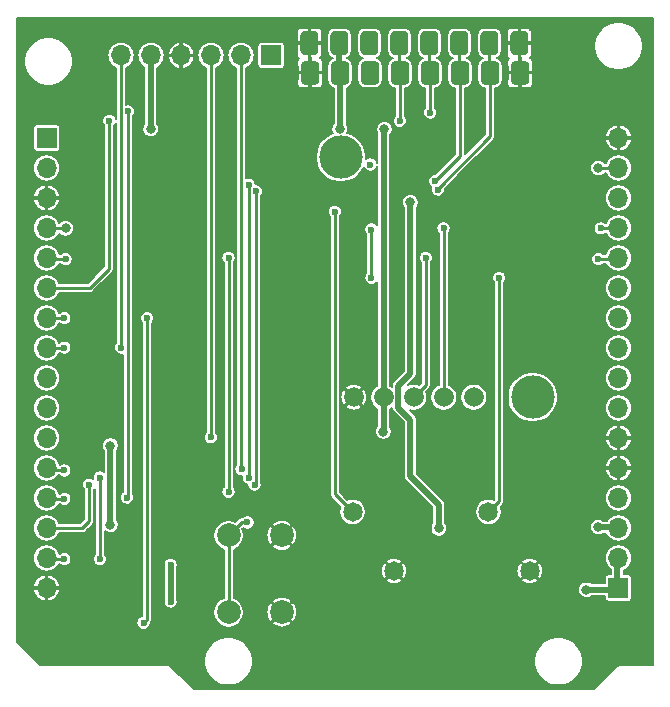
<source format=gbr>
G04 #@! TF.GenerationSoftware,KiCad,Pcbnew,(5.1.4)-1*
G04 #@! TF.CreationDate,2021-05-11T15:14:03+02:00*
G04 #@! TF.ProjectId,proto,70726f74-6f2e-46b6-9963-61645f706362,rev?*
G04 #@! TF.SameCoordinates,Original*
G04 #@! TF.FileFunction,Copper,L2,Bot*
G04 #@! TF.FilePolarity,Positive*
%FSLAX46Y46*%
G04 Gerber Fmt 4.6, Leading zero omitted, Abs format (unit mm)*
G04 Created by KiCad (PCBNEW (5.1.4)-1) date 2021-05-11 15:14:03*
%MOMM*%
%LPD*%
G04 APERTURE LIST*
%ADD10R,1.700000X1.700000*%
%ADD11O,1.700000X1.700000*%
%ADD12C,0.100000*%
%ADD13C,1.524000*%
%ADD14C,3.660000*%
%ADD15C,1.665000*%
%ADD16C,1.650000*%
%ADD17C,2.000000*%
%ADD18C,0.600000*%
%ADD19C,0.800000*%
%ADD20C,0.500000*%
%ADD21C,0.250000*%
%ADD22C,0.200000*%
G04 APERTURE END LIST*
D10*
X127600000Y-85250000D03*
D11*
X127600000Y-87790000D03*
X127600000Y-90330000D03*
X127600000Y-92870000D03*
X127600000Y-95410000D03*
X127600000Y-97950000D03*
X127600000Y-100490000D03*
X127600000Y-103030000D03*
X127600000Y-105570000D03*
X127600000Y-108110000D03*
X127600000Y-110650000D03*
X127600000Y-113190000D03*
X127600000Y-115730000D03*
X127600000Y-118270000D03*
X127600000Y-120810000D03*
X127600000Y-123350000D03*
D12*
G36*
X150268345Y-76201835D02*
G01*
X150305329Y-76207321D01*
X150341598Y-76216406D01*
X150376802Y-76229002D01*
X150410602Y-76244988D01*
X150442672Y-76264210D01*
X150472704Y-76286483D01*
X150500408Y-76311592D01*
X150525517Y-76339296D01*
X150547790Y-76369328D01*
X150567012Y-76401398D01*
X150582998Y-76435198D01*
X150595594Y-76470402D01*
X150604679Y-76506671D01*
X150610165Y-76543655D01*
X150612000Y-76581000D01*
X150612000Y-77819000D01*
X150610165Y-77856345D01*
X150604679Y-77893329D01*
X150595594Y-77929598D01*
X150582998Y-77964802D01*
X150567012Y-77998602D01*
X150547790Y-78030672D01*
X150525517Y-78060704D01*
X150500408Y-78088408D01*
X150472704Y-78113517D01*
X150442672Y-78135790D01*
X150410602Y-78155012D01*
X150376802Y-78170998D01*
X150341598Y-78183594D01*
X150305329Y-78192679D01*
X150268345Y-78198165D01*
X150231000Y-78200000D01*
X149469000Y-78200000D01*
X149431655Y-78198165D01*
X149394671Y-78192679D01*
X149358402Y-78183594D01*
X149323198Y-78170998D01*
X149289398Y-78155012D01*
X149257328Y-78135790D01*
X149227296Y-78113517D01*
X149199592Y-78088408D01*
X149174483Y-78060704D01*
X149152210Y-78030672D01*
X149132988Y-77998602D01*
X149117002Y-77964802D01*
X149104406Y-77929598D01*
X149095321Y-77893329D01*
X149089835Y-77856345D01*
X149088000Y-77819000D01*
X149088000Y-76581000D01*
X149089835Y-76543655D01*
X149095321Y-76506671D01*
X149104406Y-76470402D01*
X149117002Y-76435198D01*
X149132988Y-76401398D01*
X149152210Y-76369328D01*
X149174483Y-76339296D01*
X149199592Y-76311592D01*
X149227296Y-76286483D01*
X149257328Y-76264210D01*
X149289398Y-76244988D01*
X149323198Y-76229002D01*
X149358402Y-76216406D01*
X149394671Y-76207321D01*
X149431655Y-76201835D01*
X149469000Y-76200000D01*
X150231000Y-76200000D01*
X150268345Y-76201835D01*
X150268345Y-76201835D01*
G37*
D13*
X149850000Y-77200000D03*
D12*
G36*
X152808345Y-76201835D02*
G01*
X152845329Y-76207321D01*
X152881598Y-76216406D01*
X152916802Y-76229002D01*
X152950602Y-76244988D01*
X152982672Y-76264210D01*
X153012704Y-76286483D01*
X153040408Y-76311592D01*
X153065517Y-76339296D01*
X153087790Y-76369328D01*
X153107012Y-76401398D01*
X153122998Y-76435198D01*
X153135594Y-76470402D01*
X153144679Y-76506671D01*
X153150165Y-76543655D01*
X153152000Y-76581000D01*
X153152000Y-77819000D01*
X153150165Y-77856345D01*
X153144679Y-77893329D01*
X153135594Y-77929598D01*
X153122998Y-77964802D01*
X153107012Y-77998602D01*
X153087790Y-78030672D01*
X153065517Y-78060704D01*
X153040408Y-78088408D01*
X153012704Y-78113517D01*
X152982672Y-78135790D01*
X152950602Y-78155012D01*
X152916802Y-78170998D01*
X152881598Y-78183594D01*
X152845329Y-78192679D01*
X152808345Y-78198165D01*
X152771000Y-78200000D01*
X152009000Y-78200000D01*
X151971655Y-78198165D01*
X151934671Y-78192679D01*
X151898402Y-78183594D01*
X151863198Y-78170998D01*
X151829398Y-78155012D01*
X151797328Y-78135790D01*
X151767296Y-78113517D01*
X151739592Y-78088408D01*
X151714483Y-78060704D01*
X151692210Y-78030672D01*
X151672988Y-77998602D01*
X151657002Y-77964802D01*
X151644406Y-77929598D01*
X151635321Y-77893329D01*
X151629835Y-77856345D01*
X151628000Y-77819000D01*
X151628000Y-76581000D01*
X151629835Y-76543655D01*
X151635321Y-76506671D01*
X151644406Y-76470402D01*
X151657002Y-76435198D01*
X151672988Y-76401398D01*
X151692210Y-76369328D01*
X151714483Y-76339296D01*
X151739592Y-76311592D01*
X151767296Y-76286483D01*
X151797328Y-76264210D01*
X151829398Y-76244988D01*
X151863198Y-76229002D01*
X151898402Y-76216406D01*
X151934671Y-76207321D01*
X151971655Y-76201835D01*
X152009000Y-76200000D01*
X152771000Y-76200000D01*
X152808345Y-76201835D01*
X152808345Y-76201835D01*
G37*
D13*
X152390000Y-77200000D03*
D12*
G36*
X155348345Y-76201835D02*
G01*
X155385329Y-76207321D01*
X155421598Y-76216406D01*
X155456802Y-76229002D01*
X155490602Y-76244988D01*
X155522672Y-76264210D01*
X155552704Y-76286483D01*
X155580408Y-76311592D01*
X155605517Y-76339296D01*
X155627790Y-76369328D01*
X155647012Y-76401398D01*
X155662998Y-76435198D01*
X155675594Y-76470402D01*
X155684679Y-76506671D01*
X155690165Y-76543655D01*
X155692000Y-76581000D01*
X155692000Y-77819000D01*
X155690165Y-77856345D01*
X155684679Y-77893329D01*
X155675594Y-77929598D01*
X155662998Y-77964802D01*
X155647012Y-77998602D01*
X155627790Y-78030672D01*
X155605517Y-78060704D01*
X155580408Y-78088408D01*
X155552704Y-78113517D01*
X155522672Y-78135790D01*
X155490602Y-78155012D01*
X155456802Y-78170998D01*
X155421598Y-78183594D01*
X155385329Y-78192679D01*
X155348345Y-78198165D01*
X155311000Y-78200000D01*
X154549000Y-78200000D01*
X154511655Y-78198165D01*
X154474671Y-78192679D01*
X154438402Y-78183594D01*
X154403198Y-78170998D01*
X154369398Y-78155012D01*
X154337328Y-78135790D01*
X154307296Y-78113517D01*
X154279592Y-78088408D01*
X154254483Y-78060704D01*
X154232210Y-78030672D01*
X154212988Y-77998602D01*
X154197002Y-77964802D01*
X154184406Y-77929598D01*
X154175321Y-77893329D01*
X154169835Y-77856345D01*
X154168000Y-77819000D01*
X154168000Y-76581000D01*
X154169835Y-76543655D01*
X154175321Y-76506671D01*
X154184406Y-76470402D01*
X154197002Y-76435198D01*
X154212988Y-76401398D01*
X154232210Y-76369328D01*
X154254483Y-76339296D01*
X154279592Y-76311592D01*
X154307296Y-76286483D01*
X154337328Y-76264210D01*
X154369398Y-76244988D01*
X154403198Y-76229002D01*
X154438402Y-76216406D01*
X154474671Y-76207321D01*
X154511655Y-76201835D01*
X154549000Y-76200000D01*
X155311000Y-76200000D01*
X155348345Y-76201835D01*
X155348345Y-76201835D01*
G37*
D13*
X154930000Y-77200000D03*
D12*
G36*
X157888345Y-76201835D02*
G01*
X157925329Y-76207321D01*
X157961598Y-76216406D01*
X157996802Y-76229002D01*
X158030602Y-76244988D01*
X158062672Y-76264210D01*
X158092704Y-76286483D01*
X158120408Y-76311592D01*
X158145517Y-76339296D01*
X158167790Y-76369328D01*
X158187012Y-76401398D01*
X158202998Y-76435198D01*
X158215594Y-76470402D01*
X158224679Y-76506671D01*
X158230165Y-76543655D01*
X158232000Y-76581000D01*
X158232000Y-77819000D01*
X158230165Y-77856345D01*
X158224679Y-77893329D01*
X158215594Y-77929598D01*
X158202998Y-77964802D01*
X158187012Y-77998602D01*
X158167790Y-78030672D01*
X158145517Y-78060704D01*
X158120408Y-78088408D01*
X158092704Y-78113517D01*
X158062672Y-78135790D01*
X158030602Y-78155012D01*
X157996802Y-78170998D01*
X157961598Y-78183594D01*
X157925329Y-78192679D01*
X157888345Y-78198165D01*
X157851000Y-78200000D01*
X157089000Y-78200000D01*
X157051655Y-78198165D01*
X157014671Y-78192679D01*
X156978402Y-78183594D01*
X156943198Y-78170998D01*
X156909398Y-78155012D01*
X156877328Y-78135790D01*
X156847296Y-78113517D01*
X156819592Y-78088408D01*
X156794483Y-78060704D01*
X156772210Y-78030672D01*
X156752988Y-77998602D01*
X156737002Y-77964802D01*
X156724406Y-77929598D01*
X156715321Y-77893329D01*
X156709835Y-77856345D01*
X156708000Y-77819000D01*
X156708000Y-76581000D01*
X156709835Y-76543655D01*
X156715321Y-76506671D01*
X156724406Y-76470402D01*
X156737002Y-76435198D01*
X156752988Y-76401398D01*
X156772210Y-76369328D01*
X156794483Y-76339296D01*
X156819592Y-76311592D01*
X156847296Y-76286483D01*
X156877328Y-76264210D01*
X156909398Y-76244988D01*
X156943198Y-76229002D01*
X156978402Y-76216406D01*
X157014671Y-76207321D01*
X157051655Y-76201835D01*
X157089000Y-76200000D01*
X157851000Y-76200000D01*
X157888345Y-76201835D01*
X157888345Y-76201835D01*
G37*
D13*
X157470000Y-77200000D03*
D12*
G36*
X160428345Y-76201835D02*
G01*
X160465329Y-76207321D01*
X160501598Y-76216406D01*
X160536802Y-76229002D01*
X160570602Y-76244988D01*
X160602672Y-76264210D01*
X160632704Y-76286483D01*
X160660408Y-76311592D01*
X160685517Y-76339296D01*
X160707790Y-76369328D01*
X160727012Y-76401398D01*
X160742998Y-76435198D01*
X160755594Y-76470402D01*
X160764679Y-76506671D01*
X160770165Y-76543655D01*
X160772000Y-76581000D01*
X160772000Y-77819000D01*
X160770165Y-77856345D01*
X160764679Y-77893329D01*
X160755594Y-77929598D01*
X160742998Y-77964802D01*
X160727012Y-77998602D01*
X160707790Y-78030672D01*
X160685517Y-78060704D01*
X160660408Y-78088408D01*
X160632704Y-78113517D01*
X160602672Y-78135790D01*
X160570602Y-78155012D01*
X160536802Y-78170998D01*
X160501598Y-78183594D01*
X160465329Y-78192679D01*
X160428345Y-78198165D01*
X160391000Y-78200000D01*
X159629000Y-78200000D01*
X159591655Y-78198165D01*
X159554671Y-78192679D01*
X159518402Y-78183594D01*
X159483198Y-78170998D01*
X159449398Y-78155012D01*
X159417328Y-78135790D01*
X159387296Y-78113517D01*
X159359592Y-78088408D01*
X159334483Y-78060704D01*
X159312210Y-78030672D01*
X159292988Y-77998602D01*
X159277002Y-77964802D01*
X159264406Y-77929598D01*
X159255321Y-77893329D01*
X159249835Y-77856345D01*
X159248000Y-77819000D01*
X159248000Y-76581000D01*
X159249835Y-76543655D01*
X159255321Y-76506671D01*
X159264406Y-76470402D01*
X159277002Y-76435198D01*
X159292988Y-76401398D01*
X159312210Y-76369328D01*
X159334483Y-76339296D01*
X159359592Y-76311592D01*
X159387296Y-76286483D01*
X159417328Y-76264210D01*
X159449398Y-76244988D01*
X159483198Y-76229002D01*
X159518402Y-76216406D01*
X159554671Y-76207321D01*
X159591655Y-76201835D01*
X159629000Y-76200000D01*
X160391000Y-76200000D01*
X160428345Y-76201835D01*
X160428345Y-76201835D01*
G37*
D13*
X160010000Y-77200000D03*
D12*
G36*
X162968345Y-76201835D02*
G01*
X163005329Y-76207321D01*
X163041598Y-76216406D01*
X163076802Y-76229002D01*
X163110602Y-76244988D01*
X163142672Y-76264210D01*
X163172704Y-76286483D01*
X163200408Y-76311592D01*
X163225517Y-76339296D01*
X163247790Y-76369328D01*
X163267012Y-76401398D01*
X163282998Y-76435198D01*
X163295594Y-76470402D01*
X163304679Y-76506671D01*
X163310165Y-76543655D01*
X163312000Y-76581000D01*
X163312000Y-77819000D01*
X163310165Y-77856345D01*
X163304679Y-77893329D01*
X163295594Y-77929598D01*
X163282998Y-77964802D01*
X163267012Y-77998602D01*
X163247790Y-78030672D01*
X163225517Y-78060704D01*
X163200408Y-78088408D01*
X163172704Y-78113517D01*
X163142672Y-78135790D01*
X163110602Y-78155012D01*
X163076802Y-78170998D01*
X163041598Y-78183594D01*
X163005329Y-78192679D01*
X162968345Y-78198165D01*
X162931000Y-78200000D01*
X162169000Y-78200000D01*
X162131655Y-78198165D01*
X162094671Y-78192679D01*
X162058402Y-78183594D01*
X162023198Y-78170998D01*
X161989398Y-78155012D01*
X161957328Y-78135790D01*
X161927296Y-78113517D01*
X161899592Y-78088408D01*
X161874483Y-78060704D01*
X161852210Y-78030672D01*
X161832988Y-77998602D01*
X161817002Y-77964802D01*
X161804406Y-77929598D01*
X161795321Y-77893329D01*
X161789835Y-77856345D01*
X161788000Y-77819000D01*
X161788000Y-76581000D01*
X161789835Y-76543655D01*
X161795321Y-76506671D01*
X161804406Y-76470402D01*
X161817002Y-76435198D01*
X161832988Y-76401398D01*
X161852210Y-76369328D01*
X161874483Y-76339296D01*
X161899592Y-76311592D01*
X161927296Y-76286483D01*
X161957328Y-76264210D01*
X161989398Y-76244988D01*
X162023198Y-76229002D01*
X162058402Y-76216406D01*
X162094671Y-76207321D01*
X162131655Y-76201835D01*
X162169000Y-76200000D01*
X162931000Y-76200000D01*
X162968345Y-76201835D01*
X162968345Y-76201835D01*
G37*
D13*
X162550000Y-77200000D03*
D12*
G36*
X165508345Y-76201835D02*
G01*
X165545329Y-76207321D01*
X165581598Y-76216406D01*
X165616802Y-76229002D01*
X165650602Y-76244988D01*
X165682672Y-76264210D01*
X165712704Y-76286483D01*
X165740408Y-76311592D01*
X165765517Y-76339296D01*
X165787790Y-76369328D01*
X165807012Y-76401398D01*
X165822998Y-76435198D01*
X165835594Y-76470402D01*
X165844679Y-76506671D01*
X165850165Y-76543655D01*
X165852000Y-76581000D01*
X165852000Y-77819000D01*
X165850165Y-77856345D01*
X165844679Y-77893329D01*
X165835594Y-77929598D01*
X165822998Y-77964802D01*
X165807012Y-77998602D01*
X165787790Y-78030672D01*
X165765517Y-78060704D01*
X165740408Y-78088408D01*
X165712704Y-78113517D01*
X165682672Y-78135790D01*
X165650602Y-78155012D01*
X165616802Y-78170998D01*
X165581598Y-78183594D01*
X165545329Y-78192679D01*
X165508345Y-78198165D01*
X165471000Y-78200000D01*
X164709000Y-78200000D01*
X164671655Y-78198165D01*
X164634671Y-78192679D01*
X164598402Y-78183594D01*
X164563198Y-78170998D01*
X164529398Y-78155012D01*
X164497328Y-78135790D01*
X164467296Y-78113517D01*
X164439592Y-78088408D01*
X164414483Y-78060704D01*
X164392210Y-78030672D01*
X164372988Y-77998602D01*
X164357002Y-77964802D01*
X164344406Y-77929598D01*
X164335321Y-77893329D01*
X164329835Y-77856345D01*
X164328000Y-77819000D01*
X164328000Y-76581000D01*
X164329835Y-76543655D01*
X164335321Y-76506671D01*
X164344406Y-76470402D01*
X164357002Y-76435198D01*
X164372988Y-76401398D01*
X164392210Y-76369328D01*
X164414483Y-76339296D01*
X164439592Y-76311592D01*
X164467296Y-76286483D01*
X164497328Y-76264210D01*
X164529398Y-76244988D01*
X164563198Y-76229002D01*
X164598402Y-76216406D01*
X164634671Y-76207321D01*
X164671655Y-76201835D01*
X164709000Y-76200000D01*
X165471000Y-76200000D01*
X165508345Y-76201835D01*
X165508345Y-76201835D01*
G37*
D13*
X165090000Y-77200000D03*
D12*
G36*
X168048345Y-76201835D02*
G01*
X168085329Y-76207321D01*
X168121598Y-76216406D01*
X168156802Y-76229002D01*
X168190602Y-76244988D01*
X168222672Y-76264210D01*
X168252704Y-76286483D01*
X168280408Y-76311592D01*
X168305517Y-76339296D01*
X168327790Y-76369328D01*
X168347012Y-76401398D01*
X168362998Y-76435198D01*
X168375594Y-76470402D01*
X168384679Y-76506671D01*
X168390165Y-76543655D01*
X168392000Y-76581000D01*
X168392000Y-77819000D01*
X168390165Y-77856345D01*
X168384679Y-77893329D01*
X168375594Y-77929598D01*
X168362998Y-77964802D01*
X168347012Y-77998602D01*
X168327790Y-78030672D01*
X168305517Y-78060704D01*
X168280408Y-78088408D01*
X168252704Y-78113517D01*
X168222672Y-78135790D01*
X168190602Y-78155012D01*
X168156802Y-78170998D01*
X168121598Y-78183594D01*
X168085329Y-78192679D01*
X168048345Y-78198165D01*
X168011000Y-78200000D01*
X167249000Y-78200000D01*
X167211655Y-78198165D01*
X167174671Y-78192679D01*
X167138402Y-78183594D01*
X167103198Y-78170998D01*
X167069398Y-78155012D01*
X167037328Y-78135790D01*
X167007296Y-78113517D01*
X166979592Y-78088408D01*
X166954483Y-78060704D01*
X166932210Y-78030672D01*
X166912988Y-77998602D01*
X166897002Y-77964802D01*
X166884406Y-77929598D01*
X166875321Y-77893329D01*
X166869835Y-77856345D01*
X166868000Y-77819000D01*
X166868000Y-76581000D01*
X166869835Y-76543655D01*
X166875321Y-76506671D01*
X166884406Y-76470402D01*
X166897002Y-76435198D01*
X166912988Y-76401398D01*
X166932210Y-76369328D01*
X166954483Y-76339296D01*
X166979592Y-76311592D01*
X167007296Y-76286483D01*
X167037328Y-76264210D01*
X167069398Y-76244988D01*
X167103198Y-76229002D01*
X167138402Y-76216406D01*
X167174671Y-76207321D01*
X167211655Y-76201835D01*
X167249000Y-76200000D01*
X168011000Y-76200000D01*
X168048345Y-76201835D01*
X168048345Y-76201835D01*
G37*
D13*
X167630000Y-77200000D03*
D12*
G36*
X150318345Y-78731835D02*
G01*
X150355329Y-78737321D01*
X150391598Y-78746406D01*
X150426802Y-78759002D01*
X150460602Y-78774988D01*
X150492672Y-78794210D01*
X150522704Y-78816483D01*
X150550408Y-78841592D01*
X150575517Y-78869296D01*
X150597790Y-78899328D01*
X150617012Y-78931398D01*
X150632998Y-78965198D01*
X150645594Y-79000402D01*
X150654679Y-79036671D01*
X150660165Y-79073655D01*
X150662000Y-79111000D01*
X150662000Y-80349000D01*
X150660165Y-80386345D01*
X150654679Y-80423329D01*
X150645594Y-80459598D01*
X150632998Y-80494802D01*
X150617012Y-80528602D01*
X150597790Y-80560672D01*
X150575517Y-80590704D01*
X150550408Y-80618408D01*
X150522704Y-80643517D01*
X150492672Y-80665790D01*
X150460602Y-80685012D01*
X150426802Y-80700998D01*
X150391598Y-80713594D01*
X150355329Y-80722679D01*
X150318345Y-80728165D01*
X150281000Y-80730000D01*
X149519000Y-80730000D01*
X149481655Y-80728165D01*
X149444671Y-80722679D01*
X149408402Y-80713594D01*
X149373198Y-80700998D01*
X149339398Y-80685012D01*
X149307328Y-80665790D01*
X149277296Y-80643517D01*
X149249592Y-80618408D01*
X149224483Y-80590704D01*
X149202210Y-80560672D01*
X149182988Y-80528602D01*
X149167002Y-80494802D01*
X149154406Y-80459598D01*
X149145321Y-80423329D01*
X149139835Y-80386345D01*
X149138000Y-80349000D01*
X149138000Y-79111000D01*
X149139835Y-79073655D01*
X149145321Y-79036671D01*
X149154406Y-79000402D01*
X149167002Y-78965198D01*
X149182988Y-78931398D01*
X149202210Y-78899328D01*
X149224483Y-78869296D01*
X149249592Y-78841592D01*
X149277296Y-78816483D01*
X149307328Y-78794210D01*
X149339398Y-78774988D01*
X149373198Y-78759002D01*
X149408402Y-78746406D01*
X149444671Y-78737321D01*
X149481655Y-78731835D01*
X149519000Y-78730000D01*
X150281000Y-78730000D01*
X150318345Y-78731835D01*
X150318345Y-78731835D01*
G37*
D13*
X149900000Y-79730000D03*
D12*
G36*
X152858345Y-78731835D02*
G01*
X152895329Y-78737321D01*
X152931598Y-78746406D01*
X152966802Y-78759002D01*
X153000602Y-78774988D01*
X153032672Y-78794210D01*
X153062704Y-78816483D01*
X153090408Y-78841592D01*
X153115517Y-78869296D01*
X153137790Y-78899328D01*
X153157012Y-78931398D01*
X153172998Y-78965198D01*
X153185594Y-79000402D01*
X153194679Y-79036671D01*
X153200165Y-79073655D01*
X153202000Y-79111000D01*
X153202000Y-80349000D01*
X153200165Y-80386345D01*
X153194679Y-80423329D01*
X153185594Y-80459598D01*
X153172998Y-80494802D01*
X153157012Y-80528602D01*
X153137790Y-80560672D01*
X153115517Y-80590704D01*
X153090408Y-80618408D01*
X153062704Y-80643517D01*
X153032672Y-80665790D01*
X153000602Y-80685012D01*
X152966802Y-80700998D01*
X152931598Y-80713594D01*
X152895329Y-80722679D01*
X152858345Y-80728165D01*
X152821000Y-80730000D01*
X152059000Y-80730000D01*
X152021655Y-80728165D01*
X151984671Y-80722679D01*
X151948402Y-80713594D01*
X151913198Y-80700998D01*
X151879398Y-80685012D01*
X151847328Y-80665790D01*
X151817296Y-80643517D01*
X151789592Y-80618408D01*
X151764483Y-80590704D01*
X151742210Y-80560672D01*
X151722988Y-80528602D01*
X151707002Y-80494802D01*
X151694406Y-80459598D01*
X151685321Y-80423329D01*
X151679835Y-80386345D01*
X151678000Y-80349000D01*
X151678000Y-79111000D01*
X151679835Y-79073655D01*
X151685321Y-79036671D01*
X151694406Y-79000402D01*
X151707002Y-78965198D01*
X151722988Y-78931398D01*
X151742210Y-78899328D01*
X151764483Y-78869296D01*
X151789592Y-78841592D01*
X151817296Y-78816483D01*
X151847328Y-78794210D01*
X151879398Y-78774988D01*
X151913198Y-78759002D01*
X151948402Y-78746406D01*
X151984671Y-78737321D01*
X152021655Y-78731835D01*
X152059000Y-78730000D01*
X152821000Y-78730000D01*
X152858345Y-78731835D01*
X152858345Y-78731835D01*
G37*
D13*
X152440000Y-79730000D03*
D12*
G36*
X155398345Y-78731835D02*
G01*
X155435329Y-78737321D01*
X155471598Y-78746406D01*
X155506802Y-78759002D01*
X155540602Y-78774988D01*
X155572672Y-78794210D01*
X155602704Y-78816483D01*
X155630408Y-78841592D01*
X155655517Y-78869296D01*
X155677790Y-78899328D01*
X155697012Y-78931398D01*
X155712998Y-78965198D01*
X155725594Y-79000402D01*
X155734679Y-79036671D01*
X155740165Y-79073655D01*
X155742000Y-79111000D01*
X155742000Y-80349000D01*
X155740165Y-80386345D01*
X155734679Y-80423329D01*
X155725594Y-80459598D01*
X155712998Y-80494802D01*
X155697012Y-80528602D01*
X155677790Y-80560672D01*
X155655517Y-80590704D01*
X155630408Y-80618408D01*
X155602704Y-80643517D01*
X155572672Y-80665790D01*
X155540602Y-80685012D01*
X155506802Y-80700998D01*
X155471598Y-80713594D01*
X155435329Y-80722679D01*
X155398345Y-80728165D01*
X155361000Y-80730000D01*
X154599000Y-80730000D01*
X154561655Y-80728165D01*
X154524671Y-80722679D01*
X154488402Y-80713594D01*
X154453198Y-80700998D01*
X154419398Y-80685012D01*
X154387328Y-80665790D01*
X154357296Y-80643517D01*
X154329592Y-80618408D01*
X154304483Y-80590704D01*
X154282210Y-80560672D01*
X154262988Y-80528602D01*
X154247002Y-80494802D01*
X154234406Y-80459598D01*
X154225321Y-80423329D01*
X154219835Y-80386345D01*
X154218000Y-80349000D01*
X154218000Y-79111000D01*
X154219835Y-79073655D01*
X154225321Y-79036671D01*
X154234406Y-79000402D01*
X154247002Y-78965198D01*
X154262988Y-78931398D01*
X154282210Y-78899328D01*
X154304483Y-78869296D01*
X154329592Y-78841592D01*
X154357296Y-78816483D01*
X154387328Y-78794210D01*
X154419398Y-78774988D01*
X154453198Y-78759002D01*
X154488402Y-78746406D01*
X154524671Y-78737321D01*
X154561655Y-78731835D01*
X154599000Y-78730000D01*
X155361000Y-78730000D01*
X155398345Y-78731835D01*
X155398345Y-78731835D01*
G37*
D13*
X154980000Y-79730000D03*
D12*
G36*
X157938345Y-78731835D02*
G01*
X157975329Y-78737321D01*
X158011598Y-78746406D01*
X158046802Y-78759002D01*
X158080602Y-78774988D01*
X158112672Y-78794210D01*
X158142704Y-78816483D01*
X158170408Y-78841592D01*
X158195517Y-78869296D01*
X158217790Y-78899328D01*
X158237012Y-78931398D01*
X158252998Y-78965198D01*
X158265594Y-79000402D01*
X158274679Y-79036671D01*
X158280165Y-79073655D01*
X158282000Y-79111000D01*
X158282000Y-80349000D01*
X158280165Y-80386345D01*
X158274679Y-80423329D01*
X158265594Y-80459598D01*
X158252998Y-80494802D01*
X158237012Y-80528602D01*
X158217790Y-80560672D01*
X158195517Y-80590704D01*
X158170408Y-80618408D01*
X158142704Y-80643517D01*
X158112672Y-80665790D01*
X158080602Y-80685012D01*
X158046802Y-80700998D01*
X158011598Y-80713594D01*
X157975329Y-80722679D01*
X157938345Y-80728165D01*
X157901000Y-80730000D01*
X157139000Y-80730000D01*
X157101655Y-80728165D01*
X157064671Y-80722679D01*
X157028402Y-80713594D01*
X156993198Y-80700998D01*
X156959398Y-80685012D01*
X156927328Y-80665790D01*
X156897296Y-80643517D01*
X156869592Y-80618408D01*
X156844483Y-80590704D01*
X156822210Y-80560672D01*
X156802988Y-80528602D01*
X156787002Y-80494802D01*
X156774406Y-80459598D01*
X156765321Y-80423329D01*
X156759835Y-80386345D01*
X156758000Y-80349000D01*
X156758000Y-79111000D01*
X156759835Y-79073655D01*
X156765321Y-79036671D01*
X156774406Y-79000402D01*
X156787002Y-78965198D01*
X156802988Y-78931398D01*
X156822210Y-78899328D01*
X156844483Y-78869296D01*
X156869592Y-78841592D01*
X156897296Y-78816483D01*
X156927328Y-78794210D01*
X156959398Y-78774988D01*
X156993198Y-78759002D01*
X157028402Y-78746406D01*
X157064671Y-78737321D01*
X157101655Y-78731835D01*
X157139000Y-78730000D01*
X157901000Y-78730000D01*
X157938345Y-78731835D01*
X157938345Y-78731835D01*
G37*
D13*
X157520000Y-79730000D03*
D12*
G36*
X160478345Y-78731835D02*
G01*
X160515329Y-78737321D01*
X160551598Y-78746406D01*
X160586802Y-78759002D01*
X160620602Y-78774988D01*
X160652672Y-78794210D01*
X160682704Y-78816483D01*
X160710408Y-78841592D01*
X160735517Y-78869296D01*
X160757790Y-78899328D01*
X160777012Y-78931398D01*
X160792998Y-78965198D01*
X160805594Y-79000402D01*
X160814679Y-79036671D01*
X160820165Y-79073655D01*
X160822000Y-79111000D01*
X160822000Y-80349000D01*
X160820165Y-80386345D01*
X160814679Y-80423329D01*
X160805594Y-80459598D01*
X160792998Y-80494802D01*
X160777012Y-80528602D01*
X160757790Y-80560672D01*
X160735517Y-80590704D01*
X160710408Y-80618408D01*
X160682704Y-80643517D01*
X160652672Y-80665790D01*
X160620602Y-80685012D01*
X160586802Y-80700998D01*
X160551598Y-80713594D01*
X160515329Y-80722679D01*
X160478345Y-80728165D01*
X160441000Y-80730000D01*
X159679000Y-80730000D01*
X159641655Y-80728165D01*
X159604671Y-80722679D01*
X159568402Y-80713594D01*
X159533198Y-80700998D01*
X159499398Y-80685012D01*
X159467328Y-80665790D01*
X159437296Y-80643517D01*
X159409592Y-80618408D01*
X159384483Y-80590704D01*
X159362210Y-80560672D01*
X159342988Y-80528602D01*
X159327002Y-80494802D01*
X159314406Y-80459598D01*
X159305321Y-80423329D01*
X159299835Y-80386345D01*
X159298000Y-80349000D01*
X159298000Y-79111000D01*
X159299835Y-79073655D01*
X159305321Y-79036671D01*
X159314406Y-79000402D01*
X159327002Y-78965198D01*
X159342988Y-78931398D01*
X159362210Y-78899328D01*
X159384483Y-78869296D01*
X159409592Y-78841592D01*
X159437296Y-78816483D01*
X159467328Y-78794210D01*
X159499398Y-78774988D01*
X159533198Y-78759002D01*
X159568402Y-78746406D01*
X159604671Y-78737321D01*
X159641655Y-78731835D01*
X159679000Y-78730000D01*
X160441000Y-78730000D01*
X160478345Y-78731835D01*
X160478345Y-78731835D01*
G37*
D13*
X160060000Y-79730000D03*
D12*
G36*
X163018345Y-78731835D02*
G01*
X163055329Y-78737321D01*
X163091598Y-78746406D01*
X163126802Y-78759002D01*
X163160602Y-78774988D01*
X163192672Y-78794210D01*
X163222704Y-78816483D01*
X163250408Y-78841592D01*
X163275517Y-78869296D01*
X163297790Y-78899328D01*
X163317012Y-78931398D01*
X163332998Y-78965198D01*
X163345594Y-79000402D01*
X163354679Y-79036671D01*
X163360165Y-79073655D01*
X163362000Y-79111000D01*
X163362000Y-80349000D01*
X163360165Y-80386345D01*
X163354679Y-80423329D01*
X163345594Y-80459598D01*
X163332998Y-80494802D01*
X163317012Y-80528602D01*
X163297790Y-80560672D01*
X163275517Y-80590704D01*
X163250408Y-80618408D01*
X163222704Y-80643517D01*
X163192672Y-80665790D01*
X163160602Y-80685012D01*
X163126802Y-80700998D01*
X163091598Y-80713594D01*
X163055329Y-80722679D01*
X163018345Y-80728165D01*
X162981000Y-80730000D01*
X162219000Y-80730000D01*
X162181655Y-80728165D01*
X162144671Y-80722679D01*
X162108402Y-80713594D01*
X162073198Y-80700998D01*
X162039398Y-80685012D01*
X162007328Y-80665790D01*
X161977296Y-80643517D01*
X161949592Y-80618408D01*
X161924483Y-80590704D01*
X161902210Y-80560672D01*
X161882988Y-80528602D01*
X161867002Y-80494802D01*
X161854406Y-80459598D01*
X161845321Y-80423329D01*
X161839835Y-80386345D01*
X161838000Y-80349000D01*
X161838000Y-79111000D01*
X161839835Y-79073655D01*
X161845321Y-79036671D01*
X161854406Y-79000402D01*
X161867002Y-78965198D01*
X161882988Y-78931398D01*
X161902210Y-78899328D01*
X161924483Y-78869296D01*
X161949592Y-78841592D01*
X161977296Y-78816483D01*
X162007328Y-78794210D01*
X162039398Y-78774988D01*
X162073198Y-78759002D01*
X162108402Y-78746406D01*
X162144671Y-78737321D01*
X162181655Y-78731835D01*
X162219000Y-78730000D01*
X162981000Y-78730000D01*
X163018345Y-78731835D01*
X163018345Y-78731835D01*
G37*
D13*
X162600000Y-79730000D03*
D12*
G36*
X165558345Y-78731835D02*
G01*
X165595329Y-78737321D01*
X165631598Y-78746406D01*
X165666802Y-78759002D01*
X165700602Y-78774988D01*
X165732672Y-78794210D01*
X165762704Y-78816483D01*
X165790408Y-78841592D01*
X165815517Y-78869296D01*
X165837790Y-78899328D01*
X165857012Y-78931398D01*
X165872998Y-78965198D01*
X165885594Y-79000402D01*
X165894679Y-79036671D01*
X165900165Y-79073655D01*
X165902000Y-79111000D01*
X165902000Y-80349000D01*
X165900165Y-80386345D01*
X165894679Y-80423329D01*
X165885594Y-80459598D01*
X165872998Y-80494802D01*
X165857012Y-80528602D01*
X165837790Y-80560672D01*
X165815517Y-80590704D01*
X165790408Y-80618408D01*
X165762704Y-80643517D01*
X165732672Y-80665790D01*
X165700602Y-80685012D01*
X165666802Y-80700998D01*
X165631598Y-80713594D01*
X165595329Y-80722679D01*
X165558345Y-80728165D01*
X165521000Y-80730000D01*
X164759000Y-80730000D01*
X164721655Y-80728165D01*
X164684671Y-80722679D01*
X164648402Y-80713594D01*
X164613198Y-80700998D01*
X164579398Y-80685012D01*
X164547328Y-80665790D01*
X164517296Y-80643517D01*
X164489592Y-80618408D01*
X164464483Y-80590704D01*
X164442210Y-80560672D01*
X164422988Y-80528602D01*
X164407002Y-80494802D01*
X164394406Y-80459598D01*
X164385321Y-80423329D01*
X164379835Y-80386345D01*
X164378000Y-80349000D01*
X164378000Y-79111000D01*
X164379835Y-79073655D01*
X164385321Y-79036671D01*
X164394406Y-79000402D01*
X164407002Y-78965198D01*
X164422988Y-78931398D01*
X164442210Y-78899328D01*
X164464483Y-78869296D01*
X164489592Y-78841592D01*
X164517296Y-78816483D01*
X164547328Y-78794210D01*
X164579398Y-78774988D01*
X164613198Y-78759002D01*
X164648402Y-78746406D01*
X164684671Y-78737321D01*
X164721655Y-78731835D01*
X164759000Y-78730000D01*
X165521000Y-78730000D01*
X165558345Y-78731835D01*
X165558345Y-78731835D01*
G37*
D13*
X165140000Y-79730000D03*
D12*
G36*
X168098345Y-78731835D02*
G01*
X168135329Y-78737321D01*
X168171598Y-78746406D01*
X168206802Y-78759002D01*
X168240602Y-78774988D01*
X168272672Y-78794210D01*
X168302704Y-78816483D01*
X168330408Y-78841592D01*
X168355517Y-78869296D01*
X168377790Y-78899328D01*
X168397012Y-78931398D01*
X168412998Y-78965198D01*
X168425594Y-79000402D01*
X168434679Y-79036671D01*
X168440165Y-79073655D01*
X168442000Y-79111000D01*
X168442000Y-80349000D01*
X168440165Y-80386345D01*
X168434679Y-80423329D01*
X168425594Y-80459598D01*
X168412998Y-80494802D01*
X168397012Y-80528602D01*
X168377790Y-80560672D01*
X168355517Y-80590704D01*
X168330408Y-80618408D01*
X168302704Y-80643517D01*
X168272672Y-80665790D01*
X168240602Y-80685012D01*
X168206802Y-80700998D01*
X168171598Y-80713594D01*
X168135329Y-80722679D01*
X168098345Y-80728165D01*
X168061000Y-80730000D01*
X167299000Y-80730000D01*
X167261655Y-80728165D01*
X167224671Y-80722679D01*
X167188402Y-80713594D01*
X167153198Y-80700998D01*
X167119398Y-80685012D01*
X167087328Y-80665790D01*
X167057296Y-80643517D01*
X167029592Y-80618408D01*
X167004483Y-80590704D01*
X166982210Y-80560672D01*
X166962988Y-80528602D01*
X166947002Y-80494802D01*
X166934406Y-80459598D01*
X166925321Y-80423329D01*
X166919835Y-80386345D01*
X166918000Y-80349000D01*
X166918000Y-79111000D01*
X166919835Y-79073655D01*
X166925321Y-79036671D01*
X166934406Y-79000402D01*
X166947002Y-78965198D01*
X166962988Y-78931398D01*
X166982210Y-78899328D01*
X167004483Y-78869296D01*
X167029592Y-78841592D01*
X167057296Y-78816483D01*
X167087328Y-78794210D01*
X167119398Y-78774988D01*
X167153198Y-78759002D01*
X167188402Y-78746406D01*
X167224671Y-78737321D01*
X167261655Y-78731835D01*
X167299000Y-78730000D01*
X168061000Y-78730000D01*
X168098345Y-78731835D01*
X168098345Y-78731835D01*
G37*
D13*
X167680000Y-79730000D03*
D11*
X176000000Y-85250000D03*
X176000000Y-87790000D03*
X176000000Y-90330000D03*
X176000000Y-92870000D03*
X176000000Y-95410000D03*
X176000000Y-97950000D03*
X176000000Y-100490000D03*
X176000000Y-103030000D03*
X176000000Y-105570000D03*
X176000000Y-108110000D03*
X176000000Y-110650000D03*
X176000000Y-113190000D03*
X176000000Y-115730000D03*
X176000000Y-118270000D03*
X176000000Y-120810000D03*
D10*
X176000000Y-123350000D03*
X146600000Y-78250000D03*
D11*
X144060000Y-78250000D03*
X141520000Y-78250000D03*
X138980000Y-78250000D03*
X136440000Y-78250000D03*
X133900000Y-78250000D03*
D14*
X168750000Y-107200000D03*
X152500000Y-86880000D03*
D15*
X163760000Y-107200000D03*
X161220000Y-107200000D03*
X158680000Y-107200000D03*
X156140000Y-107200000D03*
X153600000Y-107200000D03*
D16*
X168500000Y-121900000D03*
X165000000Y-116900000D03*
X153500000Y-116900000D03*
X157000000Y-121900000D03*
D17*
X143000000Y-118900000D03*
X147500000Y-118900000D03*
X143000000Y-125400000D03*
X147500000Y-125400000D03*
D18*
X155000000Y-87500000D03*
D19*
X173300000Y-123500000D03*
D18*
X178000000Y-106000000D03*
X178000000Y-81000000D03*
X178000000Y-86000000D03*
X178000000Y-101000000D03*
X178000000Y-126000000D03*
X178000000Y-96000000D03*
X178000000Y-121000000D03*
X178000000Y-116000000D03*
X178000000Y-111000000D03*
X178000000Y-91000000D03*
X178000000Y-76000000D03*
X126000000Y-106000000D03*
X126000000Y-81000000D03*
X126000000Y-86000000D03*
X126000000Y-101000000D03*
X126000000Y-126000000D03*
X126000000Y-96000000D03*
X126000000Y-121000000D03*
X126000000Y-116000000D03*
X126000000Y-111000000D03*
X126000000Y-91000000D03*
X126000000Y-76000000D03*
X158500000Y-75900000D03*
X133000000Y-76000000D03*
X138000000Y-76000000D03*
X178000000Y-76000000D03*
X148000000Y-76000000D03*
X173500000Y-76000000D03*
X168700000Y-75900000D03*
X163500000Y-75900000D03*
X143000000Y-76000000D03*
X128000000Y-76000000D03*
X128000000Y-129000000D03*
X133000000Y-129000000D03*
X138000000Y-129000000D03*
X141000000Y-131000000D03*
X147000000Y-131000000D03*
X152000000Y-131000000D03*
X157000000Y-131000000D03*
X162000000Y-131000000D03*
X168000000Y-131000000D03*
X173000000Y-131000000D03*
X176000000Y-129000000D03*
X132500000Y-82500000D03*
X140000000Y-82500000D03*
X147500000Y-82500000D03*
X155000000Y-82500000D03*
X140000000Y-87500000D03*
X147500000Y-87500000D03*
X167500000Y-87500000D03*
X175000000Y-82500000D03*
X136000000Y-88000000D03*
X140000000Y-96000000D03*
X148000000Y-96000000D03*
X140000000Y-102000000D03*
X148000000Y-102000000D03*
X140000000Y-107000000D03*
X148000000Y-107000000D03*
X140000000Y-112000000D03*
X148000000Y-112000000D03*
X145800000Y-120000000D03*
X153000000Y-120000000D03*
X169000000Y-91000000D03*
X169000000Y-97000000D03*
X169000000Y-102000000D03*
X164000000Y-102000000D03*
X169000000Y-113000000D03*
X169000000Y-120000000D03*
X165000000Y-120000000D03*
X165000000Y-113000000D03*
X161000000Y-113000000D03*
X161000000Y-120000000D03*
X169000000Y-126000000D03*
X153000000Y-103000000D03*
X156500000Y-111900000D03*
X153500000Y-75900000D03*
X135300000Y-107000000D03*
X135300000Y-102000000D03*
X135300000Y-96000000D03*
X153000000Y-126000000D03*
X161000000Y-126000000D03*
X161400000Y-82600000D03*
X168300000Y-82500000D03*
X144600000Y-117800000D03*
X143000000Y-115200000D03*
X143000000Y-95400000D03*
X129200000Y-95500000D03*
D19*
X136400000Y-84500000D03*
X156200000Y-84500000D03*
X156100000Y-110100000D03*
X133000000Y-111300000D03*
X133000000Y-118000000D03*
X152400000Y-84500000D03*
D18*
X138100000Y-124500000D03*
X138100000Y-121400000D03*
D19*
X129200000Y-92900000D03*
D18*
X165900000Y-97100000D03*
X155100000Y-97100000D03*
X155100000Y-93000000D03*
D19*
X174300000Y-118200000D03*
X160800000Y-118300000D03*
X158400000Y-90700000D03*
D18*
X157500000Y-83800000D03*
X132900000Y-83800000D03*
X129100000Y-100500000D03*
X136100000Y-100500000D03*
X135800000Y-126300000D03*
X133900000Y-103000000D03*
X129100000Y-103000000D03*
X141500000Y-110600000D03*
X144100000Y-113300000D03*
X129100000Y-113400000D03*
X134475000Y-83000000D03*
X134400000Y-115700000D03*
X129100000Y-115800000D03*
X160060000Y-83100000D03*
X160720254Y-89616931D03*
X145300000Y-89775000D03*
X145200000Y-114600000D03*
X131200000Y-114600000D03*
X160500000Y-88900000D03*
X144700000Y-89200000D03*
X144700000Y-114000000D03*
X132100000Y-114000000D03*
X132100000Y-120900000D03*
X129100000Y-120900000D03*
X174300000Y-95500000D03*
X159700000Y-95400000D03*
X174500000Y-92900000D03*
X161200000Y-92900000D03*
D19*
X174300000Y-87800000D03*
D18*
X152000000Y-91500000D03*
D20*
X175900000Y-120810000D02*
X175900000Y-123350000D01*
X175850000Y-123500000D02*
X176000000Y-123350000D01*
X173300000Y-123500000D02*
X175850000Y-123500000D01*
D21*
X144100000Y-117800000D02*
X143000000Y-118900000D01*
X144600000Y-117800000D02*
X144100000Y-117800000D01*
X143000000Y-120314213D02*
X143000000Y-125400000D01*
X143000000Y-118900000D02*
X143000000Y-120314213D01*
X143000000Y-115200000D02*
X143000000Y-95400000D01*
X127690000Y-95500000D02*
X127600000Y-95410000D01*
X129200000Y-95500000D02*
X127690000Y-95500000D01*
D20*
X136400000Y-78290000D02*
X136440000Y-78250000D01*
X136400000Y-84500000D02*
X136400000Y-78290000D01*
X156140000Y-84560000D02*
X156200000Y-84500000D01*
X156140000Y-107200000D02*
X156140000Y-84560000D01*
X156140000Y-107200000D02*
X156140000Y-110060000D01*
X156140000Y-110060000D02*
X156100000Y-110100000D01*
X133000000Y-111300000D02*
X133000000Y-118000000D01*
X152390000Y-79680000D02*
X152440000Y-79730000D01*
X152390000Y-77200000D02*
X152390000Y-79680000D01*
X152440000Y-84460000D02*
X152400000Y-84500000D01*
X152440000Y-79730000D02*
X152440000Y-84460000D01*
X138100000Y-124500000D02*
X138100000Y-121400000D01*
D21*
X127630000Y-92900000D02*
X127600000Y-92870000D01*
X129200000Y-92900000D02*
X127630000Y-92900000D01*
X165000000Y-116900000D02*
X165900000Y-116000000D01*
X165900000Y-116000000D02*
X165900000Y-97100000D01*
X155100000Y-97100000D02*
X155100000Y-93000000D01*
D20*
X175830000Y-118200000D02*
X175900000Y-118270000D01*
X174300000Y-118200000D02*
X175830000Y-118200000D01*
X160800000Y-116300000D02*
X160800000Y-118300000D01*
X158400000Y-113900000D02*
X160800000Y-116300000D01*
X158400000Y-90700000D02*
X158400000Y-105200000D01*
X158400000Y-105200000D02*
X157372501Y-106227499D01*
X157372501Y-106227499D02*
X157372501Y-108072501D01*
X157372501Y-108072501D02*
X158400000Y-109100000D01*
X158400000Y-109100000D02*
X158400000Y-113900000D01*
D21*
X157470000Y-79680000D02*
X157520000Y-79730000D01*
X157470000Y-77200000D02*
X157470000Y-79680000D01*
X157520000Y-83480000D02*
X157520000Y-79730000D01*
X157500000Y-83800000D02*
X157520000Y-83480000D01*
X132900000Y-83800000D02*
X132900000Y-96300000D01*
X131250000Y-97950000D02*
X127600000Y-97950000D01*
X132900000Y-96300000D02*
X131250000Y-97950000D01*
X127610000Y-100500000D02*
X127600000Y-100490000D01*
X129100000Y-100500000D02*
X127610000Y-100500000D01*
X136100000Y-121500000D02*
X136100000Y-100500000D01*
X136100000Y-121500000D02*
X136100000Y-126000000D01*
X136100000Y-126000000D02*
X135800000Y-126300000D01*
X133900000Y-78250000D02*
X133900000Y-103000000D01*
X127630000Y-103000000D02*
X127600000Y-103030000D01*
X129100000Y-103000000D02*
X127630000Y-103000000D01*
X141520000Y-78250000D02*
X141520000Y-110580000D01*
X141520000Y-110580000D02*
X141500000Y-110600000D01*
X144060000Y-78250000D02*
X144060000Y-113260000D01*
X144060000Y-113260000D02*
X144100000Y-113300000D01*
X127810000Y-113400000D02*
X127600000Y-113190000D01*
X129100000Y-113400000D02*
X127810000Y-113400000D01*
X160010000Y-79680000D02*
X160060000Y-79730000D01*
X160010000Y-77200000D02*
X160010000Y-79680000D01*
X134475000Y-83000000D02*
X134475000Y-115625000D01*
X134475000Y-115625000D02*
X134400000Y-115700000D01*
X127670000Y-115800000D02*
X127600000Y-115730000D01*
X129100000Y-115800000D02*
X127670000Y-115800000D01*
X160060000Y-79730000D02*
X160060000Y-83100000D01*
X165090000Y-79680000D02*
X165140000Y-79730000D01*
X165090000Y-77200000D02*
X165090000Y-79680000D01*
X165140000Y-85111002D02*
X160700000Y-89551002D01*
X165140000Y-79730000D02*
X165140000Y-85111002D01*
X160700000Y-89551002D02*
X160700000Y-89596677D01*
X160700000Y-89596677D02*
X160720254Y-89616931D01*
X145300000Y-89775000D02*
X145300000Y-114500000D01*
X145300000Y-114500000D02*
X145200000Y-114600000D01*
X131200000Y-114600000D02*
X131200000Y-117700000D01*
X130630000Y-118270000D02*
X127600000Y-118270000D01*
X131200000Y-117700000D02*
X130630000Y-118270000D01*
X162550000Y-79680000D02*
X162600000Y-79730000D01*
X162550000Y-77200000D02*
X162550000Y-79680000D01*
X144700000Y-89200000D02*
X144700000Y-114000000D01*
X132100000Y-114000000D02*
X132100000Y-120900000D01*
X127690000Y-120900000D02*
X127600000Y-120810000D01*
X129100000Y-120900000D02*
X127690000Y-120900000D01*
X162600000Y-86800000D02*
X160500000Y-88900000D01*
X162600000Y-79730000D02*
X162600000Y-86800000D01*
X175810000Y-95500000D02*
X175900000Y-95410000D01*
X174300000Y-95500000D02*
X175810000Y-95500000D01*
X159700000Y-95400000D02*
X159680000Y-95420000D01*
X158680000Y-107200000D02*
X159700000Y-106180000D01*
X159700000Y-106180000D02*
X159700000Y-95400000D01*
X175900000Y-92870000D02*
X174530000Y-92870000D01*
X174530000Y-92870000D02*
X174500000Y-92900000D01*
X161220000Y-92920000D02*
X161200000Y-92900000D01*
X161220000Y-107200000D02*
X161220000Y-92920000D01*
X175890000Y-87800000D02*
X175900000Y-87790000D01*
X174300000Y-87800000D02*
X175890000Y-87800000D01*
X152000000Y-115400000D02*
X152000000Y-91500000D01*
X153500000Y-116900000D02*
X152000000Y-115400000D01*
D22*
G36*
X178900000Y-129900000D02*
G01*
X176000000Y-129900000D01*
X175980491Y-129901921D01*
X175961732Y-129907612D01*
X175944443Y-129916853D01*
X175929289Y-129929289D01*
X173958578Y-131900000D01*
X140041422Y-131900000D01*
X138070711Y-129929289D01*
X138055557Y-129916853D01*
X138038268Y-129907612D01*
X138019509Y-129901921D01*
X138000000Y-129900000D01*
X127041422Y-129900000D01*
X126489515Y-129348093D01*
X140930000Y-129348093D01*
X140930000Y-129751907D01*
X141008780Y-130147963D01*
X141163314Y-130521039D01*
X141387661Y-130856799D01*
X141673201Y-131142339D01*
X142008961Y-131366686D01*
X142382037Y-131521220D01*
X142778093Y-131600000D01*
X143181907Y-131600000D01*
X143577963Y-131521220D01*
X143951039Y-131366686D01*
X144286799Y-131142339D01*
X144572339Y-130856799D01*
X144796686Y-130521039D01*
X144951220Y-130147963D01*
X145030000Y-129751907D01*
X145030000Y-129348093D01*
X168870000Y-129348093D01*
X168870000Y-129751907D01*
X168948780Y-130147963D01*
X169103314Y-130521039D01*
X169327661Y-130856799D01*
X169613201Y-131142339D01*
X169948961Y-131366686D01*
X170322037Y-131521220D01*
X170718093Y-131600000D01*
X171121907Y-131600000D01*
X171517963Y-131521220D01*
X171891039Y-131366686D01*
X172226799Y-131142339D01*
X172512339Y-130856799D01*
X172736686Y-130521039D01*
X172891220Y-130147963D01*
X172970000Y-129751907D01*
X172970000Y-129348093D01*
X172891220Y-128952037D01*
X172736686Y-128578961D01*
X172512339Y-128243201D01*
X172226799Y-127957661D01*
X171891039Y-127733314D01*
X171517963Y-127578780D01*
X171121907Y-127500000D01*
X170718093Y-127500000D01*
X170322037Y-127578780D01*
X169948961Y-127733314D01*
X169613201Y-127957661D01*
X169327661Y-128243201D01*
X169103314Y-128578961D01*
X168948780Y-128952037D01*
X168870000Y-129348093D01*
X145030000Y-129348093D01*
X144951220Y-128952037D01*
X144796686Y-128578961D01*
X144572339Y-128243201D01*
X144286799Y-127957661D01*
X143951039Y-127733314D01*
X143577963Y-127578780D01*
X143181907Y-127500000D01*
X142778093Y-127500000D01*
X142382037Y-127578780D01*
X142008961Y-127733314D01*
X141673201Y-127957661D01*
X141387661Y-128243201D01*
X141163314Y-128578961D01*
X141008780Y-128952037D01*
X140930000Y-129348093D01*
X126489515Y-129348093D01*
X125100000Y-127958578D01*
X125100000Y-126240905D01*
X135200000Y-126240905D01*
X135200000Y-126359095D01*
X135223058Y-126475014D01*
X135268287Y-126584207D01*
X135333950Y-126682478D01*
X135417522Y-126766050D01*
X135515793Y-126831713D01*
X135624986Y-126876942D01*
X135740905Y-126900000D01*
X135859095Y-126900000D01*
X135975014Y-126876942D01*
X136084207Y-126831713D01*
X136182478Y-126766050D01*
X136266050Y-126682478D01*
X136331713Y-126584207D01*
X136376942Y-126475014D01*
X136400000Y-126359095D01*
X136400000Y-126303594D01*
X136401974Y-126301974D01*
X136455084Y-126237260D01*
X136494548Y-126163427D01*
X136518850Y-126083314D01*
X136525000Y-126020874D01*
X136525000Y-126020868D01*
X136527055Y-126000001D01*
X136525000Y-125979134D01*
X136525000Y-121340905D01*
X137500000Y-121340905D01*
X137500000Y-121459095D01*
X137523058Y-121575014D01*
X137550001Y-121640060D01*
X137550000Y-124259942D01*
X137523058Y-124324986D01*
X137500000Y-124440905D01*
X137500000Y-124559095D01*
X137523058Y-124675014D01*
X137568287Y-124784207D01*
X137633950Y-124882478D01*
X137717522Y-124966050D01*
X137815793Y-125031713D01*
X137924986Y-125076942D01*
X138040905Y-125100000D01*
X138159095Y-125100000D01*
X138275014Y-125076942D01*
X138384207Y-125031713D01*
X138482478Y-124966050D01*
X138566050Y-124882478D01*
X138631713Y-124784207D01*
X138676942Y-124675014D01*
X138700000Y-124559095D01*
X138700000Y-124440905D01*
X138676942Y-124324986D01*
X138650000Y-124259942D01*
X138650000Y-121640058D01*
X138676942Y-121575014D01*
X138700000Y-121459095D01*
X138700000Y-121340905D01*
X138676942Y-121224986D01*
X138631713Y-121115793D01*
X138566050Y-121017522D01*
X138482478Y-120933950D01*
X138384207Y-120868287D01*
X138275014Y-120823058D01*
X138159095Y-120800000D01*
X138040905Y-120800000D01*
X137924986Y-120823058D01*
X137815793Y-120868287D01*
X137717522Y-120933950D01*
X137633950Y-121017522D01*
X137568287Y-121115793D01*
X137523058Y-121224986D01*
X137500000Y-121340905D01*
X136525000Y-121340905D01*
X136525000Y-118771961D01*
X141700000Y-118771961D01*
X141700000Y-119028039D01*
X141749958Y-119279196D01*
X141847955Y-119515781D01*
X141990224Y-119728702D01*
X142171298Y-119909776D01*
X142384219Y-120052045D01*
X142575001Y-120131070D01*
X142575001Y-120293330D01*
X142575000Y-120293340D01*
X142575001Y-124168930D01*
X142384219Y-124247955D01*
X142171298Y-124390224D01*
X141990224Y-124571298D01*
X141847955Y-124784219D01*
X141749958Y-125020804D01*
X141700000Y-125271961D01*
X141700000Y-125528039D01*
X141749958Y-125779196D01*
X141847955Y-126015781D01*
X141990224Y-126228702D01*
X142171298Y-126409776D01*
X142384219Y-126552045D01*
X142620804Y-126650042D01*
X142871961Y-126700000D01*
X143128039Y-126700000D01*
X143379196Y-126650042D01*
X143615781Y-126552045D01*
X143828702Y-126409776D01*
X143933188Y-126305290D01*
X146665420Y-126305290D01*
X146773195Y-126485425D01*
X146998917Y-126606362D01*
X147243894Y-126680938D01*
X147498714Y-126706289D01*
X147753583Y-126681439D01*
X147998707Y-126607345D01*
X148224666Y-126486854D01*
X148226805Y-126485425D01*
X148334580Y-126305290D01*
X147500000Y-125470711D01*
X146665420Y-126305290D01*
X143933188Y-126305290D01*
X144009776Y-126228702D01*
X144152045Y-126015781D01*
X144250042Y-125779196D01*
X144300000Y-125528039D01*
X144300000Y-125398714D01*
X146193711Y-125398714D01*
X146218561Y-125653583D01*
X146292655Y-125898707D01*
X146413146Y-126124666D01*
X146414575Y-126126805D01*
X146594710Y-126234580D01*
X147429289Y-125400000D01*
X147570711Y-125400000D01*
X148405290Y-126234580D01*
X148585425Y-126126805D01*
X148706362Y-125901083D01*
X148780938Y-125656106D01*
X148806289Y-125401286D01*
X148781439Y-125146417D01*
X148707345Y-124901293D01*
X148586854Y-124675334D01*
X148585425Y-124673195D01*
X148405290Y-124565420D01*
X147570711Y-125400000D01*
X147429289Y-125400000D01*
X146594710Y-124565420D01*
X146414575Y-124673195D01*
X146293638Y-124898917D01*
X146219062Y-125143894D01*
X146193711Y-125398714D01*
X144300000Y-125398714D01*
X144300000Y-125271961D01*
X144250042Y-125020804D01*
X144152045Y-124784219D01*
X144009776Y-124571298D01*
X143933188Y-124494710D01*
X146665420Y-124494710D01*
X147500000Y-125329289D01*
X148334580Y-124494710D01*
X148226805Y-124314575D01*
X148001083Y-124193638D01*
X147756106Y-124119062D01*
X147501286Y-124093711D01*
X147246417Y-124118561D01*
X147001293Y-124192655D01*
X146775334Y-124313146D01*
X146773195Y-124314575D01*
X146665420Y-124494710D01*
X143933188Y-124494710D01*
X143828702Y-124390224D01*
X143615781Y-124247955D01*
X143425000Y-124168931D01*
X143425000Y-123431056D01*
X172600000Y-123431056D01*
X172600000Y-123568944D01*
X172626901Y-123704182D01*
X172679668Y-123831574D01*
X172756274Y-123946224D01*
X172853776Y-124043726D01*
X172968426Y-124120332D01*
X173095818Y-124173099D01*
X173231056Y-124200000D01*
X173368944Y-124200000D01*
X173504182Y-124173099D01*
X173631574Y-124120332D01*
X173736834Y-124050000D01*
X174848549Y-124050000D01*
X174848549Y-124200000D01*
X174854341Y-124258810D01*
X174871496Y-124315360D01*
X174899353Y-124367477D01*
X174936842Y-124413158D01*
X174982523Y-124450647D01*
X175034640Y-124478504D01*
X175091190Y-124495659D01*
X175150000Y-124501451D01*
X176850000Y-124501451D01*
X176908810Y-124495659D01*
X176965360Y-124478504D01*
X177017477Y-124450647D01*
X177063158Y-124413158D01*
X177100647Y-124367477D01*
X177128504Y-124315360D01*
X177145659Y-124258810D01*
X177151451Y-124200000D01*
X177151451Y-122500000D01*
X177145659Y-122441190D01*
X177128504Y-122384640D01*
X177100647Y-122332523D01*
X177063158Y-122286842D01*
X177017477Y-122249353D01*
X176965360Y-122221496D01*
X176908810Y-122204341D01*
X176850000Y-122198549D01*
X176450000Y-122198549D01*
X176450000Y-121873441D01*
X176641997Y-121770816D01*
X176817107Y-121627107D01*
X176960816Y-121451997D01*
X177067602Y-121252215D01*
X177133360Y-121035439D01*
X177155564Y-120810000D01*
X177133360Y-120584561D01*
X177067602Y-120367785D01*
X176960816Y-120168003D01*
X176817107Y-119992893D01*
X176641997Y-119849184D01*
X176442215Y-119742398D01*
X176225439Y-119676640D01*
X176056492Y-119660000D01*
X175943508Y-119660000D01*
X175774561Y-119676640D01*
X175557785Y-119742398D01*
X175358003Y-119849184D01*
X175182893Y-119992893D01*
X175039184Y-120168003D01*
X174932398Y-120367785D01*
X174866640Y-120584561D01*
X174844436Y-120810000D01*
X174866640Y-121035439D01*
X174932398Y-121252215D01*
X175039184Y-121451997D01*
X175182893Y-121627107D01*
X175350000Y-121764248D01*
X175350001Y-122198549D01*
X175150000Y-122198549D01*
X175091190Y-122204341D01*
X175034640Y-122221496D01*
X174982523Y-122249353D01*
X174936842Y-122286842D01*
X174899353Y-122332523D01*
X174871496Y-122384640D01*
X174854341Y-122441190D01*
X174848549Y-122500000D01*
X174848549Y-122950000D01*
X173736834Y-122950000D01*
X173631574Y-122879668D01*
X173504182Y-122826901D01*
X173368944Y-122800000D01*
X173231056Y-122800000D01*
X173095818Y-122826901D01*
X172968426Y-122879668D01*
X172853776Y-122956274D01*
X172756274Y-123053776D01*
X172679668Y-123168426D01*
X172626901Y-123295818D01*
X172600000Y-123431056D01*
X143425000Y-123431056D01*
X143425000Y-122680828D01*
X156289882Y-122680828D01*
X156376644Y-122843042D01*
X156572600Y-122946533D01*
X156784981Y-123009806D01*
X157005625Y-123030430D01*
X157226053Y-123007611D01*
X157437793Y-122942228D01*
X157623356Y-122843042D01*
X157710118Y-122680828D01*
X167789882Y-122680828D01*
X167876644Y-122843042D01*
X168072600Y-122946533D01*
X168284981Y-123009806D01*
X168505625Y-123030430D01*
X168726053Y-123007611D01*
X168937793Y-122942228D01*
X169123356Y-122843042D01*
X169210118Y-122680828D01*
X168500000Y-121970711D01*
X167789882Y-122680828D01*
X157710118Y-122680828D01*
X157000000Y-121970711D01*
X156289882Y-122680828D01*
X143425000Y-122680828D01*
X143425000Y-121905625D01*
X155869570Y-121905625D01*
X155892389Y-122126053D01*
X155957772Y-122337793D01*
X156056958Y-122523356D01*
X156219172Y-122610118D01*
X156929289Y-121900000D01*
X157070711Y-121900000D01*
X157780828Y-122610118D01*
X157943042Y-122523356D01*
X158046533Y-122327400D01*
X158109806Y-122115019D01*
X158129378Y-121905625D01*
X167369570Y-121905625D01*
X167392389Y-122126053D01*
X167457772Y-122337793D01*
X167556958Y-122523356D01*
X167719172Y-122610118D01*
X168429289Y-121900000D01*
X168570711Y-121900000D01*
X169280828Y-122610118D01*
X169443042Y-122523356D01*
X169546533Y-122327400D01*
X169609806Y-122115019D01*
X169630430Y-121894375D01*
X169607611Y-121673947D01*
X169542228Y-121462207D01*
X169443042Y-121276644D01*
X169280828Y-121189882D01*
X168570711Y-121900000D01*
X168429289Y-121900000D01*
X167719172Y-121189882D01*
X167556958Y-121276644D01*
X167453467Y-121472600D01*
X167390194Y-121684981D01*
X167369570Y-121905625D01*
X158129378Y-121905625D01*
X158130430Y-121894375D01*
X158107611Y-121673947D01*
X158042228Y-121462207D01*
X157943042Y-121276644D01*
X157780828Y-121189882D01*
X157070711Y-121900000D01*
X156929289Y-121900000D01*
X156219172Y-121189882D01*
X156056958Y-121276644D01*
X155953467Y-121472600D01*
X155890194Y-121684981D01*
X155869570Y-121905625D01*
X143425000Y-121905625D01*
X143425000Y-121119172D01*
X156289882Y-121119172D01*
X157000000Y-121829289D01*
X157710118Y-121119172D01*
X167789882Y-121119172D01*
X168500000Y-121829289D01*
X169210118Y-121119172D01*
X169123356Y-120956958D01*
X168927400Y-120853467D01*
X168715019Y-120790194D01*
X168494375Y-120769570D01*
X168273947Y-120792389D01*
X168062207Y-120857772D01*
X167876644Y-120956958D01*
X167789882Y-121119172D01*
X157710118Y-121119172D01*
X157623356Y-120956958D01*
X157427400Y-120853467D01*
X157215019Y-120790194D01*
X156994375Y-120769570D01*
X156773947Y-120792389D01*
X156562207Y-120857772D01*
X156376644Y-120956958D01*
X156289882Y-121119172D01*
X143425000Y-121119172D01*
X143425000Y-120131069D01*
X143615781Y-120052045D01*
X143828702Y-119909776D01*
X143933188Y-119805290D01*
X146665420Y-119805290D01*
X146773195Y-119985425D01*
X146998917Y-120106362D01*
X147243894Y-120180938D01*
X147498714Y-120206289D01*
X147753583Y-120181439D01*
X147998707Y-120107345D01*
X148224666Y-119986854D01*
X148226805Y-119985425D01*
X148334580Y-119805290D01*
X147500000Y-118970711D01*
X146665420Y-119805290D01*
X143933188Y-119805290D01*
X144009776Y-119728702D01*
X144152045Y-119515781D01*
X144250042Y-119279196D01*
X144300000Y-119028039D01*
X144300000Y-118898714D01*
X146193711Y-118898714D01*
X146218561Y-119153583D01*
X146292655Y-119398707D01*
X146413146Y-119624666D01*
X146414575Y-119626805D01*
X146594710Y-119734580D01*
X147429289Y-118900000D01*
X147570711Y-118900000D01*
X148405290Y-119734580D01*
X148585425Y-119626805D01*
X148706362Y-119401083D01*
X148780938Y-119156106D01*
X148806289Y-118901286D01*
X148781439Y-118646417D01*
X148707345Y-118401293D01*
X148586854Y-118175334D01*
X148585425Y-118173195D01*
X148405290Y-118065420D01*
X147570711Y-118900000D01*
X147429289Y-118900000D01*
X146594710Y-118065420D01*
X146414575Y-118173195D01*
X146293638Y-118398917D01*
X146219062Y-118643894D01*
X146193711Y-118898714D01*
X144300000Y-118898714D01*
X144300000Y-118771961D01*
X144250042Y-118520804D01*
X144171018Y-118330023D01*
X144227994Y-118273047D01*
X144315793Y-118331713D01*
X144424986Y-118376942D01*
X144540905Y-118400000D01*
X144659095Y-118400000D01*
X144775014Y-118376942D01*
X144884207Y-118331713D01*
X144982478Y-118266050D01*
X145066050Y-118182478D01*
X145131713Y-118084207D01*
X145168783Y-117994710D01*
X146665420Y-117994710D01*
X147500000Y-118829289D01*
X148334580Y-117994710D01*
X148226805Y-117814575D01*
X148001083Y-117693638D01*
X147756106Y-117619062D01*
X147501286Y-117593711D01*
X147246417Y-117618561D01*
X147001293Y-117692655D01*
X146775334Y-117813146D01*
X146773195Y-117814575D01*
X146665420Y-117994710D01*
X145168783Y-117994710D01*
X145176942Y-117975014D01*
X145200000Y-117859095D01*
X145200000Y-117740905D01*
X145176942Y-117624986D01*
X145131713Y-117515793D01*
X145066050Y-117417522D01*
X144982478Y-117333950D01*
X144884207Y-117268287D01*
X144775014Y-117223058D01*
X144659095Y-117200000D01*
X144540905Y-117200000D01*
X144424986Y-117223058D01*
X144315793Y-117268287D01*
X144217522Y-117333950D01*
X144176472Y-117375000D01*
X144120867Y-117375000D01*
X144100000Y-117372945D01*
X144079133Y-117375000D01*
X144079126Y-117375000D01*
X144031733Y-117379668D01*
X144016685Y-117381150D01*
X144004917Y-117384720D01*
X143936573Y-117405452D01*
X143862740Y-117444916D01*
X143798026Y-117498026D01*
X143784721Y-117514238D01*
X143569977Y-117728982D01*
X143379196Y-117649958D01*
X143128039Y-117600000D01*
X142871961Y-117600000D01*
X142620804Y-117649958D01*
X142384219Y-117747955D01*
X142171298Y-117890224D01*
X141990224Y-118071298D01*
X141847955Y-118284219D01*
X141749958Y-118520804D01*
X141700000Y-118771961D01*
X136525000Y-118771961D01*
X136525000Y-100923528D01*
X136566050Y-100882478D01*
X136631713Y-100784207D01*
X136676942Y-100675014D01*
X136700000Y-100559095D01*
X136700000Y-100440905D01*
X136676942Y-100324986D01*
X136631713Y-100215793D01*
X136566050Y-100117522D01*
X136482478Y-100033950D01*
X136384207Y-99968287D01*
X136275014Y-99923058D01*
X136159095Y-99900000D01*
X136040905Y-99900000D01*
X135924986Y-99923058D01*
X135815793Y-99968287D01*
X135717522Y-100033950D01*
X135633950Y-100117522D01*
X135568287Y-100215793D01*
X135523058Y-100324986D01*
X135500000Y-100440905D01*
X135500000Y-100559095D01*
X135523058Y-100675014D01*
X135568287Y-100784207D01*
X135633950Y-100882478D01*
X135675001Y-100923529D01*
X135675000Y-121479126D01*
X135675000Y-121479127D01*
X135675001Y-125713109D01*
X135624986Y-125723058D01*
X135515793Y-125768287D01*
X135417522Y-125833950D01*
X135333950Y-125917522D01*
X135268287Y-126015793D01*
X135223058Y-126124986D01*
X135200000Y-126240905D01*
X125100000Y-126240905D01*
X125100000Y-123579114D01*
X126473054Y-123579114D01*
X126535688Y-123785597D01*
X126641119Y-123984864D01*
X126783400Y-124159734D01*
X126957062Y-124303486D01*
X127155432Y-124410596D01*
X127370886Y-124476948D01*
X127550000Y-124423915D01*
X127550000Y-123400000D01*
X127650000Y-123400000D01*
X127650000Y-124423915D01*
X127829114Y-124476948D01*
X128044568Y-124410596D01*
X128242938Y-124303486D01*
X128416600Y-124159734D01*
X128558881Y-123984864D01*
X128664312Y-123785597D01*
X128726946Y-123579114D01*
X128673837Y-123400000D01*
X127650000Y-123400000D01*
X127550000Y-123400000D01*
X126526163Y-123400000D01*
X126473054Y-123579114D01*
X125100000Y-123579114D01*
X125100000Y-123120886D01*
X126473054Y-123120886D01*
X126526163Y-123300000D01*
X127550000Y-123300000D01*
X127550000Y-122276085D01*
X127650000Y-122276085D01*
X127650000Y-123300000D01*
X128673837Y-123300000D01*
X128726946Y-123120886D01*
X128664312Y-122914403D01*
X128558881Y-122715136D01*
X128416600Y-122540266D01*
X128242938Y-122396514D01*
X128044568Y-122289404D01*
X127829114Y-122223052D01*
X127650000Y-122276085D01*
X127550000Y-122276085D01*
X127370886Y-122223052D01*
X127155432Y-122289404D01*
X126957062Y-122396514D01*
X126783400Y-122540266D01*
X126641119Y-122715136D01*
X126535688Y-122914403D01*
X126473054Y-123120886D01*
X125100000Y-123120886D01*
X125100000Y-120810000D01*
X126444436Y-120810000D01*
X126466640Y-121035439D01*
X126532398Y-121252215D01*
X126639184Y-121451997D01*
X126782893Y-121627107D01*
X126958003Y-121770816D01*
X127157785Y-121877602D01*
X127374561Y-121943360D01*
X127543508Y-121960000D01*
X127656492Y-121960000D01*
X127825439Y-121943360D01*
X128042215Y-121877602D01*
X128241997Y-121770816D01*
X128417107Y-121627107D01*
X128560816Y-121451997D01*
X128628697Y-121325000D01*
X128676472Y-121325000D01*
X128717522Y-121366050D01*
X128815793Y-121431713D01*
X128924986Y-121476942D01*
X129040905Y-121500000D01*
X129159095Y-121500000D01*
X129275014Y-121476942D01*
X129384207Y-121431713D01*
X129482478Y-121366050D01*
X129566050Y-121282478D01*
X129631713Y-121184207D01*
X129676942Y-121075014D01*
X129700000Y-120959095D01*
X129700000Y-120840905D01*
X129676942Y-120724986D01*
X129631713Y-120615793D01*
X129566050Y-120517522D01*
X129482478Y-120433950D01*
X129384207Y-120368287D01*
X129275014Y-120323058D01*
X129159095Y-120300000D01*
X129040905Y-120300000D01*
X128924986Y-120323058D01*
X128815793Y-120368287D01*
X128717522Y-120433950D01*
X128694620Y-120456852D01*
X128667602Y-120367785D01*
X128560816Y-120168003D01*
X128417107Y-119992893D01*
X128241997Y-119849184D01*
X128042215Y-119742398D01*
X127825439Y-119676640D01*
X127656492Y-119660000D01*
X127543508Y-119660000D01*
X127374561Y-119676640D01*
X127157785Y-119742398D01*
X126958003Y-119849184D01*
X126782893Y-119992893D01*
X126639184Y-120168003D01*
X126532398Y-120367785D01*
X126466640Y-120584561D01*
X126444436Y-120810000D01*
X125100000Y-120810000D01*
X125100000Y-118270000D01*
X126444436Y-118270000D01*
X126466640Y-118495439D01*
X126532398Y-118712215D01*
X126639184Y-118911997D01*
X126782893Y-119087107D01*
X126958003Y-119230816D01*
X127157785Y-119337602D01*
X127374561Y-119403360D01*
X127543508Y-119420000D01*
X127656492Y-119420000D01*
X127825439Y-119403360D01*
X128042215Y-119337602D01*
X128241997Y-119230816D01*
X128417107Y-119087107D01*
X128560816Y-118911997D01*
X128667602Y-118712215D01*
X128672824Y-118695000D01*
X130609133Y-118695000D01*
X130630000Y-118697055D01*
X130650867Y-118695000D01*
X130650874Y-118695000D01*
X130713314Y-118688850D01*
X130793427Y-118664548D01*
X130867260Y-118625084D01*
X130931974Y-118571974D01*
X130945283Y-118555757D01*
X131485762Y-118015279D01*
X131501974Y-118001974D01*
X131555084Y-117937260D01*
X131591876Y-117868426D01*
X131594548Y-117863428D01*
X131618850Y-117783314D01*
X131621759Y-117753776D01*
X131625000Y-117720874D01*
X131625000Y-117720867D01*
X131627055Y-117700000D01*
X131625000Y-117679133D01*
X131625000Y-115023528D01*
X131666050Y-114982478D01*
X131675000Y-114969083D01*
X131675001Y-120476471D01*
X131633950Y-120517522D01*
X131568287Y-120615793D01*
X131523058Y-120724986D01*
X131500000Y-120840905D01*
X131500000Y-120959095D01*
X131523058Y-121075014D01*
X131568287Y-121184207D01*
X131633950Y-121282478D01*
X131717522Y-121366050D01*
X131815793Y-121431713D01*
X131924986Y-121476942D01*
X132040905Y-121500000D01*
X132159095Y-121500000D01*
X132275014Y-121476942D01*
X132384207Y-121431713D01*
X132482478Y-121366050D01*
X132566050Y-121282478D01*
X132631713Y-121184207D01*
X132676942Y-121075014D01*
X132700000Y-120959095D01*
X132700000Y-120840905D01*
X132676942Y-120724986D01*
X132631713Y-120615793D01*
X132566050Y-120517522D01*
X132525000Y-120476472D01*
X132525000Y-118514950D01*
X132553776Y-118543726D01*
X132668426Y-118620332D01*
X132795818Y-118673099D01*
X132931056Y-118700000D01*
X133068944Y-118700000D01*
X133204182Y-118673099D01*
X133331574Y-118620332D01*
X133446224Y-118543726D01*
X133543726Y-118446224D01*
X133620332Y-118331574D01*
X133673099Y-118204182D01*
X133700000Y-118068944D01*
X133700000Y-117931056D01*
X133673099Y-117795818D01*
X133620332Y-117668426D01*
X133550000Y-117563166D01*
X133550000Y-111736834D01*
X133620332Y-111631574D01*
X133673099Y-111504182D01*
X133700000Y-111368944D01*
X133700000Y-111231056D01*
X133673099Y-111095818D01*
X133620332Y-110968426D01*
X133543726Y-110853776D01*
X133446224Y-110756274D01*
X133331574Y-110679668D01*
X133204182Y-110626901D01*
X133068944Y-110600000D01*
X132931056Y-110600000D01*
X132795818Y-110626901D01*
X132668426Y-110679668D01*
X132553776Y-110756274D01*
X132456274Y-110853776D01*
X132379668Y-110968426D01*
X132326901Y-111095818D01*
X132300000Y-111231056D01*
X132300000Y-111368944D01*
X132326901Y-111504182D01*
X132379668Y-111631574D01*
X132450000Y-111736834D01*
X132450000Y-113512249D01*
X132384207Y-113468287D01*
X132275014Y-113423058D01*
X132159095Y-113400000D01*
X132040905Y-113400000D01*
X131924986Y-113423058D01*
X131815793Y-113468287D01*
X131717522Y-113533950D01*
X131633950Y-113617522D01*
X131568287Y-113715793D01*
X131523058Y-113824986D01*
X131500000Y-113940905D01*
X131500000Y-114059095D01*
X131504530Y-114081866D01*
X131484207Y-114068287D01*
X131375014Y-114023058D01*
X131259095Y-114000000D01*
X131140905Y-114000000D01*
X131024986Y-114023058D01*
X130915793Y-114068287D01*
X130817522Y-114133950D01*
X130733950Y-114217522D01*
X130668287Y-114315793D01*
X130623058Y-114424986D01*
X130600000Y-114540905D01*
X130600000Y-114659095D01*
X130623058Y-114775014D01*
X130668287Y-114884207D01*
X130733950Y-114982478D01*
X130775000Y-115023528D01*
X130775001Y-117523958D01*
X130453960Y-117845000D01*
X128672824Y-117845000D01*
X128667602Y-117827785D01*
X128560816Y-117628003D01*
X128417107Y-117452893D01*
X128241997Y-117309184D01*
X128042215Y-117202398D01*
X127825439Y-117136640D01*
X127656492Y-117120000D01*
X127543508Y-117120000D01*
X127374561Y-117136640D01*
X127157785Y-117202398D01*
X126958003Y-117309184D01*
X126782893Y-117452893D01*
X126639184Y-117628003D01*
X126532398Y-117827785D01*
X126466640Y-118044561D01*
X126444436Y-118270000D01*
X125100000Y-118270000D01*
X125100000Y-115730000D01*
X126444436Y-115730000D01*
X126466640Y-115955439D01*
X126532398Y-116172215D01*
X126639184Y-116371997D01*
X126782893Y-116547107D01*
X126958003Y-116690816D01*
X127157785Y-116797602D01*
X127374561Y-116863360D01*
X127543508Y-116880000D01*
X127656492Y-116880000D01*
X127825439Y-116863360D01*
X128042215Y-116797602D01*
X128241997Y-116690816D01*
X128417107Y-116547107D01*
X128560816Y-116371997D01*
X128639388Y-116225000D01*
X128676472Y-116225000D01*
X128717522Y-116266050D01*
X128815793Y-116331713D01*
X128924986Y-116376942D01*
X129040905Y-116400000D01*
X129159095Y-116400000D01*
X129275014Y-116376942D01*
X129384207Y-116331713D01*
X129482478Y-116266050D01*
X129566050Y-116182478D01*
X129631713Y-116084207D01*
X129676942Y-115975014D01*
X129700000Y-115859095D01*
X129700000Y-115740905D01*
X129676942Y-115624986D01*
X129631713Y-115515793D01*
X129566050Y-115417522D01*
X129482478Y-115333950D01*
X129384207Y-115268287D01*
X129275014Y-115223058D01*
X129159095Y-115200000D01*
X129040905Y-115200000D01*
X128924986Y-115223058D01*
X128815793Y-115268287D01*
X128717522Y-115333950D01*
X128689965Y-115361507D01*
X128667602Y-115287785D01*
X128560816Y-115088003D01*
X128417107Y-114912893D01*
X128241997Y-114769184D01*
X128042215Y-114662398D01*
X127825439Y-114596640D01*
X127656492Y-114580000D01*
X127543508Y-114580000D01*
X127374561Y-114596640D01*
X127157785Y-114662398D01*
X126958003Y-114769184D01*
X126782893Y-114912893D01*
X126639184Y-115088003D01*
X126532398Y-115287785D01*
X126466640Y-115504561D01*
X126444436Y-115730000D01*
X125100000Y-115730000D01*
X125100000Y-113190000D01*
X126444436Y-113190000D01*
X126466640Y-113415439D01*
X126532398Y-113632215D01*
X126639184Y-113831997D01*
X126782893Y-114007107D01*
X126958003Y-114150816D01*
X127157785Y-114257602D01*
X127374561Y-114323360D01*
X127543508Y-114340000D01*
X127656492Y-114340000D01*
X127825439Y-114323360D01*
X128042215Y-114257602D01*
X128241997Y-114150816D01*
X128417107Y-114007107D01*
X128560816Y-113831997D01*
X128564556Y-113825000D01*
X128676472Y-113825000D01*
X128717522Y-113866050D01*
X128815793Y-113931713D01*
X128924986Y-113976942D01*
X129040905Y-114000000D01*
X129159095Y-114000000D01*
X129275014Y-113976942D01*
X129384207Y-113931713D01*
X129482478Y-113866050D01*
X129566050Y-113782478D01*
X129631713Y-113684207D01*
X129676942Y-113575014D01*
X129700000Y-113459095D01*
X129700000Y-113340905D01*
X129676942Y-113224986D01*
X129631713Y-113115793D01*
X129566050Y-113017522D01*
X129482478Y-112933950D01*
X129384207Y-112868287D01*
X129275014Y-112823058D01*
X129159095Y-112800000D01*
X129040905Y-112800000D01*
X128924986Y-112823058D01*
X128815793Y-112868287D01*
X128722970Y-112930310D01*
X128667602Y-112747785D01*
X128560816Y-112548003D01*
X128417107Y-112372893D01*
X128241997Y-112229184D01*
X128042215Y-112122398D01*
X127825439Y-112056640D01*
X127656492Y-112040000D01*
X127543508Y-112040000D01*
X127374561Y-112056640D01*
X127157785Y-112122398D01*
X126958003Y-112229184D01*
X126782893Y-112372893D01*
X126639184Y-112548003D01*
X126532398Y-112747785D01*
X126466640Y-112964561D01*
X126444436Y-113190000D01*
X125100000Y-113190000D01*
X125100000Y-110650000D01*
X126444436Y-110650000D01*
X126466640Y-110875439D01*
X126532398Y-111092215D01*
X126639184Y-111291997D01*
X126782893Y-111467107D01*
X126958003Y-111610816D01*
X127157785Y-111717602D01*
X127374561Y-111783360D01*
X127543508Y-111800000D01*
X127656492Y-111800000D01*
X127825439Y-111783360D01*
X128042215Y-111717602D01*
X128241997Y-111610816D01*
X128417107Y-111467107D01*
X128560816Y-111291997D01*
X128667602Y-111092215D01*
X128733360Y-110875439D01*
X128755564Y-110650000D01*
X128733360Y-110424561D01*
X128667602Y-110207785D01*
X128560816Y-110008003D01*
X128417107Y-109832893D01*
X128241997Y-109689184D01*
X128042215Y-109582398D01*
X127825439Y-109516640D01*
X127656492Y-109500000D01*
X127543508Y-109500000D01*
X127374561Y-109516640D01*
X127157785Y-109582398D01*
X126958003Y-109689184D01*
X126782893Y-109832893D01*
X126639184Y-110008003D01*
X126532398Y-110207785D01*
X126466640Y-110424561D01*
X126444436Y-110650000D01*
X125100000Y-110650000D01*
X125100000Y-108110000D01*
X126444436Y-108110000D01*
X126466640Y-108335439D01*
X126532398Y-108552215D01*
X126639184Y-108751997D01*
X126782893Y-108927107D01*
X126958003Y-109070816D01*
X127157785Y-109177602D01*
X127374561Y-109243360D01*
X127543508Y-109260000D01*
X127656492Y-109260000D01*
X127825439Y-109243360D01*
X128042215Y-109177602D01*
X128241997Y-109070816D01*
X128417107Y-108927107D01*
X128560816Y-108751997D01*
X128667602Y-108552215D01*
X128733360Y-108335439D01*
X128755564Y-108110000D01*
X128733360Y-107884561D01*
X128667602Y-107667785D01*
X128560816Y-107468003D01*
X128417107Y-107292893D01*
X128241997Y-107149184D01*
X128042215Y-107042398D01*
X127825439Y-106976640D01*
X127656492Y-106960000D01*
X127543508Y-106960000D01*
X127374561Y-106976640D01*
X127157785Y-107042398D01*
X126958003Y-107149184D01*
X126782893Y-107292893D01*
X126639184Y-107468003D01*
X126532398Y-107667785D01*
X126466640Y-107884561D01*
X126444436Y-108110000D01*
X125100000Y-108110000D01*
X125100000Y-105570000D01*
X126444436Y-105570000D01*
X126466640Y-105795439D01*
X126532398Y-106012215D01*
X126639184Y-106211997D01*
X126782893Y-106387107D01*
X126958003Y-106530816D01*
X127157785Y-106637602D01*
X127374561Y-106703360D01*
X127543508Y-106720000D01*
X127656492Y-106720000D01*
X127825439Y-106703360D01*
X128042215Y-106637602D01*
X128241997Y-106530816D01*
X128417107Y-106387107D01*
X128560816Y-106211997D01*
X128667602Y-106012215D01*
X128733360Y-105795439D01*
X128755564Y-105570000D01*
X128733360Y-105344561D01*
X128667602Y-105127785D01*
X128560816Y-104928003D01*
X128417107Y-104752893D01*
X128241997Y-104609184D01*
X128042215Y-104502398D01*
X127825439Y-104436640D01*
X127656492Y-104420000D01*
X127543508Y-104420000D01*
X127374561Y-104436640D01*
X127157785Y-104502398D01*
X126958003Y-104609184D01*
X126782893Y-104752893D01*
X126639184Y-104928003D01*
X126532398Y-105127785D01*
X126466640Y-105344561D01*
X126444436Y-105570000D01*
X125100000Y-105570000D01*
X125100000Y-103030000D01*
X126444436Y-103030000D01*
X126466640Y-103255439D01*
X126532398Y-103472215D01*
X126639184Y-103671997D01*
X126782893Y-103847107D01*
X126958003Y-103990816D01*
X127157785Y-104097602D01*
X127374561Y-104163360D01*
X127543508Y-104180000D01*
X127656492Y-104180000D01*
X127825439Y-104163360D01*
X128042215Y-104097602D01*
X128241997Y-103990816D01*
X128417107Y-103847107D01*
X128560816Y-103671997D01*
X128667602Y-103472215D01*
X128680655Y-103429183D01*
X128717522Y-103466050D01*
X128815793Y-103531713D01*
X128924986Y-103576942D01*
X129040905Y-103600000D01*
X129159095Y-103600000D01*
X129275014Y-103576942D01*
X129384207Y-103531713D01*
X129482478Y-103466050D01*
X129566050Y-103382478D01*
X129631713Y-103284207D01*
X129676942Y-103175014D01*
X129700000Y-103059095D01*
X129700000Y-102940905D01*
X129676942Y-102824986D01*
X129631713Y-102715793D01*
X129566050Y-102617522D01*
X129482478Y-102533950D01*
X129384207Y-102468287D01*
X129275014Y-102423058D01*
X129159095Y-102400000D01*
X129040905Y-102400000D01*
X128924986Y-102423058D01*
X128815793Y-102468287D01*
X128717522Y-102533950D01*
X128676472Y-102575000D01*
X128660768Y-102575000D01*
X128560816Y-102388003D01*
X128417107Y-102212893D01*
X128241997Y-102069184D01*
X128042215Y-101962398D01*
X127825439Y-101896640D01*
X127656492Y-101880000D01*
X127543508Y-101880000D01*
X127374561Y-101896640D01*
X127157785Y-101962398D01*
X126958003Y-102069184D01*
X126782893Y-102212893D01*
X126639184Y-102388003D01*
X126532398Y-102587785D01*
X126466640Y-102804561D01*
X126444436Y-103030000D01*
X125100000Y-103030000D01*
X125100000Y-100490000D01*
X126444436Y-100490000D01*
X126466640Y-100715439D01*
X126532398Y-100932215D01*
X126639184Y-101131997D01*
X126782893Y-101307107D01*
X126958003Y-101450816D01*
X127157785Y-101557602D01*
X127374561Y-101623360D01*
X127543508Y-101640000D01*
X127656492Y-101640000D01*
X127825439Y-101623360D01*
X128042215Y-101557602D01*
X128241997Y-101450816D01*
X128417107Y-101307107D01*
X128560816Y-101131997D01*
X128667602Y-100932215D01*
X128669791Y-100925000D01*
X128676472Y-100925000D01*
X128717522Y-100966050D01*
X128815793Y-101031713D01*
X128924986Y-101076942D01*
X129040905Y-101100000D01*
X129159095Y-101100000D01*
X129275014Y-101076942D01*
X129384207Y-101031713D01*
X129482478Y-100966050D01*
X129566050Y-100882478D01*
X129631713Y-100784207D01*
X129676942Y-100675014D01*
X129700000Y-100559095D01*
X129700000Y-100440905D01*
X129676942Y-100324986D01*
X129631713Y-100215793D01*
X129566050Y-100117522D01*
X129482478Y-100033950D01*
X129384207Y-99968287D01*
X129275014Y-99923058D01*
X129159095Y-99900000D01*
X129040905Y-99900000D01*
X128924986Y-99923058D01*
X128815793Y-99968287D01*
X128717522Y-100033950D01*
X128676472Y-100075000D01*
X128675858Y-100075000D01*
X128667602Y-100047785D01*
X128560816Y-99848003D01*
X128417107Y-99672893D01*
X128241997Y-99529184D01*
X128042215Y-99422398D01*
X127825439Y-99356640D01*
X127656492Y-99340000D01*
X127543508Y-99340000D01*
X127374561Y-99356640D01*
X127157785Y-99422398D01*
X126958003Y-99529184D01*
X126782893Y-99672893D01*
X126639184Y-99848003D01*
X126532398Y-100047785D01*
X126466640Y-100264561D01*
X126444436Y-100490000D01*
X125100000Y-100490000D01*
X125100000Y-97950000D01*
X126444436Y-97950000D01*
X126466640Y-98175439D01*
X126532398Y-98392215D01*
X126639184Y-98591997D01*
X126782893Y-98767107D01*
X126958003Y-98910816D01*
X127157785Y-99017602D01*
X127374561Y-99083360D01*
X127543508Y-99100000D01*
X127656492Y-99100000D01*
X127825439Y-99083360D01*
X128042215Y-99017602D01*
X128241997Y-98910816D01*
X128417107Y-98767107D01*
X128560816Y-98591997D01*
X128667602Y-98392215D01*
X128672824Y-98375000D01*
X131229133Y-98375000D01*
X131250000Y-98377055D01*
X131270867Y-98375000D01*
X131270874Y-98375000D01*
X131333314Y-98368850D01*
X131413427Y-98344548D01*
X131487260Y-98305084D01*
X131551974Y-98251974D01*
X131565283Y-98235757D01*
X133185762Y-96615279D01*
X133201974Y-96601974D01*
X133255084Y-96537260D01*
X133294548Y-96463427D01*
X133318850Y-96383314D01*
X133325000Y-96320874D01*
X133325000Y-96320868D01*
X133327055Y-96300001D01*
X133325000Y-96279134D01*
X133325000Y-84223528D01*
X133366050Y-84182478D01*
X133431713Y-84084207D01*
X133475000Y-83979702D01*
X133475001Y-102576471D01*
X133433950Y-102617522D01*
X133368287Y-102715793D01*
X133323058Y-102824986D01*
X133300000Y-102940905D01*
X133300000Y-103059095D01*
X133323058Y-103175014D01*
X133368287Y-103284207D01*
X133433950Y-103382478D01*
X133517522Y-103466050D01*
X133615793Y-103531713D01*
X133724986Y-103576942D01*
X133840905Y-103600000D01*
X133959095Y-103600000D01*
X134050001Y-103581918D01*
X134050001Y-115212248D01*
X134017522Y-115233950D01*
X133933950Y-115317522D01*
X133868287Y-115415793D01*
X133823058Y-115524986D01*
X133800000Y-115640905D01*
X133800000Y-115759095D01*
X133823058Y-115875014D01*
X133868287Y-115984207D01*
X133933950Y-116082478D01*
X134017522Y-116166050D01*
X134115793Y-116231713D01*
X134224986Y-116276942D01*
X134340905Y-116300000D01*
X134459095Y-116300000D01*
X134575014Y-116276942D01*
X134684207Y-116231713D01*
X134782478Y-116166050D01*
X134866050Y-116082478D01*
X134931713Y-115984207D01*
X134976942Y-115875014D01*
X135000000Y-115759095D01*
X135000000Y-115640905D01*
X134976942Y-115524986D01*
X134931713Y-115415793D01*
X134900000Y-115368331D01*
X134900000Y-83423528D01*
X134941050Y-83382478D01*
X135006713Y-83284207D01*
X135051942Y-83175014D01*
X135075000Y-83059095D01*
X135075000Y-82940905D01*
X135051942Y-82824986D01*
X135006713Y-82715793D01*
X134941050Y-82617522D01*
X134857478Y-82533950D01*
X134759207Y-82468287D01*
X134650014Y-82423058D01*
X134534095Y-82400000D01*
X134415905Y-82400000D01*
X134325000Y-82418082D01*
X134325000Y-79322824D01*
X134342215Y-79317602D01*
X134541997Y-79210816D01*
X134717107Y-79067107D01*
X134860816Y-78891997D01*
X134967602Y-78692215D01*
X135033360Y-78475439D01*
X135055564Y-78250000D01*
X135284436Y-78250000D01*
X135306640Y-78475439D01*
X135372398Y-78692215D01*
X135479184Y-78891997D01*
X135622893Y-79067107D01*
X135798003Y-79210816D01*
X135850001Y-79238610D01*
X135850000Y-84063166D01*
X135779668Y-84168426D01*
X135726901Y-84295818D01*
X135700000Y-84431056D01*
X135700000Y-84568944D01*
X135726901Y-84704182D01*
X135779668Y-84831574D01*
X135856274Y-84946224D01*
X135953776Y-85043726D01*
X136068426Y-85120332D01*
X136195818Y-85173099D01*
X136331056Y-85200000D01*
X136468944Y-85200000D01*
X136604182Y-85173099D01*
X136731574Y-85120332D01*
X136846224Y-85043726D01*
X136943726Y-84946224D01*
X137020332Y-84831574D01*
X137073099Y-84704182D01*
X137100000Y-84568944D01*
X137100000Y-84431056D01*
X137073099Y-84295818D01*
X137020332Y-84168426D01*
X136950000Y-84063166D01*
X136950000Y-79281370D01*
X137081997Y-79210816D01*
X137257107Y-79067107D01*
X137400816Y-78891997D01*
X137507602Y-78692215D01*
X137572245Y-78479114D01*
X137853052Y-78479114D01*
X137919404Y-78694568D01*
X138026514Y-78892938D01*
X138170266Y-79066600D01*
X138345136Y-79208881D01*
X138544403Y-79314312D01*
X138750886Y-79376946D01*
X138930000Y-79323837D01*
X138930000Y-78300000D01*
X139030000Y-78300000D01*
X139030000Y-79323837D01*
X139209114Y-79376946D01*
X139415597Y-79314312D01*
X139614864Y-79208881D01*
X139789734Y-79066600D01*
X139933486Y-78892938D01*
X140040596Y-78694568D01*
X140106948Y-78479114D01*
X140053915Y-78300000D01*
X139030000Y-78300000D01*
X138930000Y-78300000D01*
X137906085Y-78300000D01*
X137853052Y-78479114D01*
X137572245Y-78479114D01*
X137573360Y-78475439D01*
X137595564Y-78250000D01*
X140364436Y-78250000D01*
X140386640Y-78475439D01*
X140452398Y-78692215D01*
X140559184Y-78891997D01*
X140702893Y-79067107D01*
X140878003Y-79210816D01*
X141077785Y-79317602D01*
X141095000Y-79322824D01*
X141095001Y-110156471D01*
X141033950Y-110217522D01*
X140968287Y-110315793D01*
X140923058Y-110424986D01*
X140900000Y-110540905D01*
X140900000Y-110659095D01*
X140923058Y-110775014D01*
X140968287Y-110884207D01*
X141033950Y-110982478D01*
X141117522Y-111066050D01*
X141215793Y-111131713D01*
X141324986Y-111176942D01*
X141440905Y-111200000D01*
X141559095Y-111200000D01*
X141675014Y-111176942D01*
X141784207Y-111131713D01*
X141882478Y-111066050D01*
X141966050Y-110982478D01*
X142031713Y-110884207D01*
X142076942Y-110775014D01*
X142100000Y-110659095D01*
X142100000Y-110540905D01*
X142076942Y-110424986D01*
X142031713Y-110315793D01*
X141966050Y-110217522D01*
X141945000Y-110196472D01*
X141945000Y-95340905D01*
X142400000Y-95340905D01*
X142400000Y-95459095D01*
X142423058Y-95575014D01*
X142468287Y-95684207D01*
X142533950Y-95782478D01*
X142575001Y-95823529D01*
X142575000Y-114776472D01*
X142533950Y-114817522D01*
X142468287Y-114915793D01*
X142423058Y-115024986D01*
X142400000Y-115140905D01*
X142400000Y-115259095D01*
X142423058Y-115375014D01*
X142468287Y-115484207D01*
X142533950Y-115582478D01*
X142617522Y-115666050D01*
X142715793Y-115731713D01*
X142824986Y-115776942D01*
X142940905Y-115800000D01*
X143059095Y-115800000D01*
X143175014Y-115776942D01*
X143284207Y-115731713D01*
X143382478Y-115666050D01*
X143466050Y-115582478D01*
X143531713Y-115484207D01*
X143576942Y-115375014D01*
X143600000Y-115259095D01*
X143600000Y-115140905D01*
X143576942Y-115024986D01*
X143531713Y-114915793D01*
X143466050Y-114817522D01*
X143425000Y-114776472D01*
X143425000Y-95823528D01*
X143466050Y-95782478D01*
X143531713Y-95684207D01*
X143576942Y-95575014D01*
X143600000Y-95459095D01*
X143600000Y-95340905D01*
X143576942Y-95224986D01*
X143531713Y-95115793D01*
X143466050Y-95017522D01*
X143382478Y-94933950D01*
X143284207Y-94868287D01*
X143175014Y-94823058D01*
X143059095Y-94800000D01*
X142940905Y-94800000D01*
X142824986Y-94823058D01*
X142715793Y-94868287D01*
X142617522Y-94933950D01*
X142533950Y-95017522D01*
X142468287Y-95115793D01*
X142423058Y-95224986D01*
X142400000Y-95340905D01*
X141945000Y-95340905D01*
X141945000Y-79322824D01*
X141962215Y-79317602D01*
X142161997Y-79210816D01*
X142337107Y-79067107D01*
X142480816Y-78891997D01*
X142587602Y-78692215D01*
X142653360Y-78475439D01*
X142675564Y-78250000D01*
X142904436Y-78250000D01*
X142926640Y-78475439D01*
X142992398Y-78692215D01*
X143099184Y-78891997D01*
X143242893Y-79067107D01*
X143418003Y-79210816D01*
X143617785Y-79317602D01*
X143635000Y-79322824D01*
X143635001Y-112916471D01*
X143633950Y-112917522D01*
X143568287Y-113015793D01*
X143523058Y-113124986D01*
X143500000Y-113240905D01*
X143500000Y-113359095D01*
X143523058Y-113475014D01*
X143568287Y-113584207D01*
X143633950Y-113682478D01*
X143717522Y-113766050D01*
X143815793Y-113831713D01*
X143924986Y-113876942D01*
X144040905Y-113900000D01*
X144108137Y-113900000D01*
X144100000Y-113940905D01*
X144100000Y-114059095D01*
X144123058Y-114175014D01*
X144168287Y-114284207D01*
X144233950Y-114382478D01*
X144317522Y-114466050D01*
X144415793Y-114531713D01*
X144524986Y-114576942D01*
X144600000Y-114591863D01*
X144600000Y-114659095D01*
X144623058Y-114775014D01*
X144668287Y-114884207D01*
X144733950Y-114982478D01*
X144817522Y-115066050D01*
X144915793Y-115131713D01*
X145024986Y-115176942D01*
X145140905Y-115200000D01*
X145259095Y-115200000D01*
X145375014Y-115176942D01*
X145484207Y-115131713D01*
X145582478Y-115066050D01*
X145666050Y-114982478D01*
X145731713Y-114884207D01*
X145776942Y-114775014D01*
X145800000Y-114659095D01*
X145800000Y-114540905D01*
X145776942Y-114424986D01*
X145731713Y-114315793D01*
X145725000Y-114305746D01*
X145725000Y-91440905D01*
X151400000Y-91440905D01*
X151400000Y-91559095D01*
X151423058Y-91675014D01*
X151468287Y-91784207D01*
X151533950Y-91882478D01*
X151575001Y-91923529D01*
X151575000Y-115379133D01*
X151572945Y-115400000D01*
X151575000Y-115420867D01*
X151575000Y-115420873D01*
X151575705Y-115428026D01*
X151581150Y-115483314D01*
X151588522Y-115507616D01*
X151605452Y-115563426D01*
X151644916Y-115637259D01*
X151698026Y-115701974D01*
X151714243Y-115715283D01*
X152462922Y-116463962D01*
X152418233Y-116571850D01*
X152375000Y-116789197D01*
X152375000Y-117010803D01*
X152418233Y-117228150D01*
X152503038Y-117432887D01*
X152626156Y-117617145D01*
X152782855Y-117773844D01*
X152967113Y-117896962D01*
X153171850Y-117981767D01*
X153389197Y-118025000D01*
X153610803Y-118025000D01*
X153828150Y-117981767D01*
X154032887Y-117896962D01*
X154217145Y-117773844D01*
X154373844Y-117617145D01*
X154496962Y-117432887D01*
X154581767Y-117228150D01*
X154625000Y-117010803D01*
X154625000Y-116789197D01*
X154581767Y-116571850D01*
X154496962Y-116367113D01*
X154373844Y-116182855D01*
X154217145Y-116026156D01*
X154032887Y-115903038D01*
X153828150Y-115818233D01*
X153610803Y-115775000D01*
X153389197Y-115775000D01*
X153171850Y-115818233D01*
X153063962Y-115862922D01*
X152425000Y-115223960D01*
X152425000Y-107986163D01*
X152884547Y-107986163D01*
X152972209Y-108149145D01*
X153169441Y-108253384D01*
X153383219Y-108317141D01*
X153605328Y-108337967D01*
X153827232Y-108315062D01*
X154040403Y-108249305D01*
X154227791Y-108149145D01*
X154315453Y-107986163D01*
X153600000Y-107270711D01*
X152884547Y-107986163D01*
X152425000Y-107986163D01*
X152425000Y-107205328D01*
X152462033Y-107205328D01*
X152484938Y-107427232D01*
X152550695Y-107640403D01*
X152650855Y-107827791D01*
X152813837Y-107915453D01*
X153529289Y-107200000D01*
X153670711Y-107200000D01*
X154386163Y-107915453D01*
X154549145Y-107827791D01*
X154653384Y-107630559D01*
X154717141Y-107416781D01*
X154737967Y-107194672D01*
X154715062Y-106972768D01*
X154649305Y-106759597D01*
X154549145Y-106572209D01*
X154386163Y-106484547D01*
X153670711Y-107200000D01*
X153529289Y-107200000D01*
X152813837Y-106484547D01*
X152650855Y-106572209D01*
X152546616Y-106769441D01*
X152482859Y-106983219D01*
X152462033Y-107205328D01*
X152425000Y-107205328D01*
X152425000Y-106413837D01*
X152884547Y-106413837D01*
X153600000Y-107129289D01*
X154315453Y-106413837D01*
X154227791Y-106250855D01*
X154030559Y-106146616D01*
X153816781Y-106082859D01*
X153594672Y-106062033D01*
X153372768Y-106084938D01*
X153159597Y-106150695D01*
X152972209Y-106250855D01*
X152884547Y-106413837D01*
X152425000Y-106413837D01*
X152425000Y-91923528D01*
X152466050Y-91882478D01*
X152531713Y-91784207D01*
X152576942Y-91675014D01*
X152600000Y-91559095D01*
X152600000Y-91440905D01*
X152576942Y-91324986D01*
X152531713Y-91215793D01*
X152466050Y-91117522D01*
X152382478Y-91033950D01*
X152284207Y-90968287D01*
X152175014Y-90923058D01*
X152059095Y-90900000D01*
X151940905Y-90900000D01*
X151824986Y-90923058D01*
X151715793Y-90968287D01*
X151617522Y-91033950D01*
X151533950Y-91117522D01*
X151468287Y-91215793D01*
X151423058Y-91324986D01*
X151400000Y-91440905D01*
X145725000Y-91440905D01*
X145725000Y-90198528D01*
X145766050Y-90157478D01*
X145831713Y-90059207D01*
X145876942Y-89950014D01*
X145900000Y-89834095D01*
X145900000Y-89715905D01*
X145876942Y-89599986D01*
X145831713Y-89490793D01*
X145766050Y-89392522D01*
X145682478Y-89308950D01*
X145584207Y-89243287D01*
X145475014Y-89198058D01*
X145359095Y-89175000D01*
X145300000Y-89175000D01*
X145300000Y-89140905D01*
X145276942Y-89024986D01*
X145231713Y-88915793D01*
X145166050Y-88817522D01*
X145082478Y-88733950D01*
X144984207Y-88668287D01*
X144875014Y-88623058D01*
X144759095Y-88600000D01*
X144640905Y-88600000D01*
X144524986Y-88623058D01*
X144485000Y-88639621D01*
X144485000Y-86670213D01*
X150370000Y-86670213D01*
X150370000Y-87089787D01*
X150451855Y-87501298D01*
X150612419Y-87888933D01*
X150845521Y-88237796D01*
X151142204Y-88534479D01*
X151491067Y-88767581D01*
X151878702Y-88928145D01*
X152290213Y-89010000D01*
X152709787Y-89010000D01*
X153121298Y-88928145D01*
X153508933Y-88767581D01*
X153857796Y-88534479D01*
X154154479Y-88237796D01*
X154387581Y-87888933D01*
X154449624Y-87739149D01*
X154468287Y-87784207D01*
X154533950Y-87882478D01*
X154617522Y-87966050D01*
X154715793Y-88031713D01*
X154824986Y-88076942D01*
X154940905Y-88100000D01*
X155059095Y-88100000D01*
X155175014Y-88076942D01*
X155284207Y-88031713D01*
X155382478Y-87966050D01*
X155466050Y-87882478D01*
X155531713Y-87784207D01*
X155576942Y-87675014D01*
X155590001Y-87609363D01*
X155590001Y-92653366D01*
X155566050Y-92617522D01*
X155482478Y-92533950D01*
X155384207Y-92468287D01*
X155275014Y-92423058D01*
X155159095Y-92400000D01*
X155040905Y-92400000D01*
X154924986Y-92423058D01*
X154815793Y-92468287D01*
X154717522Y-92533950D01*
X154633950Y-92617522D01*
X154568287Y-92715793D01*
X154523058Y-92824986D01*
X154500000Y-92940905D01*
X154500000Y-93059095D01*
X154523058Y-93175014D01*
X154568287Y-93284207D01*
X154633950Y-93382478D01*
X154675001Y-93423529D01*
X154675000Y-96676472D01*
X154633950Y-96717522D01*
X154568287Y-96815793D01*
X154523058Y-96924986D01*
X154500000Y-97040905D01*
X154500000Y-97159095D01*
X154523058Y-97275014D01*
X154568287Y-97384207D01*
X154633950Y-97482478D01*
X154717522Y-97566050D01*
X154815793Y-97631713D01*
X154924986Y-97676942D01*
X155040905Y-97700000D01*
X155159095Y-97700000D01*
X155275014Y-97676942D01*
X155384207Y-97631713D01*
X155482478Y-97566050D01*
X155566050Y-97482478D01*
X155590000Y-97446634D01*
X155590000Y-106205452D01*
X155418073Y-106320330D01*
X155260330Y-106478073D01*
X155136391Y-106663560D01*
X155051021Y-106869662D01*
X155007500Y-107088458D01*
X155007500Y-107311542D01*
X155051021Y-107530338D01*
X155136391Y-107736440D01*
X155260330Y-107921927D01*
X155418073Y-108079670D01*
X155590000Y-108194549D01*
X155590001Y-109620049D01*
X155556274Y-109653776D01*
X155479668Y-109768426D01*
X155426901Y-109895818D01*
X155400000Y-110031056D01*
X155400000Y-110168944D01*
X155426901Y-110304182D01*
X155479668Y-110431574D01*
X155556274Y-110546224D01*
X155653776Y-110643726D01*
X155768426Y-110720332D01*
X155895818Y-110773099D01*
X156031056Y-110800000D01*
X156168944Y-110800000D01*
X156304182Y-110773099D01*
X156431574Y-110720332D01*
X156546224Y-110643726D01*
X156643726Y-110546224D01*
X156720332Y-110431574D01*
X156773099Y-110304182D01*
X156800000Y-110168944D01*
X156800000Y-110031056D01*
X156773099Y-109895818D01*
X156720332Y-109768426D01*
X156690000Y-109723031D01*
X156690000Y-108194548D01*
X156823102Y-108105612D01*
X156830460Y-108180319D01*
X156861910Y-108283995D01*
X156912980Y-108379543D01*
X156964488Y-108442305D01*
X156964494Y-108442311D01*
X156981712Y-108463291D01*
X157002692Y-108480509D01*
X157850000Y-109327818D01*
X157850001Y-113872982D01*
X157847340Y-113900000D01*
X157850001Y-113927018D01*
X157857959Y-114007819D01*
X157862582Y-114023058D01*
X157889409Y-114111494D01*
X157940479Y-114207042D01*
X157991987Y-114269804D01*
X157991993Y-114269810D01*
X158009211Y-114290790D01*
X158030191Y-114308008D01*
X160250000Y-116527817D01*
X160250001Y-117863165D01*
X160179668Y-117968426D01*
X160126901Y-118095818D01*
X160100000Y-118231056D01*
X160100000Y-118368944D01*
X160126901Y-118504182D01*
X160179668Y-118631574D01*
X160256274Y-118746224D01*
X160353776Y-118843726D01*
X160468426Y-118920332D01*
X160595818Y-118973099D01*
X160731056Y-119000000D01*
X160868944Y-119000000D01*
X161004182Y-118973099D01*
X161131574Y-118920332D01*
X161246224Y-118843726D01*
X161343726Y-118746224D01*
X161420332Y-118631574D01*
X161473099Y-118504182D01*
X161500000Y-118368944D01*
X161500000Y-118231056D01*
X161480109Y-118131056D01*
X173600000Y-118131056D01*
X173600000Y-118268944D01*
X173626901Y-118404182D01*
X173679668Y-118531574D01*
X173756274Y-118646224D01*
X173853776Y-118743726D01*
X173968426Y-118820332D01*
X174095818Y-118873099D01*
X174231056Y-118900000D01*
X174368944Y-118900000D01*
X174504182Y-118873099D01*
X174631574Y-118820332D01*
X174736834Y-118750000D01*
X174952595Y-118750000D01*
X175039184Y-118911997D01*
X175182893Y-119087107D01*
X175358003Y-119230816D01*
X175557785Y-119337602D01*
X175774561Y-119403360D01*
X175943508Y-119420000D01*
X176056492Y-119420000D01*
X176225439Y-119403360D01*
X176442215Y-119337602D01*
X176641997Y-119230816D01*
X176817107Y-119087107D01*
X176960816Y-118911997D01*
X177067602Y-118712215D01*
X177133360Y-118495439D01*
X177155564Y-118270000D01*
X177133360Y-118044561D01*
X177067602Y-117827785D01*
X176960816Y-117628003D01*
X176817107Y-117452893D01*
X176641997Y-117309184D01*
X176442215Y-117202398D01*
X176225439Y-117136640D01*
X176056492Y-117120000D01*
X175943508Y-117120000D01*
X175774561Y-117136640D01*
X175557785Y-117202398D01*
X175358003Y-117309184D01*
X175182893Y-117452893D01*
X175039184Y-117628003D01*
X175027426Y-117650000D01*
X174736834Y-117650000D01*
X174631574Y-117579668D01*
X174504182Y-117526901D01*
X174368944Y-117500000D01*
X174231056Y-117500000D01*
X174095818Y-117526901D01*
X173968426Y-117579668D01*
X173853776Y-117656274D01*
X173756274Y-117753776D01*
X173679668Y-117868426D01*
X173626901Y-117995818D01*
X173600000Y-118131056D01*
X161480109Y-118131056D01*
X161473099Y-118095818D01*
X161420332Y-117968426D01*
X161350000Y-117863166D01*
X161350000Y-116789197D01*
X163875000Y-116789197D01*
X163875000Y-117010803D01*
X163918233Y-117228150D01*
X164003038Y-117432887D01*
X164126156Y-117617145D01*
X164282855Y-117773844D01*
X164467113Y-117896962D01*
X164671850Y-117981767D01*
X164889197Y-118025000D01*
X165110803Y-118025000D01*
X165328150Y-117981767D01*
X165532887Y-117896962D01*
X165717145Y-117773844D01*
X165873844Y-117617145D01*
X165996962Y-117432887D01*
X166081767Y-117228150D01*
X166125000Y-117010803D01*
X166125000Y-116789197D01*
X166081767Y-116571850D01*
X166037078Y-116463962D01*
X166185763Y-116315278D01*
X166201974Y-116301974D01*
X166255084Y-116237260D01*
X166294548Y-116163427D01*
X166318850Y-116083314D01*
X166325000Y-116020874D01*
X166325000Y-116020868D01*
X166327055Y-116000001D01*
X166325000Y-115979134D01*
X166325000Y-115730000D01*
X174844436Y-115730000D01*
X174866640Y-115955439D01*
X174932398Y-116172215D01*
X175039184Y-116371997D01*
X175182893Y-116547107D01*
X175358003Y-116690816D01*
X175557785Y-116797602D01*
X175774561Y-116863360D01*
X175943508Y-116880000D01*
X176056492Y-116880000D01*
X176225439Y-116863360D01*
X176442215Y-116797602D01*
X176641997Y-116690816D01*
X176817107Y-116547107D01*
X176960816Y-116371997D01*
X177067602Y-116172215D01*
X177133360Y-115955439D01*
X177155564Y-115730000D01*
X177133360Y-115504561D01*
X177067602Y-115287785D01*
X176960816Y-115088003D01*
X176817107Y-114912893D01*
X176641997Y-114769184D01*
X176442215Y-114662398D01*
X176225439Y-114596640D01*
X176056492Y-114580000D01*
X175943508Y-114580000D01*
X175774561Y-114596640D01*
X175557785Y-114662398D01*
X175358003Y-114769184D01*
X175182893Y-114912893D01*
X175039184Y-115088003D01*
X174932398Y-115287785D01*
X174866640Y-115504561D01*
X174844436Y-115730000D01*
X166325000Y-115730000D01*
X166325000Y-113419114D01*
X174873054Y-113419114D01*
X174935688Y-113625597D01*
X175041119Y-113824864D01*
X175183400Y-113999734D01*
X175357062Y-114143486D01*
X175555432Y-114250596D01*
X175770886Y-114316948D01*
X175950000Y-114263915D01*
X175950000Y-113240000D01*
X176050000Y-113240000D01*
X176050000Y-114263915D01*
X176229114Y-114316948D01*
X176444568Y-114250596D01*
X176642938Y-114143486D01*
X176816600Y-113999734D01*
X176958881Y-113824864D01*
X177064312Y-113625597D01*
X177126946Y-113419114D01*
X177073837Y-113240000D01*
X176050000Y-113240000D01*
X175950000Y-113240000D01*
X174926163Y-113240000D01*
X174873054Y-113419114D01*
X166325000Y-113419114D01*
X166325000Y-112960886D01*
X174873054Y-112960886D01*
X174926163Y-113140000D01*
X175950000Y-113140000D01*
X175950000Y-112116085D01*
X176050000Y-112116085D01*
X176050000Y-113140000D01*
X177073837Y-113140000D01*
X177126946Y-112960886D01*
X177064312Y-112754403D01*
X176958881Y-112555136D01*
X176816600Y-112380266D01*
X176642938Y-112236514D01*
X176444568Y-112129404D01*
X176229114Y-112063052D01*
X176050000Y-112116085D01*
X175950000Y-112116085D01*
X175770886Y-112063052D01*
X175555432Y-112129404D01*
X175357062Y-112236514D01*
X175183400Y-112380266D01*
X175041119Y-112555136D01*
X174935688Y-112754403D01*
X174873054Y-112960886D01*
X166325000Y-112960886D01*
X166325000Y-110879114D01*
X174873054Y-110879114D01*
X174935688Y-111085597D01*
X175041119Y-111284864D01*
X175183400Y-111459734D01*
X175357062Y-111603486D01*
X175555432Y-111710596D01*
X175770886Y-111776948D01*
X175950000Y-111723915D01*
X175950000Y-110700000D01*
X176050000Y-110700000D01*
X176050000Y-111723915D01*
X176229114Y-111776948D01*
X176444568Y-111710596D01*
X176642938Y-111603486D01*
X176816600Y-111459734D01*
X176958881Y-111284864D01*
X177064312Y-111085597D01*
X177126946Y-110879114D01*
X177073837Y-110700000D01*
X176050000Y-110700000D01*
X175950000Y-110700000D01*
X174926163Y-110700000D01*
X174873054Y-110879114D01*
X166325000Y-110879114D01*
X166325000Y-110420886D01*
X174873054Y-110420886D01*
X174926163Y-110600000D01*
X175950000Y-110600000D01*
X175950000Y-109576085D01*
X176050000Y-109576085D01*
X176050000Y-110600000D01*
X177073837Y-110600000D01*
X177126946Y-110420886D01*
X177064312Y-110214403D01*
X176958881Y-110015136D01*
X176816600Y-109840266D01*
X176642938Y-109696514D01*
X176444568Y-109589404D01*
X176229114Y-109523052D01*
X176050000Y-109576085D01*
X175950000Y-109576085D01*
X175770886Y-109523052D01*
X175555432Y-109589404D01*
X175357062Y-109696514D01*
X175183400Y-109840266D01*
X175041119Y-110015136D01*
X174935688Y-110214403D01*
X174873054Y-110420886D01*
X166325000Y-110420886D01*
X166325000Y-106990213D01*
X166620000Y-106990213D01*
X166620000Y-107409787D01*
X166701855Y-107821298D01*
X166862419Y-108208933D01*
X167095521Y-108557796D01*
X167392204Y-108854479D01*
X167741067Y-109087581D01*
X168128702Y-109248145D01*
X168540213Y-109330000D01*
X168959787Y-109330000D01*
X169371298Y-109248145D01*
X169758933Y-109087581D01*
X170107796Y-108854479D01*
X170404479Y-108557796D01*
X170637581Y-108208933D01*
X170678560Y-108110000D01*
X174844436Y-108110000D01*
X174866640Y-108335439D01*
X174932398Y-108552215D01*
X175039184Y-108751997D01*
X175182893Y-108927107D01*
X175358003Y-109070816D01*
X175557785Y-109177602D01*
X175774561Y-109243360D01*
X175943508Y-109260000D01*
X176056492Y-109260000D01*
X176225439Y-109243360D01*
X176442215Y-109177602D01*
X176641997Y-109070816D01*
X176817107Y-108927107D01*
X176960816Y-108751997D01*
X177067602Y-108552215D01*
X177133360Y-108335439D01*
X177155564Y-108110000D01*
X177133360Y-107884561D01*
X177067602Y-107667785D01*
X176960816Y-107468003D01*
X176817107Y-107292893D01*
X176641997Y-107149184D01*
X176442215Y-107042398D01*
X176225439Y-106976640D01*
X176056492Y-106960000D01*
X175943508Y-106960000D01*
X175774561Y-106976640D01*
X175557785Y-107042398D01*
X175358003Y-107149184D01*
X175182893Y-107292893D01*
X175039184Y-107468003D01*
X174932398Y-107667785D01*
X174866640Y-107884561D01*
X174844436Y-108110000D01*
X170678560Y-108110000D01*
X170798145Y-107821298D01*
X170880000Y-107409787D01*
X170880000Y-106990213D01*
X170798145Y-106578702D01*
X170637581Y-106191067D01*
X170404479Y-105842204D01*
X170132275Y-105570000D01*
X174844436Y-105570000D01*
X174866640Y-105795439D01*
X174932398Y-106012215D01*
X175039184Y-106211997D01*
X175182893Y-106387107D01*
X175358003Y-106530816D01*
X175557785Y-106637602D01*
X175774561Y-106703360D01*
X175943508Y-106720000D01*
X176056492Y-106720000D01*
X176225439Y-106703360D01*
X176442215Y-106637602D01*
X176641997Y-106530816D01*
X176817107Y-106387107D01*
X176960816Y-106211997D01*
X177067602Y-106012215D01*
X177133360Y-105795439D01*
X177155564Y-105570000D01*
X177133360Y-105344561D01*
X177067602Y-105127785D01*
X176960816Y-104928003D01*
X176817107Y-104752893D01*
X176641997Y-104609184D01*
X176442215Y-104502398D01*
X176225439Y-104436640D01*
X176056492Y-104420000D01*
X175943508Y-104420000D01*
X175774561Y-104436640D01*
X175557785Y-104502398D01*
X175358003Y-104609184D01*
X175182893Y-104752893D01*
X175039184Y-104928003D01*
X174932398Y-105127785D01*
X174866640Y-105344561D01*
X174844436Y-105570000D01*
X170132275Y-105570000D01*
X170107796Y-105545521D01*
X169758933Y-105312419D01*
X169371298Y-105151855D01*
X168959787Y-105070000D01*
X168540213Y-105070000D01*
X168128702Y-105151855D01*
X167741067Y-105312419D01*
X167392204Y-105545521D01*
X167095521Y-105842204D01*
X166862419Y-106191067D01*
X166701855Y-106578702D01*
X166620000Y-106990213D01*
X166325000Y-106990213D01*
X166325000Y-103030000D01*
X174844436Y-103030000D01*
X174866640Y-103255439D01*
X174932398Y-103472215D01*
X175039184Y-103671997D01*
X175182893Y-103847107D01*
X175358003Y-103990816D01*
X175557785Y-104097602D01*
X175774561Y-104163360D01*
X175943508Y-104180000D01*
X176056492Y-104180000D01*
X176225439Y-104163360D01*
X176442215Y-104097602D01*
X176641997Y-103990816D01*
X176817107Y-103847107D01*
X176960816Y-103671997D01*
X177067602Y-103472215D01*
X177133360Y-103255439D01*
X177155564Y-103030000D01*
X177133360Y-102804561D01*
X177067602Y-102587785D01*
X176960816Y-102388003D01*
X176817107Y-102212893D01*
X176641997Y-102069184D01*
X176442215Y-101962398D01*
X176225439Y-101896640D01*
X176056492Y-101880000D01*
X175943508Y-101880000D01*
X175774561Y-101896640D01*
X175557785Y-101962398D01*
X175358003Y-102069184D01*
X175182893Y-102212893D01*
X175039184Y-102388003D01*
X174932398Y-102587785D01*
X174866640Y-102804561D01*
X174844436Y-103030000D01*
X166325000Y-103030000D01*
X166325000Y-100490000D01*
X174844436Y-100490000D01*
X174866640Y-100715439D01*
X174932398Y-100932215D01*
X175039184Y-101131997D01*
X175182893Y-101307107D01*
X175358003Y-101450816D01*
X175557785Y-101557602D01*
X175774561Y-101623360D01*
X175943508Y-101640000D01*
X176056492Y-101640000D01*
X176225439Y-101623360D01*
X176442215Y-101557602D01*
X176641997Y-101450816D01*
X176817107Y-101307107D01*
X176960816Y-101131997D01*
X177067602Y-100932215D01*
X177133360Y-100715439D01*
X177155564Y-100490000D01*
X177133360Y-100264561D01*
X177067602Y-100047785D01*
X176960816Y-99848003D01*
X176817107Y-99672893D01*
X176641997Y-99529184D01*
X176442215Y-99422398D01*
X176225439Y-99356640D01*
X176056492Y-99340000D01*
X175943508Y-99340000D01*
X175774561Y-99356640D01*
X175557785Y-99422398D01*
X175358003Y-99529184D01*
X175182893Y-99672893D01*
X175039184Y-99848003D01*
X174932398Y-100047785D01*
X174866640Y-100264561D01*
X174844436Y-100490000D01*
X166325000Y-100490000D01*
X166325000Y-97950000D01*
X174844436Y-97950000D01*
X174866640Y-98175439D01*
X174932398Y-98392215D01*
X175039184Y-98591997D01*
X175182893Y-98767107D01*
X175358003Y-98910816D01*
X175557785Y-99017602D01*
X175774561Y-99083360D01*
X175943508Y-99100000D01*
X176056492Y-99100000D01*
X176225439Y-99083360D01*
X176442215Y-99017602D01*
X176641997Y-98910816D01*
X176817107Y-98767107D01*
X176960816Y-98591997D01*
X177067602Y-98392215D01*
X177133360Y-98175439D01*
X177155564Y-97950000D01*
X177133360Y-97724561D01*
X177067602Y-97507785D01*
X176960816Y-97308003D01*
X176817107Y-97132893D01*
X176641997Y-96989184D01*
X176442215Y-96882398D01*
X176225439Y-96816640D01*
X176056492Y-96800000D01*
X175943508Y-96800000D01*
X175774561Y-96816640D01*
X175557785Y-96882398D01*
X175358003Y-96989184D01*
X175182893Y-97132893D01*
X175039184Y-97308003D01*
X174932398Y-97507785D01*
X174866640Y-97724561D01*
X174844436Y-97950000D01*
X166325000Y-97950000D01*
X166325000Y-97523528D01*
X166366050Y-97482478D01*
X166431713Y-97384207D01*
X166476942Y-97275014D01*
X166500000Y-97159095D01*
X166500000Y-97040905D01*
X166476942Y-96924986D01*
X166431713Y-96815793D01*
X166366050Y-96717522D01*
X166282478Y-96633950D01*
X166184207Y-96568287D01*
X166075014Y-96523058D01*
X165959095Y-96500000D01*
X165840905Y-96500000D01*
X165724986Y-96523058D01*
X165615793Y-96568287D01*
X165517522Y-96633950D01*
X165433950Y-96717522D01*
X165368287Y-96815793D01*
X165323058Y-96924986D01*
X165300000Y-97040905D01*
X165300000Y-97159095D01*
X165323058Y-97275014D01*
X165368287Y-97384207D01*
X165433950Y-97482478D01*
X165475001Y-97523529D01*
X165475000Y-115823959D01*
X165436038Y-115862922D01*
X165328150Y-115818233D01*
X165110803Y-115775000D01*
X164889197Y-115775000D01*
X164671850Y-115818233D01*
X164467113Y-115903038D01*
X164282855Y-116026156D01*
X164126156Y-116182855D01*
X164003038Y-116367113D01*
X163918233Y-116571850D01*
X163875000Y-116789197D01*
X161350000Y-116789197D01*
X161350000Y-116327011D01*
X161352660Y-116300000D01*
X161350000Y-116272989D01*
X161350000Y-116272982D01*
X161342042Y-116192181D01*
X161310592Y-116088506D01*
X161259521Y-115992958D01*
X161228730Y-115955439D01*
X161208013Y-115930196D01*
X161190790Y-115909210D01*
X161169804Y-115891987D01*
X158950000Y-113672183D01*
X158950000Y-109127007D01*
X158952660Y-109099999D01*
X158950000Y-109072991D01*
X158950000Y-109072982D01*
X158942042Y-108992181D01*
X158910592Y-108888506D01*
X158886818Y-108844028D01*
X158859521Y-108792957D01*
X158808013Y-108730195D01*
X158808008Y-108730190D01*
X158790790Y-108709210D01*
X158769810Y-108691992D01*
X158371051Y-108293234D01*
X158568458Y-108332500D01*
X158791542Y-108332500D01*
X159010338Y-108288979D01*
X159216440Y-108203609D01*
X159401927Y-108079670D01*
X159559670Y-107921927D01*
X159683609Y-107736440D01*
X159768979Y-107530338D01*
X159812500Y-107311542D01*
X159812500Y-107088458D01*
X160087500Y-107088458D01*
X160087500Y-107311542D01*
X160131021Y-107530338D01*
X160216391Y-107736440D01*
X160340330Y-107921927D01*
X160498073Y-108079670D01*
X160683560Y-108203609D01*
X160889662Y-108288979D01*
X161108458Y-108332500D01*
X161331542Y-108332500D01*
X161550338Y-108288979D01*
X161756440Y-108203609D01*
X161941927Y-108079670D01*
X162099670Y-107921927D01*
X162223609Y-107736440D01*
X162308979Y-107530338D01*
X162352500Y-107311542D01*
X162352500Y-107088458D01*
X162627500Y-107088458D01*
X162627500Y-107311542D01*
X162671021Y-107530338D01*
X162756391Y-107736440D01*
X162880330Y-107921927D01*
X163038073Y-108079670D01*
X163223560Y-108203609D01*
X163429662Y-108288979D01*
X163648458Y-108332500D01*
X163871542Y-108332500D01*
X164090338Y-108288979D01*
X164296440Y-108203609D01*
X164481927Y-108079670D01*
X164639670Y-107921927D01*
X164763609Y-107736440D01*
X164848979Y-107530338D01*
X164892500Y-107311542D01*
X164892500Y-107088458D01*
X164848979Y-106869662D01*
X164763609Y-106663560D01*
X164639670Y-106478073D01*
X164481927Y-106320330D01*
X164296440Y-106196391D01*
X164090338Y-106111021D01*
X163871542Y-106067500D01*
X163648458Y-106067500D01*
X163429662Y-106111021D01*
X163223560Y-106196391D01*
X163038073Y-106320330D01*
X162880330Y-106478073D01*
X162756391Y-106663560D01*
X162671021Y-106869662D01*
X162627500Y-107088458D01*
X162352500Y-107088458D01*
X162308979Y-106869662D01*
X162223609Y-106663560D01*
X162099670Y-106478073D01*
X161941927Y-106320330D01*
X161756440Y-106196391D01*
X161645000Y-106150231D01*
X161645000Y-95440905D01*
X173700000Y-95440905D01*
X173700000Y-95559095D01*
X173723058Y-95675014D01*
X173768287Y-95784207D01*
X173833950Y-95882478D01*
X173917522Y-95966050D01*
X174015793Y-96031713D01*
X174124986Y-96076942D01*
X174240905Y-96100000D01*
X174359095Y-96100000D01*
X174475014Y-96076942D01*
X174584207Y-96031713D01*
X174682478Y-95966050D01*
X174723528Y-95925000D01*
X174971303Y-95925000D01*
X175039184Y-96051997D01*
X175182893Y-96227107D01*
X175358003Y-96370816D01*
X175557785Y-96477602D01*
X175774561Y-96543360D01*
X175943508Y-96560000D01*
X176056492Y-96560000D01*
X176225439Y-96543360D01*
X176442215Y-96477602D01*
X176641997Y-96370816D01*
X176817107Y-96227107D01*
X176960816Y-96051997D01*
X177067602Y-95852215D01*
X177133360Y-95635439D01*
X177155564Y-95410000D01*
X177133360Y-95184561D01*
X177067602Y-94967785D01*
X176960816Y-94768003D01*
X176817107Y-94592893D01*
X176641997Y-94449184D01*
X176442215Y-94342398D01*
X176225439Y-94276640D01*
X176056492Y-94260000D01*
X175943508Y-94260000D01*
X175774561Y-94276640D01*
X175557785Y-94342398D01*
X175358003Y-94449184D01*
X175182893Y-94592893D01*
X175039184Y-94768003D01*
X174932398Y-94967785D01*
X174899875Y-95075000D01*
X174723528Y-95075000D01*
X174682478Y-95033950D01*
X174584207Y-94968287D01*
X174475014Y-94923058D01*
X174359095Y-94900000D01*
X174240905Y-94900000D01*
X174124986Y-94923058D01*
X174015793Y-94968287D01*
X173917522Y-95033950D01*
X173833950Y-95117522D01*
X173768287Y-95215793D01*
X173723058Y-95324986D01*
X173700000Y-95440905D01*
X161645000Y-95440905D01*
X161645000Y-93303528D01*
X161666050Y-93282478D01*
X161731713Y-93184207D01*
X161776942Y-93075014D01*
X161800000Y-92959095D01*
X161800000Y-92840905D01*
X173900000Y-92840905D01*
X173900000Y-92959095D01*
X173923058Y-93075014D01*
X173968287Y-93184207D01*
X174033950Y-93282478D01*
X174117522Y-93366050D01*
X174215793Y-93431713D01*
X174324986Y-93476942D01*
X174440905Y-93500000D01*
X174559095Y-93500000D01*
X174675014Y-93476942D01*
X174784207Y-93431713D01*
X174882478Y-93366050D01*
X174933762Y-93314766D01*
X175039184Y-93511997D01*
X175182893Y-93687107D01*
X175358003Y-93830816D01*
X175557785Y-93937602D01*
X175774561Y-94003360D01*
X175943508Y-94020000D01*
X176056492Y-94020000D01*
X176225439Y-94003360D01*
X176442215Y-93937602D01*
X176641997Y-93830816D01*
X176817107Y-93687107D01*
X176960816Y-93511997D01*
X177067602Y-93312215D01*
X177133360Y-93095439D01*
X177155564Y-92870000D01*
X177133360Y-92644561D01*
X177067602Y-92427785D01*
X176960816Y-92228003D01*
X176817107Y-92052893D01*
X176641997Y-91909184D01*
X176442215Y-91802398D01*
X176225439Y-91736640D01*
X176056492Y-91720000D01*
X175943508Y-91720000D01*
X175774561Y-91736640D01*
X175557785Y-91802398D01*
X175358003Y-91909184D01*
X175182893Y-92052893D01*
X175039184Y-92228003D01*
X174932398Y-92427785D01*
X174927176Y-92445000D01*
X174893528Y-92445000D01*
X174882478Y-92433950D01*
X174784207Y-92368287D01*
X174675014Y-92323058D01*
X174559095Y-92300000D01*
X174440905Y-92300000D01*
X174324986Y-92323058D01*
X174215793Y-92368287D01*
X174117522Y-92433950D01*
X174033950Y-92517522D01*
X173968287Y-92615793D01*
X173923058Y-92724986D01*
X173900000Y-92840905D01*
X161800000Y-92840905D01*
X161776942Y-92724986D01*
X161731713Y-92615793D01*
X161666050Y-92517522D01*
X161582478Y-92433950D01*
X161484207Y-92368287D01*
X161375014Y-92323058D01*
X161259095Y-92300000D01*
X161140905Y-92300000D01*
X161024986Y-92323058D01*
X160915793Y-92368287D01*
X160817522Y-92433950D01*
X160733950Y-92517522D01*
X160668287Y-92615793D01*
X160623058Y-92724986D01*
X160600000Y-92840905D01*
X160600000Y-92959095D01*
X160623058Y-93075014D01*
X160668287Y-93184207D01*
X160733950Y-93282478D01*
X160795001Y-93343529D01*
X160795000Y-106150231D01*
X160683560Y-106196391D01*
X160498073Y-106320330D01*
X160340330Y-106478073D01*
X160216391Y-106663560D01*
X160131021Y-106869662D01*
X160087500Y-107088458D01*
X159812500Y-107088458D01*
X159768979Y-106869662D01*
X159722819Y-106758222D01*
X159985763Y-106495278D01*
X160001974Y-106481974D01*
X160055084Y-106417260D01*
X160080801Y-106369145D01*
X160094548Y-106343428D01*
X160118850Y-106263315D01*
X160120077Y-106250855D01*
X160125000Y-106200874D01*
X160125000Y-106200867D01*
X160127055Y-106180000D01*
X160125000Y-106159133D01*
X160125000Y-95823528D01*
X160166050Y-95782478D01*
X160231713Y-95684207D01*
X160276942Y-95575014D01*
X160300000Y-95459095D01*
X160300000Y-95340905D01*
X160276942Y-95224986D01*
X160231713Y-95115793D01*
X160166050Y-95017522D01*
X160082478Y-94933950D01*
X159984207Y-94868287D01*
X159875014Y-94823058D01*
X159759095Y-94800000D01*
X159640905Y-94800000D01*
X159524986Y-94823058D01*
X159415793Y-94868287D01*
X159317522Y-94933950D01*
X159233950Y-95017522D01*
X159168287Y-95115793D01*
X159123058Y-95224986D01*
X159100000Y-95340905D01*
X159100000Y-95459095D01*
X159123058Y-95575014D01*
X159168287Y-95684207D01*
X159233950Y-95782478D01*
X159275001Y-95823529D01*
X159275000Y-106003959D01*
X159121778Y-106157181D01*
X159010338Y-106111021D01*
X158791542Y-106067500D01*
X158568458Y-106067500D01*
X158349662Y-106111021D01*
X158208202Y-106169616D01*
X158769810Y-105608008D01*
X158790790Y-105590790D01*
X158808008Y-105569810D01*
X158808013Y-105569805D01*
X158859521Y-105507043D01*
X158910591Y-105411495D01*
X158910592Y-105411494D01*
X158942042Y-105307819D01*
X158950000Y-105227018D01*
X158950000Y-105227009D01*
X158952660Y-105200001D01*
X158950000Y-105172993D01*
X158950000Y-91136834D01*
X159020332Y-91031574D01*
X159073099Y-90904182D01*
X159100000Y-90768944D01*
X159100000Y-90631056D01*
X159073099Y-90495818D01*
X159020332Y-90368426D01*
X158994657Y-90330000D01*
X174844436Y-90330000D01*
X174866640Y-90555439D01*
X174932398Y-90772215D01*
X175039184Y-90971997D01*
X175182893Y-91147107D01*
X175358003Y-91290816D01*
X175557785Y-91397602D01*
X175774561Y-91463360D01*
X175943508Y-91480000D01*
X176056492Y-91480000D01*
X176225439Y-91463360D01*
X176442215Y-91397602D01*
X176641997Y-91290816D01*
X176817107Y-91147107D01*
X176960816Y-90971997D01*
X177067602Y-90772215D01*
X177133360Y-90555439D01*
X177155564Y-90330000D01*
X177133360Y-90104561D01*
X177067602Y-89887785D01*
X176960816Y-89688003D01*
X176817107Y-89512893D01*
X176641997Y-89369184D01*
X176442215Y-89262398D01*
X176225439Y-89196640D01*
X176056492Y-89180000D01*
X175943508Y-89180000D01*
X175774561Y-89196640D01*
X175557785Y-89262398D01*
X175358003Y-89369184D01*
X175182893Y-89512893D01*
X175039184Y-89688003D01*
X174932398Y-89887785D01*
X174866640Y-90104561D01*
X174844436Y-90330000D01*
X158994657Y-90330000D01*
X158943726Y-90253776D01*
X158846224Y-90156274D01*
X158731574Y-90079668D01*
X158604182Y-90026901D01*
X158468944Y-90000000D01*
X158331056Y-90000000D01*
X158195818Y-90026901D01*
X158068426Y-90079668D01*
X157953776Y-90156274D01*
X157856274Y-90253776D01*
X157779668Y-90368426D01*
X157726901Y-90495818D01*
X157700000Y-90631056D01*
X157700000Y-90768944D01*
X157726901Y-90904182D01*
X157779668Y-91031574D01*
X157850000Y-91136834D01*
X157850001Y-104972181D01*
X157002697Y-105819486D01*
X156981711Y-105836709D01*
X156912980Y-105920457D01*
X156861909Y-106016006D01*
X156830459Y-106119681D01*
X156822501Y-106200482D01*
X156822501Y-106200491D01*
X156819841Y-106227499D01*
X156822501Y-106254507D01*
X156822501Y-106293986D01*
X156690000Y-106205452D01*
X156690000Y-88840905D01*
X159900000Y-88840905D01*
X159900000Y-88959095D01*
X159923058Y-89075014D01*
X159968287Y-89184207D01*
X160033950Y-89282478D01*
X160117522Y-89366050D01*
X160162334Y-89395993D01*
X160143312Y-89441917D01*
X160120254Y-89557836D01*
X160120254Y-89676026D01*
X160143312Y-89791945D01*
X160188541Y-89901138D01*
X160254204Y-89999409D01*
X160337776Y-90082981D01*
X160436047Y-90148644D01*
X160545240Y-90193873D01*
X160661159Y-90216931D01*
X160779349Y-90216931D01*
X160895268Y-90193873D01*
X161004461Y-90148644D01*
X161102732Y-90082981D01*
X161186304Y-89999409D01*
X161251967Y-89901138D01*
X161297196Y-89791945D01*
X161320254Y-89676026D01*
X161320254Y-89557836D01*
X161315932Y-89536110D01*
X163120986Y-87731056D01*
X173600000Y-87731056D01*
X173600000Y-87868944D01*
X173626901Y-88004182D01*
X173679668Y-88131574D01*
X173756274Y-88246224D01*
X173853776Y-88343726D01*
X173968426Y-88420332D01*
X174095818Y-88473099D01*
X174231056Y-88500000D01*
X174368944Y-88500000D01*
X174504182Y-88473099D01*
X174631574Y-88420332D01*
X174746224Y-88343726D01*
X174843726Y-88246224D01*
X174857907Y-88225000D01*
X174930209Y-88225000D01*
X174932398Y-88232215D01*
X175039184Y-88431997D01*
X175182893Y-88607107D01*
X175358003Y-88750816D01*
X175557785Y-88857602D01*
X175774561Y-88923360D01*
X175943508Y-88940000D01*
X176056492Y-88940000D01*
X176225439Y-88923360D01*
X176442215Y-88857602D01*
X176641997Y-88750816D01*
X176817107Y-88607107D01*
X176960816Y-88431997D01*
X177067602Y-88232215D01*
X177133360Y-88015439D01*
X177155564Y-87790000D01*
X177133360Y-87564561D01*
X177067602Y-87347785D01*
X176960816Y-87148003D01*
X176817107Y-86972893D01*
X176641997Y-86829184D01*
X176442215Y-86722398D01*
X176225439Y-86656640D01*
X176056492Y-86640000D01*
X175943508Y-86640000D01*
X175774561Y-86656640D01*
X175557785Y-86722398D01*
X175358003Y-86829184D01*
X175182893Y-86972893D01*
X175039184Y-87148003D01*
X174932398Y-87347785D01*
X174924142Y-87375000D01*
X174857907Y-87375000D01*
X174843726Y-87353776D01*
X174746224Y-87256274D01*
X174631574Y-87179668D01*
X174504182Y-87126901D01*
X174368944Y-87100000D01*
X174231056Y-87100000D01*
X174095818Y-87126901D01*
X173968426Y-87179668D01*
X173853776Y-87256274D01*
X173756274Y-87353776D01*
X173679668Y-87468426D01*
X173626901Y-87595818D01*
X173600000Y-87731056D01*
X163120986Y-87731056D01*
X165372928Y-85479114D01*
X174873054Y-85479114D01*
X174935688Y-85685597D01*
X175041119Y-85884864D01*
X175183400Y-86059734D01*
X175357062Y-86203486D01*
X175555432Y-86310596D01*
X175770886Y-86376948D01*
X175950000Y-86323915D01*
X175950000Y-85300000D01*
X176050000Y-85300000D01*
X176050000Y-86323915D01*
X176229114Y-86376948D01*
X176444568Y-86310596D01*
X176642938Y-86203486D01*
X176816600Y-86059734D01*
X176958881Y-85884864D01*
X177064312Y-85685597D01*
X177126946Y-85479114D01*
X177073837Y-85300000D01*
X176050000Y-85300000D01*
X175950000Y-85300000D01*
X174926163Y-85300000D01*
X174873054Y-85479114D01*
X165372928Y-85479114D01*
X165425762Y-85426281D01*
X165441974Y-85412976D01*
X165495084Y-85348262D01*
X165534548Y-85274429D01*
X165558850Y-85194316D01*
X165565000Y-85131876D01*
X165565000Y-85131870D01*
X165567055Y-85111003D01*
X165565000Y-85090136D01*
X165565000Y-85020886D01*
X174873054Y-85020886D01*
X174926163Y-85200000D01*
X175950000Y-85200000D01*
X175950000Y-84176085D01*
X176050000Y-84176085D01*
X176050000Y-85200000D01*
X177073837Y-85200000D01*
X177126946Y-85020886D01*
X177064312Y-84814403D01*
X176958881Y-84615136D01*
X176816600Y-84440266D01*
X176642938Y-84296514D01*
X176444568Y-84189404D01*
X176229114Y-84123052D01*
X176050000Y-84176085D01*
X175950000Y-84176085D01*
X175770886Y-84123052D01*
X175555432Y-84189404D01*
X175357062Y-84296514D01*
X175183400Y-84440266D01*
X175041119Y-84615136D01*
X174935688Y-84814403D01*
X174873054Y-85020886D01*
X165565000Y-85020886D01*
X165565000Y-81027117D01*
X165654140Y-81018338D01*
X165782163Y-80979503D01*
X165900149Y-80916437D01*
X166003566Y-80831566D01*
X166086917Y-80730000D01*
X166616548Y-80730000D01*
X166622340Y-80788810D01*
X166639495Y-80845361D01*
X166667352Y-80897478D01*
X166704841Y-80943159D01*
X166750522Y-80980648D01*
X166802639Y-81008505D01*
X166859190Y-81025660D01*
X166918000Y-81031452D01*
X167555000Y-81030000D01*
X167630000Y-80955000D01*
X167630000Y-79780000D01*
X167730000Y-79780000D01*
X167730000Y-80955000D01*
X167805000Y-81030000D01*
X168442000Y-81031452D01*
X168500810Y-81025660D01*
X168557361Y-81008505D01*
X168609478Y-80980648D01*
X168655159Y-80943159D01*
X168692648Y-80897478D01*
X168720505Y-80845361D01*
X168737660Y-80788810D01*
X168743452Y-80730000D01*
X168742000Y-79855000D01*
X168667000Y-79780000D01*
X167730000Y-79780000D01*
X167630000Y-79780000D01*
X166693000Y-79780000D01*
X166618000Y-79855000D01*
X166616548Y-80730000D01*
X166086917Y-80730000D01*
X166088437Y-80728149D01*
X166151503Y-80610163D01*
X166190338Y-80482140D01*
X166203451Y-80349000D01*
X166203451Y-79111000D01*
X166190338Y-78977860D01*
X166151503Y-78849837D01*
X166088437Y-78731851D01*
X166003566Y-78628434D01*
X165900149Y-78543563D01*
X165782163Y-78480497D01*
X165706076Y-78457416D01*
X165732163Y-78449503D01*
X165850149Y-78386437D01*
X165953566Y-78301566D01*
X166036917Y-78200000D01*
X166566548Y-78200000D01*
X166572340Y-78258810D01*
X166589495Y-78315361D01*
X166617352Y-78367478D01*
X166654841Y-78413159D01*
X166700522Y-78450648D01*
X166752373Y-78478363D01*
X166750522Y-78479352D01*
X166704841Y-78516841D01*
X166667352Y-78562522D01*
X166639495Y-78614639D01*
X166622340Y-78671190D01*
X166616548Y-78730000D01*
X166618000Y-79605000D01*
X166693000Y-79680000D01*
X167630000Y-79680000D01*
X167630000Y-78505000D01*
X167565000Y-78440000D01*
X167580000Y-78425000D01*
X167580000Y-77250000D01*
X167680000Y-77250000D01*
X167680000Y-78425000D01*
X167745000Y-78490000D01*
X167730000Y-78505000D01*
X167730000Y-79680000D01*
X168667000Y-79680000D01*
X168742000Y-79605000D01*
X168743452Y-78730000D01*
X168737660Y-78671190D01*
X168720505Y-78614639D01*
X168692648Y-78562522D01*
X168655159Y-78516841D01*
X168609478Y-78479352D01*
X168557627Y-78451637D01*
X168559478Y-78450648D01*
X168605159Y-78413159D01*
X168642648Y-78367478D01*
X168670505Y-78315361D01*
X168687660Y-78258810D01*
X168693452Y-78200000D01*
X168692000Y-77325000D01*
X168635093Y-77268093D01*
X173950000Y-77268093D01*
X173950000Y-77671907D01*
X174028780Y-78067963D01*
X174183314Y-78441039D01*
X174407661Y-78776799D01*
X174693201Y-79062339D01*
X175028961Y-79286686D01*
X175402037Y-79441220D01*
X175798093Y-79520000D01*
X176201907Y-79520000D01*
X176597963Y-79441220D01*
X176971039Y-79286686D01*
X177306799Y-79062339D01*
X177592339Y-78776799D01*
X177816686Y-78441039D01*
X177971220Y-78067963D01*
X178050000Y-77671907D01*
X178050000Y-77268093D01*
X177971220Y-76872037D01*
X177816686Y-76498961D01*
X177592339Y-76163201D01*
X177306799Y-75877661D01*
X176971039Y-75653314D01*
X176597963Y-75498780D01*
X176201907Y-75420000D01*
X175798093Y-75420000D01*
X175402037Y-75498780D01*
X175028961Y-75653314D01*
X174693201Y-75877661D01*
X174407661Y-76163201D01*
X174183314Y-76498961D01*
X174028780Y-76872037D01*
X173950000Y-77268093D01*
X168635093Y-77268093D01*
X168617000Y-77250000D01*
X167680000Y-77250000D01*
X167580000Y-77250000D01*
X166643000Y-77250000D01*
X166568000Y-77325000D01*
X166566548Y-78200000D01*
X166036917Y-78200000D01*
X166038437Y-78198149D01*
X166101503Y-78080163D01*
X166140338Y-77952140D01*
X166153451Y-77819000D01*
X166153451Y-76581000D01*
X166140338Y-76447860D01*
X166101503Y-76319837D01*
X166038437Y-76201851D01*
X166036918Y-76200000D01*
X166566548Y-76200000D01*
X166568000Y-77075000D01*
X166643000Y-77150000D01*
X167580000Y-77150000D01*
X167580000Y-75975000D01*
X167680000Y-75975000D01*
X167680000Y-77150000D01*
X168617000Y-77150000D01*
X168692000Y-77075000D01*
X168693452Y-76200000D01*
X168687660Y-76141190D01*
X168670505Y-76084639D01*
X168642648Y-76032522D01*
X168605159Y-75986841D01*
X168559478Y-75949352D01*
X168507361Y-75921495D01*
X168450810Y-75904340D01*
X168392000Y-75898548D01*
X167755000Y-75900000D01*
X167680000Y-75975000D01*
X167580000Y-75975000D01*
X167505000Y-75900000D01*
X166868000Y-75898548D01*
X166809190Y-75904340D01*
X166752639Y-75921495D01*
X166700522Y-75949352D01*
X166654841Y-75986841D01*
X166617352Y-76032522D01*
X166589495Y-76084639D01*
X166572340Y-76141190D01*
X166566548Y-76200000D01*
X166036918Y-76200000D01*
X165953566Y-76098434D01*
X165850149Y-76013563D01*
X165732163Y-75950497D01*
X165604140Y-75911662D01*
X165471000Y-75898549D01*
X164709000Y-75898549D01*
X164575860Y-75911662D01*
X164447837Y-75950497D01*
X164329851Y-76013563D01*
X164226434Y-76098434D01*
X164141563Y-76201851D01*
X164078497Y-76319837D01*
X164039662Y-76447860D01*
X164026549Y-76581000D01*
X164026549Y-77819000D01*
X164039662Y-77952140D01*
X164078497Y-78080163D01*
X164141563Y-78198149D01*
X164226434Y-78301566D01*
X164329851Y-78386437D01*
X164447837Y-78449503D01*
X164523924Y-78472584D01*
X164497837Y-78480497D01*
X164379851Y-78543563D01*
X164276434Y-78628434D01*
X164191563Y-78731851D01*
X164128497Y-78849837D01*
X164089662Y-78977860D01*
X164076549Y-79111000D01*
X164076549Y-80349000D01*
X164089662Y-80482140D01*
X164128497Y-80610163D01*
X164191563Y-80728149D01*
X164276434Y-80831566D01*
X164379851Y-80916437D01*
X164497837Y-80979503D01*
X164625860Y-81018338D01*
X164715000Y-81027117D01*
X164715001Y-84934960D01*
X163025000Y-86624961D01*
X163025000Y-81027117D01*
X163114140Y-81018338D01*
X163242163Y-80979503D01*
X163360149Y-80916437D01*
X163463566Y-80831566D01*
X163548437Y-80728149D01*
X163611503Y-80610163D01*
X163650338Y-80482140D01*
X163663451Y-80349000D01*
X163663451Y-79111000D01*
X163650338Y-78977860D01*
X163611503Y-78849837D01*
X163548437Y-78731851D01*
X163463566Y-78628434D01*
X163360149Y-78543563D01*
X163242163Y-78480497D01*
X163166076Y-78457416D01*
X163192163Y-78449503D01*
X163310149Y-78386437D01*
X163413566Y-78301566D01*
X163498437Y-78198149D01*
X163561503Y-78080163D01*
X163600338Y-77952140D01*
X163613451Y-77819000D01*
X163613451Y-76581000D01*
X163600338Y-76447860D01*
X163561503Y-76319837D01*
X163498437Y-76201851D01*
X163413566Y-76098434D01*
X163310149Y-76013563D01*
X163192163Y-75950497D01*
X163064140Y-75911662D01*
X162931000Y-75898549D01*
X162169000Y-75898549D01*
X162035860Y-75911662D01*
X161907837Y-75950497D01*
X161789851Y-76013563D01*
X161686434Y-76098434D01*
X161601563Y-76201851D01*
X161538497Y-76319837D01*
X161499662Y-76447860D01*
X161486549Y-76581000D01*
X161486549Y-77819000D01*
X161499662Y-77952140D01*
X161538497Y-78080163D01*
X161601563Y-78198149D01*
X161686434Y-78301566D01*
X161789851Y-78386437D01*
X161907837Y-78449503D01*
X161983924Y-78472584D01*
X161957837Y-78480497D01*
X161839851Y-78543563D01*
X161736434Y-78628434D01*
X161651563Y-78731851D01*
X161588497Y-78849837D01*
X161549662Y-78977860D01*
X161536549Y-79111000D01*
X161536549Y-80349000D01*
X161549662Y-80482140D01*
X161588497Y-80610163D01*
X161651563Y-80728149D01*
X161736434Y-80831566D01*
X161839851Y-80916437D01*
X161957837Y-80979503D01*
X162085860Y-81018338D01*
X162175000Y-81027117D01*
X162175001Y-86623958D01*
X160498960Y-88300000D01*
X160440905Y-88300000D01*
X160324986Y-88323058D01*
X160215793Y-88368287D01*
X160117522Y-88433950D01*
X160033950Y-88517522D01*
X159968287Y-88615793D01*
X159923058Y-88724986D01*
X159900000Y-88840905D01*
X156690000Y-88840905D01*
X156690000Y-84999950D01*
X156743726Y-84946224D01*
X156820332Y-84831574D01*
X156873099Y-84704182D01*
X156900000Y-84568944D01*
X156900000Y-84431056D01*
X156873099Y-84295818D01*
X156820332Y-84168426D01*
X156743726Y-84053776D01*
X156646224Y-83956274D01*
X156531574Y-83879668D01*
X156404182Y-83826901D01*
X156268944Y-83800000D01*
X156131056Y-83800000D01*
X155995818Y-83826901D01*
X155868426Y-83879668D01*
X155753776Y-83956274D01*
X155656274Y-84053776D01*
X155579668Y-84168426D01*
X155526901Y-84295818D01*
X155500000Y-84431056D01*
X155500000Y-84568944D01*
X155526901Y-84704182D01*
X155579668Y-84831574D01*
X155590001Y-84847039D01*
X155590001Y-87390637D01*
X155576942Y-87324986D01*
X155531713Y-87215793D01*
X155466050Y-87117522D01*
X155382478Y-87033950D01*
X155284207Y-86968287D01*
X155175014Y-86923058D01*
X155059095Y-86900000D01*
X154940905Y-86900000D01*
X154824986Y-86923058D01*
X154715793Y-86968287D01*
X154630000Y-87025612D01*
X154630000Y-86670213D01*
X154548145Y-86258702D01*
X154387581Y-85871067D01*
X154154479Y-85522204D01*
X153857796Y-85225521D01*
X153508933Y-84992419D01*
X153121298Y-84831855D01*
X153027910Y-84813279D01*
X153073099Y-84704182D01*
X153100000Y-84568944D01*
X153100000Y-84431056D01*
X153073099Y-84295818D01*
X153020332Y-84168426D01*
X152990000Y-84123031D01*
X152990000Y-81007460D01*
X153082163Y-80979503D01*
X153200149Y-80916437D01*
X153303566Y-80831566D01*
X153388437Y-80728149D01*
X153451503Y-80610163D01*
X153490338Y-80482140D01*
X153503451Y-80349000D01*
X153503451Y-79111000D01*
X153490338Y-78977860D01*
X153451503Y-78849837D01*
X153388437Y-78731851D01*
X153303566Y-78628434D01*
X153200149Y-78543563D01*
X153082163Y-78480497D01*
X153006076Y-78457416D01*
X153032163Y-78449503D01*
X153150149Y-78386437D01*
X153253566Y-78301566D01*
X153338437Y-78198149D01*
X153401503Y-78080163D01*
X153440338Y-77952140D01*
X153453451Y-77819000D01*
X153453451Y-76581000D01*
X153866549Y-76581000D01*
X153866549Y-77819000D01*
X153879662Y-77952140D01*
X153918497Y-78080163D01*
X153981563Y-78198149D01*
X154066434Y-78301566D01*
X154169851Y-78386437D01*
X154287837Y-78449503D01*
X154363924Y-78472584D01*
X154337837Y-78480497D01*
X154219851Y-78543563D01*
X154116434Y-78628434D01*
X154031563Y-78731851D01*
X153968497Y-78849837D01*
X153929662Y-78977860D01*
X153916549Y-79111000D01*
X153916549Y-80349000D01*
X153929662Y-80482140D01*
X153968497Y-80610163D01*
X154031563Y-80728149D01*
X154116434Y-80831566D01*
X154219851Y-80916437D01*
X154337837Y-80979503D01*
X154465860Y-81018338D01*
X154599000Y-81031451D01*
X155361000Y-81031451D01*
X155494140Y-81018338D01*
X155622163Y-80979503D01*
X155740149Y-80916437D01*
X155843566Y-80831566D01*
X155928437Y-80728149D01*
X155991503Y-80610163D01*
X156030338Y-80482140D01*
X156043451Y-80349000D01*
X156043451Y-79111000D01*
X156030338Y-78977860D01*
X155991503Y-78849837D01*
X155928437Y-78731851D01*
X155843566Y-78628434D01*
X155740149Y-78543563D01*
X155622163Y-78480497D01*
X155546076Y-78457416D01*
X155572163Y-78449503D01*
X155690149Y-78386437D01*
X155793566Y-78301566D01*
X155878437Y-78198149D01*
X155941503Y-78080163D01*
X155980338Y-77952140D01*
X155993451Y-77819000D01*
X155993451Y-76581000D01*
X156406549Y-76581000D01*
X156406549Y-77819000D01*
X156419662Y-77952140D01*
X156458497Y-78080163D01*
X156521563Y-78198149D01*
X156606434Y-78301566D01*
X156709851Y-78386437D01*
X156827837Y-78449503D01*
X156903924Y-78472584D01*
X156877837Y-78480497D01*
X156759851Y-78543563D01*
X156656434Y-78628434D01*
X156571563Y-78731851D01*
X156508497Y-78849837D01*
X156469662Y-78977860D01*
X156456549Y-79111000D01*
X156456549Y-80349000D01*
X156469662Y-80482140D01*
X156508497Y-80610163D01*
X156571563Y-80728149D01*
X156656434Y-80831566D01*
X156759851Y-80916437D01*
X156877837Y-80979503D01*
X157005860Y-81018338D01*
X157095001Y-81027117D01*
X157095000Y-83356472D01*
X157033950Y-83417522D01*
X156968287Y-83515793D01*
X156923058Y-83624986D01*
X156900000Y-83740905D01*
X156900000Y-83859095D01*
X156923058Y-83975014D01*
X156968287Y-84084207D01*
X157033950Y-84182478D01*
X157117522Y-84266050D01*
X157215793Y-84331713D01*
X157324986Y-84376942D01*
X157440905Y-84400000D01*
X157559095Y-84400000D01*
X157675014Y-84376942D01*
X157784207Y-84331713D01*
X157882478Y-84266050D01*
X157966050Y-84182478D01*
X158031713Y-84084207D01*
X158076942Y-83975014D01*
X158100000Y-83859095D01*
X158100000Y-83740905D01*
X158076942Y-83624986D01*
X158031713Y-83515793D01*
X157966050Y-83417522D01*
X157945000Y-83396472D01*
X157945000Y-81027117D01*
X158034140Y-81018338D01*
X158162163Y-80979503D01*
X158280149Y-80916437D01*
X158383566Y-80831566D01*
X158468437Y-80728149D01*
X158531503Y-80610163D01*
X158570338Y-80482140D01*
X158583451Y-80349000D01*
X158583451Y-79111000D01*
X158570338Y-78977860D01*
X158531503Y-78849837D01*
X158468437Y-78731851D01*
X158383566Y-78628434D01*
X158280149Y-78543563D01*
X158162163Y-78480497D01*
X158086076Y-78457416D01*
X158112163Y-78449503D01*
X158230149Y-78386437D01*
X158333566Y-78301566D01*
X158418437Y-78198149D01*
X158481503Y-78080163D01*
X158520338Y-77952140D01*
X158533451Y-77819000D01*
X158533451Y-76581000D01*
X158946549Y-76581000D01*
X158946549Y-77819000D01*
X158959662Y-77952140D01*
X158998497Y-78080163D01*
X159061563Y-78198149D01*
X159146434Y-78301566D01*
X159249851Y-78386437D01*
X159367837Y-78449503D01*
X159443924Y-78472584D01*
X159417837Y-78480497D01*
X159299851Y-78543563D01*
X159196434Y-78628434D01*
X159111563Y-78731851D01*
X159048497Y-78849837D01*
X159009662Y-78977860D01*
X158996549Y-79111000D01*
X158996549Y-80349000D01*
X159009662Y-80482140D01*
X159048497Y-80610163D01*
X159111563Y-80728149D01*
X159196434Y-80831566D01*
X159299851Y-80916437D01*
X159417837Y-80979503D01*
X159545860Y-81018338D01*
X159635000Y-81027117D01*
X159635001Y-82676471D01*
X159593950Y-82717522D01*
X159528287Y-82815793D01*
X159483058Y-82924986D01*
X159460000Y-83040905D01*
X159460000Y-83159095D01*
X159483058Y-83275014D01*
X159528287Y-83384207D01*
X159593950Y-83482478D01*
X159677522Y-83566050D01*
X159775793Y-83631713D01*
X159884986Y-83676942D01*
X160000905Y-83700000D01*
X160119095Y-83700000D01*
X160235014Y-83676942D01*
X160344207Y-83631713D01*
X160442478Y-83566050D01*
X160526050Y-83482478D01*
X160591713Y-83384207D01*
X160636942Y-83275014D01*
X160660000Y-83159095D01*
X160660000Y-83040905D01*
X160636942Y-82924986D01*
X160591713Y-82815793D01*
X160526050Y-82717522D01*
X160485000Y-82676472D01*
X160485000Y-81027117D01*
X160574140Y-81018338D01*
X160702163Y-80979503D01*
X160820149Y-80916437D01*
X160923566Y-80831566D01*
X161008437Y-80728149D01*
X161071503Y-80610163D01*
X161110338Y-80482140D01*
X161123451Y-80349000D01*
X161123451Y-79111000D01*
X161110338Y-78977860D01*
X161071503Y-78849837D01*
X161008437Y-78731851D01*
X160923566Y-78628434D01*
X160820149Y-78543563D01*
X160702163Y-78480497D01*
X160626076Y-78457416D01*
X160652163Y-78449503D01*
X160770149Y-78386437D01*
X160873566Y-78301566D01*
X160958437Y-78198149D01*
X161021503Y-78080163D01*
X161060338Y-77952140D01*
X161073451Y-77819000D01*
X161073451Y-76581000D01*
X161060338Y-76447860D01*
X161021503Y-76319837D01*
X160958437Y-76201851D01*
X160873566Y-76098434D01*
X160770149Y-76013563D01*
X160652163Y-75950497D01*
X160524140Y-75911662D01*
X160391000Y-75898549D01*
X159629000Y-75898549D01*
X159495860Y-75911662D01*
X159367837Y-75950497D01*
X159249851Y-76013563D01*
X159146434Y-76098434D01*
X159061563Y-76201851D01*
X158998497Y-76319837D01*
X158959662Y-76447860D01*
X158946549Y-76581000D01*
X158533451Y-76581000D01*
X158520338Y-76447860D01*
X158481503Y-76319837D01*
X158418437Y-76201851D01*
X158333566Y-76098434D01*
X158230149Y-76013563D01*
X158112163Y-75950497D01*
X157984140Y-75911662D01*
X157851000Y-75898549D01*
X157089000Y-75898549D01*
X156955860Y-75911662D01*
X156827837Y-75950497D01*
X156709851Y-76013563D01*
X156606434Y-76098434D01*
X156521563Y-76201851D01*
X156458497Y-76319837D01*
X156419662Y-76447860D01*
X156406549Y-76581000D01*
X155993451Y-76581000D01*
X155980338Y-76447860D01*
X155941503Y-76319837D01*
X155878437Y-76201851D01*
X155793566Y-76098434D01*
X155690149Y-76013563D01*
X155572163Y-75950497D01*
X155444140Y-75911662D01*
X155311000Y-75898549D01*
X154549000Y-75898549D01*
X154415860Y-75911662D01*
X154287837Y-75950497D01*
X154169851Y-76013563D01*
X154066434Y-76098434D01*
X153981563Y-76201851D01*
X153918497Y-76319837D01*
X153879662Y-76447860D01*
X153866549Y-76581000D01*
X153453451Y-76581000D01*
X153440338Y-76447860D01*
X153401503Y-76319837D01*
X153338437Y-76201851D01*
X153253566Y-76098434D01*
X153150149Y-76013563D01*
X153032163Y-75950497D01*
X152904140Y-75911662D01*
X152771000Y-75898549D01*
X152009000Y-75898549D01*
X151875860Y-75911662D01*
X151747837Y-75950497D01*
X151629851Y-76013563D01*
X151526434Y-76098434D01*
X151441563Y-76201851D01*
X151378497Y-76319837D01*
X151339662Y-76447860D01*
X151326549Y-76581000D01*
X151326549Y-77819000D01*
X151339662Y-77952140D01*
X151378497Y-78080163D01*
X151441563Y-78198149D01*
X151526434Y-78301566D01*
X151629851Y-78386437D01*
X151747837Y-78449503D01*
X151823924Y-78472584D01*
X151797837Y-78480497D01*
X151679851Y-78543563D01*
X151576434Y-78628434D01*
X151491563Y-78731851D01*
X151428497Y-78849837D01*
X151389662Y-78977860D01*
X151376549Y-79111000D01*
X151376549Y-80349000D01*
X151389662Y-80482140D01*
X151428497Y-80610163D01*
X151491563Y-80728149D01*
X151576434Y-80831566D01*
X151679851Y-80916437D01*
X151797837Y-80979503D01*
X151890000Y-81007460D01*
X151890001Y-84020049D01*
X151856274Y-84053776D01*
X151779668Y-84168426D01*
X151726901Y-84295818D01*
X151700000Y-84431056D01*
X151700000Y-84568944D01*
X151726901Y-84704182D01*
X151779668Y-84831574D01*
X151801283Y-84863923D01*
X151491067Y-84992419D01*
X151142204Y-85225521D01*
X150845521Y-85522204D01*
X150612419Y-85871067D01*
X150451855Y-86258702D01*
X150370000Y-86670213D01*
X144485000Y-86670213D01*
X144485000Y-80730000D01*
X148836548Y-80730000D01*
X148842340Y-80788810D01*
X148859495Y-80845361D01*
X148887352Y-80897478D01*
X148924841Y-80943159D01*
X148970522Y-80980648D01*
X149022639Y-81008505D01*
X149079190Y-81025660D01*
X149138000Y-81031452D01*
X149775000Y-81030000D01*
X149850000Y-80955000D01*
X149850000Y-79780000D01*
X149950000Y-79780000D01*
X149950000Y-80955000D01*
X150025000Y-81030000D01*
X150662000Y-81031452D01*
X150720810Y-81025660D01*
X150777361Y-81008505D01*
X150829478Y-80980648D01*
X150875159Y-80943159D01*
X150912648Y-80897478D01*
X150940505Y-80845361D01*
X150957660Y-80788810D01*
X150963452Y-80730000D01*
X150962000Y-79855000D01*
X150887000Y-79780000D01*
X149950000Y-79780000D01*
X149850000Y-79780000D01*
X148913000Y-79780000D01*
X148838000Y-79855000D01*
X148836548Y-80730000D01*
X144485000Y-80730000D01*
X144485000Y-79322824D01*
X144502215Y-79317602D01*
X144701997Y-79210816D01*
X144877107Y-79067107D01*
X145020816Y-78891997D01*
X145127602Y-78692215D01*
X145193360Y-78475439D01*
X145215564Y-78250000D01*
X145193360Y-78024561D01*
X145127602Y-77807785D01*
X145020816Y-77608003D01*
X144877107Y-77432893D01*
X144837027Y-77400000D01*
X145448549Y-77400000D01*
X145448549Y-79100000D01*
X145454341Y-79158810D01*
X145471496Y-79215360D01*
X145499353Y-79267477D01*
X145536842Y-79313158D01*
X145582523Y-79350647D01*
X145634640Y-79378504D01*
X145691190Y-79395659D01*
X145750000Y-79401451D01*
X147450000Y-79401451D01*
X147508810Y-79395659D01*
X147565360Y-79378504D01*
X147617477Y-79350647D01*
X147663158Y-79313158D01*
X147700647Y-79267477D01*
X147728504Y-79215360D01*
X147745659Y-79158810D01*
X147751451Y-79100000D01*
X147751451Y-78200000D01*
X148786548Y-78200000D01*
X148792340Y-78258810D01*
X148809495Y-78315361D01*
X148837352Y-78367478D01*
X148874841Y-78413159D01*
X148920522Y-78450648D01*
X148972373Y-78478363D01*
X148970522Y-78479352D01*
X148924841Y-78516841D01*
X148887352Y-78562522D01*
X148859495Y-78614639D01*
X148842340Y-78671190D01*
X148836548Y-78730000D01*
X148838000Y-79605000D01*
X148913000Y-79680000D01*
X149850000Y-79680000D01*
X149850000Y-78505000D01*
X149785000Y-78440000D01*
X149800000Y-78425000D01*
X149800000Y-77250000D01*
X149900000Y-77250000D01*
X149900000Y-78425000D01*
X149965000Y-78490000D01*
X149950000Y-78505000D01*
X149950000Y-79680000D01*
X150887000Y-79680000D01*
X150962000Y-79605000D01*
X150963452Y-78730000D01*
X150957660Y-78671190D01*
X150940505Y-78614639D01*
X150912648Y-78562522D01*
X150875159Y-78516841D01*
X150829478Y-78479352D01*
X150777627Y-78451637D01*
X150779478Y-78450648D01*
X150825159Y-78413159D01*
X150862648Y-78367478D01*
X150890505Y-78315361D01*
X150907660Y-78258810D01*
X150913452Y-78200000D01*
X150912000Y-77325000D01*
X150837000Y-77250000D01*
X149900000Y-77250000D01*
X149800000Y-77250000D01*
X148863000Y-77250000D01*
X148788000Y-77325000D01*
X148786548Y-78200000D01*
X147751451Y-78200000D01*
X147751451Y-77400000D01*
X147745659Y-77341190D01*
X147728504Y-77284640D01*
X147700647Y-77232523D01*
X147663158Y-77186842D01*
X147617477Y-77149353D01*
X147565360Y-77121496D01*
X147508810Y-77104341D01*
X147450000Y-77098549D01*
X145750000Y-77098549D01*
X145691190Y-77104341D01*
X145634640Y-77121496D01*
X145582523Y-77149353D01*
X145536842Y-77186842D01*
X145499353Y-77232523D01*
X145471496Y-77284640D01*
X145454341Y-77341190D01*
X145448549Y-77400000D01*
X144837027Y-77400000D01*
X144701997Y-77289184D01*
X144502215Y-77182398D01*
X144285439Y-77116640D01*
X144116492Y-77100000D01*
X144003508Y-77100000D01*
X143834561Y-77116640D01*
X143617785Y-77182398D01*
X143418003Y-77289184D01*
X143242893Y-77432893D01*
X143099184Y-77608003D01*
X142992398Y-77807785D01*
X142926640Y-78024561D01*
X142904436Y-78250000D01*
X142675564Y-78250000D01*
X142653360Y-78024561D01*
X142587602Y-77807785D01*
X142480816Y-77608003D01*
X142337107Y-77432893D01*
X142161997Y-77289184D01*
X141962215Y-77182398D01*
X141745439Y-77116640D01*
X141576492Y-77100000D01*
X141463508Y-77100000D01*
X141294561Y-77116640D01*
X141077785Y-77182398D01*
X140878003Y-77289184D01*
X140702893Y-77432893D01*
X140559184Y-77608003D01*
X140452398Y-77807785D01*
X140386640Y-78024561D01*
X140364436Y-78250000D01*
X137595564Y-78250000D01*
X137573360Y-78024561D01*
X137572246Y-78020886D01*
X137853052Y-78020886D01*
X137906085Y-78200000D01*
X138930000Y-78200000D01*
X138930000Y-77176163D01*
X139030000Y-77176163D01*
X139030000Y-78200000D01*
X140053915Y-78200000D01*
X140106948Y-78020886D01*
X140040596Y-77805432D01*
X139933486Y-77607062D01*
X139789734Y-77433400D01*
X139614864Y-77291119D01*
X139415597Y-77185688D01*
X139209114Y-77123054D01*
X139030000Y-77176163D01*
X138930000Y-77176163D01*
X138750886Y-77123054D01*
X138544403Y-77185688D01*
X138345136Y-77291119D01*
X138170266Y-77433400D01*
X138026514Y-77607062D01*
X137919404Y-77805432D01*
X137853052Y-78020886D01*
X137572246Y-78020886D01*
X137507602Y-77807785D01*
X137400816Y-77608003D01*
X137257107Y-77432893D01*
X137081997Y-77289184D01*
X136882215Y-77182398D01*
X136665439Y-77116640D01*
X136496492Y-77100000D01*
X136383508Y-77100000D01*
X136214561Y-77116640D01*
X135997785Y-77182398D01*
X135798003Y-77289184D01*
X135622893Y-77432893D01*
X135479184Y-77608003D01*
X135372398Y-77807785D01*
X135306640Y-78024561D01*
X135284436Y-78250000D01*
X135055564Y-78250000D01*
X135033360Y-78024561D01*
X134967602Y-77807785D01*
X134860816Y-77608003D01*
X134717107Y-77432893D01*
X134541997Y-77289184D01*
X134342215Y-77182398D01*
X134125439Y-77116640D01*
X133956492Y-77100000D01*
X133843508Y-77100000D01*
X133674561Y-77116640D01*
X133457785Y-77182398D01*
X133258003Y-77289184D01*
X133082893Y-77432893D01*
X132939184Y-77608003D01*
X132832398Y-77807785D01*
X132766640Y-78024561D01*
X132744436Y-78250000D01*
X132766640Y-78475439D01*
X132832398Y-78692215D01*
X132939184Y-78891997D01*
X133082893Y-79067107D01*
X133258003Y-79210816D01*
X133457785Y-79317602D01*
X133475000Y-79322824D01*
X133475000Y-83620298D01*
X133431713Y-83515793D01*
X133366050Y-83417522D01*
X133282478Y-83333950D01*
X133184207Y-83268287D01*
X133075014Y-83223058D01*
X132959095Y-83200000D01*
X132840905Y-83200000D01*
X132724986Y-83223058D01*
X132615793Y-83268287D01*
X132517522Y-83333950D01*
X132433950Y-83417522D01*
X132368287Y-83515793D01*
X132323058Y-83624986D01*
X132300000Y-83740905D01*
X132300000Y-83859095D01*
X132323058Y-83975014D01*
X132368287Y-84084207D01*
X132433950Y-84182478D01*
X132475000Y-84223528D01*
X132475001Y-96123958D01*
X131073960Y-97525000D01*
X128672824Y-97525000D01*
X128667602Y-97507785D01*
X128560816Y-97308003D01*
X128417107Y-97132893D01*
X128241997Y-96989184D01*
X128042215Y-96882398D01*
X127825439Y-96816640D01*
X127656492Y-96800000D01*
X127543508Y-96800000D01*
X127374561Y-96816640D01*
X127157785Y-96882398D01*
X126958003Y-96989184D01*
X126782893Y-97132893D01*
X126639184Y-97308003D01*
X126532398Y-97507785D01*
X126466640Y-97724561D01*
X126444436Y-97950000D01*
X125100000Y-97950000D01*
X125100000Y-95410000D01*
X126444436Y-95410000D01*
X126466640Y-95635439D01*
X126532398Y-95852215D01*
X126639184Y-96051997D01*
X126782893Y-96227107D01*
X126958003Y-96370816D01*
X127157785Y-96477602D01*
X127374561Y-96543360D01*
X127543508Y-96560000D01*
X127656492Y-96560000D01*
X127825439Y-96543360D01*
X128042215Y-96477602D01*
X128241997Y-96370816D01*
X128417107Y-96227107D01*
X128560816Y-96051997D01*
X128628697Y-95925000D01*
X128776472Y-95925000D01*
X128817522Y-95966050D01*
X128915793Y-96031713D01*
X129024986Y-96076942D01*
X129140905Y-96100000D01*
X129259095Y-96100000D01*
X129375014Y-96076942D01*
X129484207Y-96031713D01*
X129582478Y-95966050D01*
X129666050Y-95882478D01*
X129731713Y-95784207D01*
X129776942Y-95675014D01*
X129800000Y-95559095D01*
X129800000Y-95440905D01*
X129776942Y-95324986D01*
X129731713Y-95215793D01*
X129666050Y-95117522D01*
X129582478Y-95033950D01*
X129484207Y-94968287D01*
X129375014Y-94923058D01*
X129259095Y-94900000D01*
X129140905Y-94900000D01*
X129024986Y-94923058D01*
X128915793Y-94968287D01*
X128817522Y-95033950D01*
X128776472Y-95075000D01*
X128700125Y-95075000D01*
X128667602Y-94967785D01*
X128560816Y-94768003D01*
X128417107Y-94592893D01*
X128241997Y-94449184D01*
X128042215Y-94342398D01*
X127825439Y-94276640D01*
X127656492Y-94260000D01*
X127543508Y-94260000D01*
X127374561Y-94276640D01*
X127157785Y-94342398D01*
X126958003Y-94449184D01*
X126782893Y-94592893D01*
X126639184Y-94768003D01*
X126532398Y-94967785D01*
X126466640Y-95184561D01*
X126444436Y-95410000D01*
X125100000Y-95410000D01*
X125100000Y-92870000D01*
X126444436Y-92870000D01*
X126466640Y-93095439D01*
X126532398Y-93312215D01*
X126639184Y-93511997D01*
X126782893Y-93687107D01*
X126958003Y-93830816D01*
X127157785Y-93937602D01*
X127374561Y-94003360D01*
X127543508Y-94020000D01*
X127656492Y-94020000D01*
X127825439Y-94003360D01*
X128042215Y-93937602D01*
X128241997Y-93830816D01*
X128417107Y-93687107D01*
X128560816Y-93511997D01*
X128652468Y-93340528D01*
X128656274Y-93346224D01*
X128753776Y-93443726D01*
X128868426Y-93520332D01*
X128995818Y-93573099D01*
X129131056Y-93600000D01*
X129268944Y-93600000D01*
X129404182Y-93573099D01*
X129531574Y-93520332D01*
X129646224Y-93443726D01*
X129743726Y-93346224D01*
X129820332Y-93231574D01*
X129873099Y-93104182D01*
X129900000Y-92968944D01*
X129900000Y-92831056D01*
X129873099Y-92695818D01*
X129820332Y-92568426D01*
X129743726Y-92453776D01*
X129646224Y-92356274D01*
X129531574Y-92279668D01*
X129404182Y-92226901D01*
X129268944Y-92200000D01*
X129131056Y-92200000D01*
X128995818Y-92226901D01*
X128868426Y-92279668D01*
X128753776Y-92356274D01*
X128671015Y-92439035D01*
X128667602Y-92427785D01*
X128560816Y-92228003D01*
X128417107Y-92052893D01*
X128241997Y-91909184D01*
X128042215Y-91802398D01*
X127825439Y-91736640D01*
X127656492Y-91720000D01*
X127543508Y-91720000D01*
X127374561Y-91736640D01*
X127157785Y-91802398D01*
X126958003Y-91909184D01*
X126782893Y-92052893D01*
X126639184Y-92228003D01*
X126532398Y-92427785D01*
X126466640Y-92644561D01*
X126444436Y-92870000D01*
X125100000Y-92870000D01*
X125100000Y-90559114D01*
X126473054Y-90559114D01*
X126535688Y-90765597D01*
X126641119Y-90964864D01*
X126783400Y-91139734D01*
X126957062Y-91283486D01*
X127155432Y-91390596D01*
X127370886Y-91456948D01*
X127550000Y-91403915D01*
X127550000Y-90380000D01*
X127650000Y-90380000D01*
X127650000Y-91403915D01*
X127829114Y-91456948D01*
X128044568Y-91390596D01*
X128242938Y-91283486D01*
X128416600Y-91139734D01*
X128558881Y-90964864D01*
X128664312Y-90765597D01*
X128726946Y-90559114D01*
X128673837Y-90380000D01*
X127650000Y-90380000D01*
X127550000Y-90380000D01*
X126526163Y-90380000D01*
X126473054Y-90559114D01*
X125100000Y-90559114D01*
X125100000Y-90100886D01*
X126473054Y-90100886D01*
X126526163Y-90280000D01*
X127550000Y-90280000D01*
X127550000Y-89256085D01*
X127650000Y-89256085D01*
X127650000Y-90280000D01*
X128673837Y-90280000D01*
X128726946Y-90100886D01*
X128664312Y-89894403D01*
X128558881Y-89695136D01*
X128416600Y-89520266D01*
X128242938Y-89376514D01*
X128044568Y-89269404D01*
X127829114Y-89203052D01*
X127650000Y-89256085D01*
X127550000Y-89256085D01*
X127370886Y-89203052D01*
X127155432Y-89269404D01*
X126957062Y-89376514D01*
X126783400Y-89520266D01*
X126641119Y-89695136D01*
X126535688Y-89894403D01*
X126473054Y-90100886D01*
X125100000Y-90100886D01*
X125100000Y-87790000D01*
X126444436Y-87790000D01*
X126466640Y-88015439D01*
X126532398Y-88232215D01*
X126639184Y-88431997D01*
X126782893Y-88607107D01*
X126958003Y-88750816D01*
X127157785Y-88857602D01*
X127374561Y-88923360D01*
X127543508Y-88940000D01*
X127656492Y-88940000D01*
X127825439Y-88923360D01*
X128042215Y-88857602D01*
X128241997Y-88750816D01*
X128417107Y-88607107D01*
X128560816Y-88431997D01*
X128667602Y-88232215D01*
X128733360Y-88015439D01*
X128755564Y-87790000D01*
X128733360Y-87564561D01*
X128667602Y-87347785D01*
X128560816Y-87148003D01*
X128417107Y-86972893D01*
X128241997Y-86829184D01*
X128042215Y-86722398D01*
X127825439Y-86656640D01*
X127656492Y-86640000D01*
X127543508Y-86640000D01*
X127374561Y-86656640D01*
X127157785Y-86722398D01*
X126958003Y-86829184D01*
X126782893Y-86972893D01*
X126639184Y-87148003D01*
X126532398Y-87347785D01*
X126466640Y-87564561D01*
X126444436Y-87790000D01*
X125100000Y-87790000D01*
X125100000Y-84400000D01*
X126448549Y-84400000D01*
X126448549Y-86100000D01*
X126454341Y-86158810D01*
X126471496Y-86215360D01*
X126499353Y-86267477D01*
X126536842Y-86313158D01*
X126582523Y-86350647D01*
X126634640Y-86378504D01*
X126691190Y-86395659D01*
X126750000Y-86401451D01*
X128450000Y-86401451D01*
X128508810Y-86395659D01*
X128565360Y-86378504D01*
X128617477Y-86350647D01*
X128663158Y-86313158D01*
X128700647Y-86267477D01*
X128728504Y-86215360D01*
X128745659Y-86158810D01*
X128751451Y-86100000D01*
X128751451Y-84400000D01*
X128745659Y-84341190D01*
X128728504Y-84284640D01*
X128700647Y-84232523D01*
X128663158Y-84186842D01*
X128617477Y-84149353D01*
X128565360Y-84121496D01*
X128508810Y-84104341D01*
X128450000Y-84098549D01*
X126750000Y-84098549D01*
X126691190Y-84104341D01*
X126634640Y-84121496D01*
X126582523Y-84149353D01*
X126536842Y-84186842D01*
X126499353Y-84232523D01*
X126471496Y-84284640D01*
X126454341Y-84341190D01*
X126448549Y-84400000D01*
X125100000Y-84400000D01*
X125100000Y-78558093D01*
X125700000Y-78558093D01*
X125700000Y-78961907D01*
X125778780Y-79357963D01*
X125933314Y-79731039D01*
X126157661Y-80066799D01*
X126443201Y-80352339D01*
X126778961Y-80576686D01*
X127152037Y-80731220D01*
X127548093Y-80810000D01*
X127951907Y-80810000D01*
X128347963Y-80731220D01*
X128721039Y-80576686D01*
X129056799Y-80352339D01*
X129342339Y-80066799D01*
X129566686Y-79731039D01*
X129721220Y-79357963D01*
X129800000Y-78961907D01*
X129800000Y-78558093D01*
X129721220Y-78162037D01*
X129566686Y-77788961D01*
X129342339Y-77453201D01*
X129056799Y-77167661D01*
X128721039Y-76943314D01*
X128347963Y-76788780D01*
X127951907Y-76710000D01*
X127548093Y-76710000D01*
X127152037Y-76788780D01*
X126778961Y-76943314D01*
X126443201Y-77167661D01*
X126157661Y-77453201D01*
X125933314Y-77788961D01*
X125778780Y-78162037D01*
X125700000Y-78558093D01*
X125100000Y-78558093D01*
X125100000Y-76200000D01*
X148786548Y-76200000D01*
X148788000Y-77075000D01*
X148863000Y-77150000D01*
X149800000Y-77150000D01*
X149800000Y-75975000D01*
X149900000Y-75975000D01*
X149900000Y-77150000D01*
X150837000Y-77150000D01*
X150912000Y-77075000D01*
X150913452Y-76200000D01*
X150907660Y-76141190D01*
X150890505Y-76084639D01*
X150862648Y-76032522D01*
X150825159Y-75986841D01*
X150779478Y-75949352D01*
X150727361Y-75921495D01*
X150670810Y-75904340D01*
X150612000Y-75898548D01*
X149975000Y-75900000D01*
X149900000Y-75975000D01*
X149800000Y-75975000D01*
X149725000Y-75900000D01*
X149088000Y-75898548D01*
X149029190Y-75904340D01*
X148972639Y-75921495D01*
X148920522Y-75949352D01*
X148874841Y-75986841D01*
X148837352Y-76032522D01*
X148809495Y-76084639D01*
X148792340Y-76141190D01*
X148786548Y-76200000D01*
X125100000Y-76200000D01*
X125100000Y-75100000D01*
X178900000Y-75100000D01*
X178900000Y-129900000D01*
X178900000Y-129900000D01*
G37*
X178900000Y-129900000D02*
X176000000Y-129900000D01*
X175980491Y-129901921D01*
X175961732Y-129907612D01*
X175944443Y-129916853D01*
X175929289Y-129929289D01*
X173958578Y-131900000D01*
X140041422Y-131900000D01*
X138070711Y-129929289D01*
X138055557Y-129916853D01*
X138038268Y-129907612D01*
X138019509Y-129901921D01*
X138000000Y-129900000D01*
X127041422Y-129900000D01*
X126489515Y-129348093D01*
X140930000Y-129348093D01*
X140930000Y-129751907D01*
X141008780Y-130147963D01*
X141163314Y-130521039D01*
X141387661Y-130856799D01*
X141673201Y-131142339D01*
X142008961Y-131366686D01*
X142382037Y-131521220D01*
X142778093Y-131600000D01*
X143181907Y-131600000D01*
X143577963Y-131521220D01*
X143951039Y-131366686D01*
X144286799Y-131142339D01*
X144572339Y-130856799D01*
X144796686Y-130521039D01*
X144951220Y-130147963D01*
X145030000Y-129751907D01*
X145030000Y-129348093D01*
X168870000Y-129348093D01*
X168870000Y-129751907D01*
X168948780Y-130147963D01*
X169103314Y-130521039D01*
X169327661Y-130856799D01*
X169613201Y-131142339D01*
X169948961Y-131366686D01*
X170322037Y-131521220D01*
X170718093Y-131600000D01*
X171121907Y-131600000D01*
X171517963Y-131521220D01*
X171891039Y-131366686D01*
X172226799Y-131142339D01*
X172512339Y-130856799D01*
X172736686Y-130521039D01*
X172891220Y-130147963D01*
X172970000Y-129751907D01*
X172970000Y-129348093D01*
X172891220Y-128952037D01*
X172736686Y-128578961D01*
X172512339Y-128243201D01*
X172226799Y-127957661D01*
X171891039Y-127733314D01*
X171517963Y-127578780D01*
X171121907Y-127500000D01*
X170718093Y-127500000D01*
X170322037Y-127578780D01*
X169948961Y-127733314D01*
X169613201Y-127957661D01*
X169327661Y-128243201D01*
X169103314Y-128578961D01*
X168948780Y-128952037D01*
X168870000Y-129348093D01*
X145030000Y-129348093D01*
X144951220Y-128952037D01*
X144796686Y-128578961D01*
X144572339Y-128243201D01*
X144286799Y-127957661D01*
X143951039Y-127733314D01*
X143577963Y-127578780D01*
X143181907Y-127500000D01*
X142778093Y-127500000D01*
X142382037Y-127578780D01*
X142008961Y-127733314D01*
X141673201Y-127957661D01*
X141387661Y-128243201D01*
X141163314Y-128578961D01*
X141008780Y-128952037D01*
X140930000Y-129348093D01*
X126489515Y-129348093D01*
X125100000Y-127958578D01*
X125100000Y-126240905D01*
X135200000Y-126240905D01*
X135200000Y-126359095D01*
X135223058Y-126475014D01*
X135268287Y-126584207D01*
X135333950Y-126682478D01*
X135417522Y-126766050D01*
X135515793Y-126831713D01*
X135624986Y-126876942D01*
X135740905Y-126900000D01*
X135859095Y-126900000D01*
X135975014Y-126876942D01*
X136084207Y-126831713D01*
X136182478Y-126766050D01*
X136266050Y-126682478D01*
X136331713Y-126584207D01*
X136376942Y-126475014D01*
X136400000Y-126359095D01*
X136400000Y-126303594D01*
X136401974Y-126301974D01*
X136455084Y-126237260D01*
X136494548Y-126163427D01*
X136518850Y-126083314D01*
X136525000Y-126020874D01*
X136525000Y-126020868D01*
X136527055Y-126000001D01*
X136525000Y-125979134D01*
X136525000Y-121340905D01*
X137500000Y-121340905D01*
X137500000Y-121459095D01*
X137523058Y-121575014D01*
X137550001Y-121640060D01*
X137550000Y-124259942D01*
X137523058Y-124324986D01*
X137500000Y-124440905D01*
X137500000Y-124559095D01*
X137523058Y-124675014D01*
X137568287Y-124784207D01*
X137633950Y-124882478D01*
X137717522Y-124966050D01*
X137815793Y-125031713D01*
X137924986Y-125076942D01*
X138040905Y-125100000D01*
X138159095Y-125100000D01*
X138275014Y-125076942D01*
X138384207Y-125031713D01*
X138482478Y-124966050D01*
X138566050Y-124882478D01*
X138631713Y-124784207D01*
X138676942Y-124675014D01*
X138700000Y-124559095D01*
X138700000Y-124440905D01*
X138676942Y-124324986D01*
X138650000Y-124259942D01*
X138650000Y-121640058D01*
X138676942Y-121575014D01*
X138700000Y-121459095D01*
X138700000Y-121340905D01*
X138676942Y-121224986D01*
X138631713Y-121115793D01*
X138566050Y-121017522D01*
X138482478Y-120933950D01*
X138384207Y-120868287D01*
X138275014Y-120823058D01*
X138159095Y-120800000D01*
X138040905Y-120800000D01*
X137924986Y-120823058D01*
X137815793Y-120868287D01*
X137717522Y-120933950D01*
X137633950Y-121017522D01*
X137568287Y-121115793D01*
X137523058Y-121224986D01*
X137500000Y-121340905D01*
X136525000Y-121340905D01*
X136525000Y-118771961D01*
X141700000Y-118771961D01*
X141700000Y-119028039D01*
X141749958Y-119279196D01*
X141847955Y-119515781D01*
X141990224Y-119728702D01*
X142171298Y-119909776D01*
X142384219Y-120052045D01*
X142575001Y-120131070D01*
X142575001Y-120293330D01*
X142575000Y-120293340D01*
X142575001Y-124168930D01*
X142384219Y-124247955D01*
X142171298Y-124390224D01*
X141990224Y-124571298D01*
X141847955Y-124784219D01*
X141749958Y-125020804D01*
X141700000Y-125271961D01*
X141700000Y-125528039D01*
X141749958Y-125779196D01*
X141847955Y-126015781D01*
X141990224Y-126228702D01*
X142171298Y-126409776D01*
X142384219Y-126552045D01*
X142620804Y-126650042D01*
X142871961Y-126700000D01*
X143128039Y-126700000D01*
X143379196Y-126650042D01*
X143615781Y-126552045D01*
X143828702Y-126409776D01*
X143933188Y-126305290D01*
X146665420Y-126305290D01*
X146773195Y-126485425D01*
X146998917Y-126606362D01*
X147243894Y-126680938D01*
X147498714Y-126706289D01*
X147753583Y-126681439D01*
X147998707Y-126607345D01*
X148224666Y-126486854D01*
X148226805Y-126485425D01*
X148334580Y-126305290D01*
X147500000Y-125470711D01*
X146665420Y-126305290D01*
X143933188Y-126305290D01*
X144009776Y-126228702D01*
X144152045Y-126015781D01*
X144250042Y-125779196D01*
X144300000Y-125528039D01*
X144300000Y-125398714D01*
X146193711Y-125398714D01*
X146218561Y-125653583D01*
X146292655Y-125898707D01*
X146413146Y-126124666D01*
X146414575Y-126126805D01*
X146594710Y-126234580D01*
X147429289Y-125400000D01*
X147570711Y-125400000D01*
X148405290Y-126234580D01*
X148585425Y-126126805D01*
X148706362Y-125901083D01*
X148780938Y-125656106D01*
X148806289Y-125401286D01*
X148781439Y-125146417D01*
X148707345Y-124901293D01*
X148586854Y-124675334D01*
X148585425Y-124673195D01*
X148405290Y-124565420D01*
X147570711Y-125400000D01*
X147429289Y-125400000D01*
X146594710Y-124565420D01*
X146414575Y-124673195D01*
X146293638Y-124898917D01*
X146219062Y-125143894D01*
X146193711Y-125398714D01*
X144300000Y-125398714D01*
X144300000Y-125271961D01*
X144250042Y-125020804D01*
X144152045Y-124784219D01*
X144009776Y-124571298D01*
X143933188Y-124494710D01*
X146665420Y-124494710D01*
X147500000Y-125329289D01*
X148334580Y-124494710D01*
X148226805Y-124314575D01*
X148001083Y-124193638D01*
X147756106Y-124119062D01*
X147501286Y-124093711D01*
X147246417Y-124118561D01*
X147001293Y-124192655D01*
X146775334Y-124313146D01*
X146773195Y-124314575D01*
X146665420Y-124494710D01*
X143933188Y-124494710D01*
X143828702Y-124390224D01*
X143615781Y-124247955D01*
X143425000Y-124168931D01*
X143425000Y-123431056D01*
X172600000Y-123431056D01*
X172600000Y-123568944D01*
X172626901Y-123704182D01*
X172679668Y-123831574D01*
X172756274Y-123946224D01*
X172853776Y-124043726D01*
X172968426Y-124120332D01*
X173095818Y-124173099D01*
X173231056Y-124200000D01*
X173368944Y-124200000D01*
X173504182Y-124173099D01*
X173631574Y-124120332D01*
X173736834Y-124050000D01*
X174848549Y-124050000D01*
X174848549Y-124200000D01*
X174854341Y-124258810D01*
X174871496Y-124315360D01*
X174899353Y-124367477D01*
X174936842Y-124413158D01*
X174982523Y-124450647D01*
X175034640Y-124478504D01*
X175091190Y-124495659D01*
X175150000Y-124501451D01*
X176850000Y-124501451D01*
X176908810Y-124495659D01*
X176965360Y-124478504D01*
X177017477Y-124450647D01*
X177063158Y-124413158D01*
X177100647Y-124367477D01*
X177128504Y-124315360D01*
X177145659Y-124258810D01*
X177151451Y-124200000D01*
X177151451Y-122500000D01*
X177145659Y-122441190D01*
X177128504Y-122384640D01*
X177100647Y-122332523D01*
X177063158Y-122286842D01*
X177017477Y-122249353D01*
X176965360Y-122221496D01*
X176908810Y-122204341D01*
X176850000Y-122198549D01*
X176450000Y-122198549D01*
X176450000Y-121873441D01*
X176641997Y-121770816D01*
X176817107Y-121627107D01*
X176960816Y-121451997D01*
X177067602Y-121252215D01*
X177133360Y-121035439D01*
X177155564Y-120810000D01*
X177133360Y-120584561D01*
X177067602Y-120367785D01*
X176960816Y-120168003D01*
X176817107Y-119992893D01*
X176641997Y-119849184D01*
X176442215Y-119742398D01*
X176225439Y-119676640D01*
X176056492Y-119660000D01*
X175943508Y-119660000D01*
X175774561Y-119676640D01*
X175557785Y-119742398D01*
X175358003Y-119849184D01*
X175182893Y-119992893D01*
X175039184Y-120168003D01*
X174932398Y-120367785D01*
X174866640Y-120584561D01*
X174844436Y-120810000D01*
X174866640Y-121035439D01*
X174932398Y-121252215D01*
X175039184Y-121451997D01*
X175182893Y-121627107D01*
X175350000Y-121764248D01*
X175350001Y-122198549D01*
X175150000Y-122198549D01*
X175091190Y-122204341D01*
X175034640Y-122221496D01*
X174982523Y-122249353D01*
X174936842Y-122286842D01*
X174899353Y-122332523D01*
X174871496Y-122384640D01*
X174854341Y-122441190D01*
X174848549Y-122500000D01*
X174848549Y-122950000D01*
X173736834Y-122950000D01*
X173631574Y-122879668D01*
X173504182Y-122826901D01*
X173368944Y-122800000D01*
X173231056Y-122800000D01*
X173095818Y-122826901D01*
X172968426Y-122879668D01*
X172853776Y-122956274D01*
X172756274Y-123053776D01*
X172679668Y-123168426D01*
X172626901Y-123295818D01*
X172600000Y-123431056D01*
X143425000Y-123431056D01*
X143425000Y-122680828D01*
X156289882Y-122680828D01*
X156376644Y-122843042D01*
X156572600Y-122946533D01*
X156784981Y-123009806D01*
X157005625Y-123030430D01*
X157226053Y-123007611D01*
X157437793Y-122942228D01*
X157623356Y-122843042D01*
X157710118Y-122680828D01*
X167789882Y-122680828D01*
X167876644Y-122843042D01*
X168072600Y-122946533D01*
X168284981Y-123009806D01*
X168505625Y-123030430D01*
X168726053Y-123007611D01*
X168937793Y-122942228D01*
X169123356Y-122843042D01*
X169210118Y-122680828D01*
X168500000Y-121970711D01*
X167789882Y-122680828D01*
X157710118Y-122680828D01*
X157000000Y-121970711D01*
X156289882Y-122680828D01*
X143425000Y-122680828D01*
X143425000Y-121905625D01*
X155869570Y-121905625D01*
X155892389Y-122126053D01*
X155957772Y-122337793D01*
X156056958Y-122523356D01*
X156219172Y-122610118D01*
X156929289Y-121900000D01*
X157070711Y-121900000D01*
X157780828Y-122610118D01*
X157943042Y-122523356D01*
X158046533Y-122327400D01*
X158109806Y-122115019D01*
X158129378Y-121905625D01*
X167369570Y-121905625D01*
X167392389Y-122126053D01*
X167457772Y-122337793D01*
X167556958Y-122523356D01*
X167719172Y-122610118D01*
X168429289Y-121900000D01*
X168570711Y-121900000D01*
X169280828Y-122610118D01*
X169443042Y-122523356D01*
X169546533Y-122327400D01*
X169609806Y-122115019D01*
X169630430Y-121894375D01*
X169607611Y-121673947D01*
X169542228Y-121462207D01*
X169443042Y-121276644D01*
X169280828Y-121189882D01*
X168570711Y-121900000D01*
X168429289Y-121900000D01*
X167719172Y-121189882D01*
X167556958Y-121276644D01*
X167453467Y-121472600D01*
X167390194Y-121684981D01*
X167369570Y-121905625D01*
X158129378Y-121905625D01*
X158130430Y-121894375D01*
X158107611Y-121673947D01*
X158042228Y-121462207D01*
X157943042Y-121276644D01*
X157780828Y-121189882D01*
X157070711Y-121900000D01*
X156929289Y-121900000D01*
X156219172Y-121189882D01*
X156056958Y-121276644D01*
X155953467Y-121472600D01*
X155890194Y-121684981D01*
X155869570Y-121905625D01*
X143425000Y-121905625D01*
X143425000Y-121119172D01*
X156289882Y-121119172D01*
X157000000Y-121829289D01*
X157710118Y-121119172D01*
X167789882Y-121119172D01*
X168500000Y-121829289D01*
X169210118Y-121119172D01*
X169123356Y-120956958D01*
X168927400Y-120853467D01*
X168715019Y-120790194D01*
X168494375Y-120769570D01*
X168273947Y-120792389D01*
X168062207Y-120857772D01*
X167876644Y-120956958D01*
X167789882Y-121119172D01*
X157710118Y-121119172D01*
X157623356Y-120956958D01*
X157427400Y-120853467D01*
X157215019Y-120790194D01*
X156994375Y-120769570D01*
X156773947Y-120792389D01*
X156562207Y-120857772D01*
X156376644Y-120956958D01*
X156289882Y-121119172D01*
X143425000Y-121119172D01*
X143425000Y-120131069D01*
X143615781Y-120052045D01*
X143828702Y-119909776D01*
X143933188Y-119805290D01*
X146665420Y-119805290D01*
X146773195Y-119985425D01*
X146998917Y-120106362D01*
X147243894Y-120180938D01*
X147498714Y-120206289D01*
X147753583Y-120181439D01*
X147998707Y-120107345D01*
X148224666Y-119986854D01*
X148226805Y-119985425D01*
X148334580Y-119805290D01*
X147500000Y-118970711D01*
X146665420Y-119805290D01*
X143933188Y-119805290D01*
X144009776Y-119728702D01*
X144152045Y-119515781D01*
X144250042Y-119279196D01*
X144300000Y-119028039D01*
X144300000Y-118898714D01*
X146193711Y-118898714D01*
X146218561Y-119153583D01*
X146292655Y-119398707D01*
X146413146Y-119624666D01*
X146414575Y-119626805D01*
X146594710Y-119734580D01*
X147429289Y-118900000D01*
X147570711Y-118900000D01*
X148405290Y-119734580D01*
X148585425Y-119626805D01*
X148706362Y-119401083D01*
X148780938Y-119156106D01*
X148806289Y-118901286D01*
X148781439Y-118646417D01*
X148707345Y-118401293D01*
X148586854Y-118175334D01*
X148585425Y-118173195D01*
X148405290Y-118065420D01*
X147570711Y-118900000D01*
X147429289Y-118900000D01*
X146594710Y-118065420D01*
X146414575Y-118173195D01*
X146293638Y-118398917D01*
X146219062Y-118643894D01*
X146193711Y-118898714D01*
X144300000Y-118898714D01*
X144300000Y-118771961D01*
X144250042Y-118520804D01*
X144171018Y-118330023D01*
X144227994Y-118273047D01*
X144315793Y-118331713D01*
X144424986Y-118376942D01*
X144540905Y-118400000D01*
X144659095Y-118400000D01*
X144775014Y-118376942D01*
X144884207Y-118331713D01*
X144982478Y-118266050D01*
X145066050Y-118182478D01*
X145131713Y-118084207D01*
X145168783Y-117994710D01*
X146665420Y-117994710D01*
X147500000Y-118829289D01*
X148334580Y-117994710D01*
X148226805Y-117814575D01*
X148001083Y-117693638D01*
X147756106Y-117619062D01*
X147501286Y-117593711D01*
X147246417Y-117618561D01*
X147001293Y-117692655D01*
X146775334Y-117813146D01*
X146773195Y-117814575D01*
X146665420Y-117994710D01*
X145168783Y-117994710D01*
X145176942Y-117975014D01*
X145200000Y-117859095D01*
X145200000Y-117740905D01*
X145176942Y-117624986D01*
X145131713Y-117515793D01*
X145066050Y-117417522D01*
X144982478Y-117333950D01*
X144884207Y-117268287D01*
X144775014Y-117223058D01*
X144659095Y-117200000D01*
X144540905Y-117200000D01*
X144424986Y-117223058D01*
X144315793Y-117268287D01*
X144217522Y-117333950D01*
X144176472Y-117375000D01*
X144120867Y-117375000D01*
X144100000Y-117372945D01*
X144079133Y-117375000D01*
X144079126Y-117375000D01*
X144031733Y-117379668D01*
X144016685Y-117381150D01*
X144004917Y-117384720D01*
X143936573Y-117405452D01*
X143862740Y-117444916D01*
X143798026Y-117498026D01*
X143784721Y-117514238D01*
X143569977Y-117728982D01*
X143379196Y-117649958D01*
X143128039Y-117600000D01*
X142871961Y-117600000D01*
X142620804Y-117649958D01*
X142384219Y-117747955D01*
X142171298Y-117890224D01*
X141990224Y-118071298D01*
X141847955Y-118284219D01*
X141749958Y-118520804D01*
X141700000Y-118771961D01*
X136525000Y-118771961D01*
X136525000Y-100923528D01*
X136566050Y-100882478D01*
X136631713Y-100784207D01*
X136676942Y-100675014D01*
X136700000Y-100559095D01*
X136700000Y-100440905D01*
X136676942Y-100324986D01*
X136631713Y-100215793D01*
X136566050Y-100117522D01*
X136482478Y-100033950D01*
X136384207Y-99968287D01*
X136275014Y-99923058D01*
X136159095Y-99900000D01*
X136040905Y-99900000D01*
X135924986Y-99923058D01*
X135815793Y-99968287D01*
X135717522Y-100033950D01*
X135633950Y-100117522D01*
X135568287Y-100215793D01*
X135523058Y-100324986D01*
X135500000Y-100440905D01*
X135500000Y-100559095D01*
X135523058Y-100675014D01*
X135568287Y-100784207D01*
X135633950Y-100882478D01*
X135675001Y-100923529D01*
X135675000Y-121479126D01*
X135675000Y-121479127D01*
X135675001Y-125713109D01*
X135624986Y-125723058D01*
X135515793Y-125768287D01*
X135417522Y-125833950D01*
X135333950Y-125917522D01*
X135268287Y-126015793D01*
X135223058Y-126124986D01*
X135200000Y-126240905D01*
X125100000Y-126240905D01*
X125100000Y-123579114D01*
X126473054Y-123579114D01*
X126535688Y-123785597D01*
X126641119Y-123984864D01*
X126783400Y-124159734D01*
X126957062Y-124303486D01*
X127155432Y-124410596D01*
X127370886Y-124476948D01*
X127550000Y-124423915D01*
X127550000Y-123400000D01*
X127650000Y-123400000D01*
X127650000Y-124423915D01*
X127829114Y-124476948D01*
X128044568Y-124410596D01*
X128242938Y-124303486D01*
X128416600Y-124159734D01*
X128558881Y-123984864D01*
X128664312Y-123785597D01*
X128726946Y-123579114D01*
X128673837Y-123400000D01*
X127650000Y-123400000D01*
X127550000Y-123400000D01*
X126526163Y-123400000D01*
X126473054Y-123579114D01*
X125100000Y-123579114D01*
X125100000Y-123120886D01*
X126473054Y-123120886D01*
X126526163Y-123300000D01*
X127550000Y-123300000D01*
X127550000Y-122276085D01*
X127650000Y-122276085D01*
X127650000Y-123300000D01*
X128673837Y-123300000D01*
X128726946Y-123120886D01*
X128664312Y-122914403D01*
X128558881Y-122715136D01*
X128416600Y-122540266D01*
X128242938Y-122396514D01*
X128044568Y-122289404D01*
X127829114Y-122223052D01*
X127650000Y-122276085D01*
X127550000Y-122276085D01*
X127370886Y-122223052D01*
X127155432Y-122289404D01*
X126957062Y-122396514D01*
X126783400Y-122540266D01*
X126641119Y-122715136D01*
X126535688Y-122914403D01*
X126473054Y-123120886D01*
X125100000Y-123120886D01*
X125100000Y-120810000D01*
X126444436Y-120810000D01*
X126466640Y-121035439D01*
X126532398Y-121252215D01*
X126639184Y-121451997D01*
X126782893Y-121627107D01*
X126958003Y-121770816D01*
X127157785Y-121877602D01*
X127374561Y-121943360D01*
X127543508Y-121960000D01*
X127656492Y-121960000D01*
X127825439Y-121943360D01*
X128042215Y-121877602D01*
X128241997Y-121770816D01*
X128417107Y-121627107D01*
X128560816Y-121451997D01*
X128628697Y-121325000D01*
X128676472Y-121325000D01*
X128717522Y-121366050D01*
X128815793Y-121431713D01*
X128924986Y-121476942D01*
X129040905Y-121500000D01*
X129159095Y-121500000D01*
X129275014Y-121476942D01*
X129384207Y-121431713D01*
X129482478Y-121366050D01*
X129566050Y-121282478D01*
X129631713Y-121184207D01*
X129676942Y-121075014D01*
X129700000Y-120959095D01*
X129700000Y-120840905D01*
X129676942Y-120724986D01*
X129631713Y-120615793D01*
X129566050Y-120517522D01*
X129482478Y-120433950D01*
X129384207Y-120368287D01*
X129275014Y-120323058D01*
X129159095Y-120300000D01*
X129040905Y-120300000D01*
X128924986Y-120323058D01*
X128815793Y-120368287D01*
X128717522Y-120433950D01*
X128694620Y-120456852D01*
X128667602Y-120367785D01*
X128560816Y-120168003D01*
X128417107Y-119992893D01*
X128241997Y-119849184D01*
X128042215Y-119742398D01*
X127825439Y-119676640D01*
X127656492Y-119660000D01*
X127543508Y-119660000D01*
X127374561Y-119676640D01*
X127157785Y-119742398D01*
X126958003Y-119849184D01*
X126782893Y-119992893D01*
X126639184Y-120168003D01*
X126532398Y-120367785D01*
X126466640Y-120584561D01*
X126444436Y-120810000D01*
X125100000Y-120810000D01*
X125100000Y-118270000D01*
X126444436Y-118270000D01*
X126466640Y-118495439D01*
X126532398Y-118712215D01*
X126639184Y-118911997D01*
X126782893Y-119087107D01*
X126958003Y-119230816D01*
X127157785Y-119337602D01*
X127374561Y-119403360D01*
X127543508Y-119420000D01*
X127656492Y-119420000D01*
X127825439Y-119403360D01*
X128042215Y-119337602D01*
X128241997Y-119230816D01*
X128417107Y-119087107D01*
X128560816Y-118911997D01*
X128667602Y-118712215D01*
X128672824Y-118695000D01*
X130609133Y-118695000D01*
X130630000Y-118697055D01*
X130650867Y-118695000D01*
X130650874Y-118695000D01*
X130713314Y-118688850D01*
X130793427Y-118664548D01*
X130867260Y-118625084D01*
X130931974Y-118571974D01*
X130945283Y-118555757D01*
X131485762Y-118015279D01*
X131501974Y-118001974D01*
X131555084Y-117937260D01*
X131591876Y-117868426D01*
X131594548Y-117863428D01*
X131618850Y-117783314D01*
X131621759Y-117753776D01*
X131625000Y-117720874D01*
X131625000Y-117720867D01*
X131627055Y-117700000D01*
X131625000Y-117679133D01*
X131625000Y-115023528D01*
X131666050Y-114982478D01*
X131675000Y-114969083D01*
X131675001Y-120476471D01*
X131633950Y-120517522D01*
X131568287Y-120615793D01*
X131523058Y-120724986D01*
X131500000Y-120840905D01*
X131500000Y-120959095D01*
X131523058Y-121075014D01*
X131568287Y-121184207D01*
X131633950Y-121282478D01*
X131717522Y-121366050D01*
X131815793Y-121431713D01*
X131924986Y-121476942D01*
X132040905Y-121500000D01*
X132159095Y-121500000D01*
X132275014Y-121476942D01*
X132384207Y-121431713D01*
X132482478Y-121366050D01*
X132566050Y-121282478D01*
X132631713Y-121184207D01*
X132676942Y-121075014D01*
X132700000Y-120959095D01*
X132700000Y-120840905D01*
X132676942Y-120724986D01*
X132631713Y-120615793D01*
X132566050Y-120517522D01*
X132525000Y-120476472D01*
X132525000Y-118514950D01*
X132553776Y-118543726D01*
X132668426Y-118620332D01*
X132795818Y-118673099D01*
X132931056Y-118700000D01*
X133068944Y-118700000D01*
X133204182Y-118673099D01*
X133331574Y-118620332D01*
X133446224Y-118543726D01*
X133543726Y-118446224D01*
X133620332Y-118331574D01*
X133673099Y-118204182D01*
X133700000Y-118068944D01*
X133700000Y-117931056D01*
X133673099Y-117795818D01*
X133620332Y-117668426D01*
X133550000Y-117563166D01*
X133550000Y-111736834D01*
X133620332Y-111631574D01*
X133673099Y-111504182D01*
X133700000Y-111368944D01*
X133700000Y-111231056D01*
X133673099Y-111095818D01*
X133620332Y-110968426D01*
X133543726Y-110853776D01*
X133446224Y-110756274D01*
X133331574Y-110679668D01*
X133204182Y-110626901D01*
X133068944Y-110600000D01*
X132931056Y-110600000D01*
X132795818Y-110626901D01*
X132668426Y-110679668D01*
X132553776Y-110756274D01*
X132456274Y-110853776D01*
X132379668Y-110968426D01*
X132326901Y-111095818D01*
X132300000Y-111231056D01*
X132300000Y-111368944D01*
X132326901Y-111504182D01*
X132379668Y-111631574D01*
X132450000Y-111736834D01*
X132450000Y-113512249D01*
X132384207Y-113468287D01*
X132275014Y-113423058D01*
X132159095Y-113400000D01*
X132040905Y-113400000D01*
X131924986Y-113423058D01*
X131815793Y-113468287D01*
X131717522Y-113533950D01*
X131633950Y-113617522D01*
X131568287Y-113715793D01*
X131523058Y-113824986D01*
X131500000Y-113940905D01*
X131500000Y-114059095D01*
X131504530Y-114081866D01*
X131484207Y-114068287D01*
X131375014Y-114023058D01*
X131259095Y-114000000D01*
X131140905Y-114000000D01*
X131024986Y-114023058D01*
X130915793Y-114068287D01*
X130817522Y-114133950D01*
X130733950Y-114217522D01*
X130668287Y-114315793D01*
X130623058Y-114424986D01*
X130600000Y-114540905D01*
X130600000Y-114659095D01*
X130623058Y-114775014D01*
X130668287Y-114884207D01*
X130733950Y-114982478D01*
X130775000Y-115023528D01*
X130775001Y-117523958D01*
X130453960Y-117845000D01*
X128672824Y-117845000D01*
X128667602Y-117827785D01*
X128560816Y-117628003D01*
X128417107Y-117452893D01*
X128241997Y-117309184D01*
X128042215Y-117202398D01*
X127825439Y-117136640D01*
X127656492Y-117120000D01*
X127543508Y-117120000D01*
X127374561Y-117136640D01*
X127157785Y-117202398D01*
X126958003Y-117309184D01*
X126782893Y-117452893D01*
X126639184Y-117628003D01*
X126532398Y-117827785D01*
X126466640Y-118044561D01*
X126444436Y-118270000D01*
X125100000Y-118270000D01*
X125100000Y-115730000D01*
X126444436Y-115730000D01*
X126466640Y-115955439D01*
X126532398Y-116172215D01*
X126639184Y-116371997D01*
X126782893Y-116547107D01*
X126958003Y-116690816D01*
X127157785Y-116797602D01*
X127374561Y-116863360D01*
X127543508Y-116880000D01*
X127656492Y-116880000D01*
X127825439Y-116863360D01*
X128042215Y-116797602D01*
X128241997Y-116690816D01*
X128417107Y-116547107D01*
X128560816Y-116371997D01*
X128639388Y-116225000D01*
X128676472Y-116225000D01*
X128717522Y-116266050D01*
X128815793Y-116331713D01*
X128924986Y-116376942D01*
X129040905Y-116400000D01*
X129159095Y-116400000D01*
X129275014Y-116376942D01*
X129384207Y-116331713D01*
X129482478Y-116266050D01*
X129566050Y-116182478D01*
X129631713Y-116084207D01*
X129676942Y-115975014D01*
X129700000Y-115859095D01*
X129700000Y-115740905D01*
X129676942Y-115624986D01*
X129631713Y-115515793D01*
X129566050Y-115417522D01*
X129482478Y-115333950D01*
X129384207Y-115268287D01*
X129275014Y-115223058D01*
X129159095Y-115200000D01*
X129040905Y-115200000D01*
X128924986Y-115223058D01*
X128815793Y-115268287D01*
X128717522Y-115333950D01*
X128689965Y-115361507D01*
X128667602Y-115287785D01*
X128560816Y-115088003D01*
X128417107Y-114912893D01*
X128241997Y-114769184D01*
X128042215Y-114662398D01*
X127825439Y-114596640D01*
X127656492Y-114580000D01*
X127543508Y-114580000D01*
X127374561Y-114596640D01*
X127157785Y-114662398D01*
X126958003Y-114769184D01*
X126782893Y-114912893D01*
X126639184Y-115088003D01*
X126532398Y-115287785D01*
X126466640Y-115504561D01*
X126444436Y-115730000D01*
X125100000Y-115730000D01*
X125100000Y-113190000D01*
X126444436Y-113190000D01*
X126466640Y-113415439D01*
X126532398Y-113632215D01*
X126639184Y-113831997D01*
X126782893Y-114007107D01*
X126958003Y-114150816D01*
X127157785Y-114257602D01*
X127374561Y-114323360D01*
X127543508Y-114340000D01*
X127656492Y-114340000D01*
X127825439Y-114323360D01*
X128042215Y-114257602D01*
X128241997Y-114150816D01*
X128417107Y-114007107D01*
X128560816Y-113831997D01*
X128564556Y-113825000D01*
X128676472Y-113825000D01*
X128717522Y-113866050D01*
X128815793Y-113931713D01*
X128924986Y-113976942D01*
X129040905Y-114000000D01*
X129159095Y-114000000D01*
X129275014Y-113976942D01*
X129384207Y-113931713D01*
X129482478Y-113866050D01*
X129566050Y-113782478D01*
X129631713Y-113684207D01*
X129676942Y-113575014D01*
X129700000Y-113459095D01*
X129700000Y-113340905D01*
X129676942Y-113224986D01*
X129631713Y-113115793D01*
X129566050Y-113017522D01*
X129482478Y-112933950D01*
X129384207Y-112868287D01*
X129275014Y-112823058D01*
X129159095Y-112800000D01*
X129040905Y-112800000D01*
X128924986Y-112823058D01*
X128815793Y-112868287D01*
X128722970Y-112930310D01*
X128667602Y-112747785D01*
X128560816Y-112548003D01*
X128417107Y-112372893D01*
X128241997Y-112229184D01*
X128042215Y-112122398D01*
X127825439Y-112056640D01*
X127656492Y-112040000D01*
X127543508Y-112040000D01*
X127374561Y-112056640D01*
X127157785Y-112122398D01*
X126958003Y-112229184D01*
X126782893Y-112372893D01*
X126639184Y-112548003D01*
X126532398Y-112747785D01*
X126466640Y-112964561D01*
X126444436Y-113190000D01*
X125100000Y-113190000D01*
X125100000Y-110650000D01*
X126444436Y-110650000D01*
X126466640Y-110875439D01*
X126532398Y-111092215D01*
X126639184Y-111291997D01*
X126782893Y-111467107D01*
X126958003Y-111610816D01*
X127157785Y-111717602D01*
X127374561Y-111783360D01*
X127543508Y-111800000D01*
X127656492Y-111800000D01*
X127825439Y-111783360D01*
X128042215Y-111717602D01*
X128241997Y-111610816D01*
X128417107Y-111467107D01*
X128560816Y-111291997D01*
X128667602Y-111092215D01*
X128733360Y-110875439D01*
X128755564Y-110650000D01*
X128733360Y-110424561D01*
X128667602Y-110207785D01*
X128560816Y-110008003D01*
X128417107Y-109832893D01*
X128241997Y-109689184D01*
X128042215Y-109582398D01*
X127825439Y-109516640D01*
X127656492Y-109500000D01*
X127543508Y-109500000D01*
X127374561Y-109516640D01*
X127157785Y-109582398D01*
X126958003Y-109689184D01*
X126782893Y-109832893D01*
X126639184Y-110008003D01*
X126532398Y-110207785D01*
X126466640Y-110424561D01*
X126444436Y-110650000D01*
X125100000Y-110650000D01*
X125100000Y-108110000D01*
X126444436Y-108110000D01*
X126466640Y-108335439D01*
X126532398Y-108552215D01*
X126639184Y-108751997D01*
X126782893Y-108927107D01*
X126958003Y-109070816D01*
X127157785Y-109177602D01*
X127374561Y-109243360D01*
X127543508Y-109260000D01*
X127656492Y-109260000D01*
X127825439Y-109243360D01*
X128042215Y-109177602D01*
X128241997Y-109070816D01*
X128417107Y-108927107D01*
X128560816Y-108751997D01*
X128667602Y-108552215D01*
X128733360Y-108335439D01*
X128755564Y-108110000D01*
X128733360Y-107884561D01*
X128667602Y-107667785D01*
X128560816Y-107468003D01*
X128417107Y-107292893D01*
X128241997Y-107149184D01*
X128042215Y-107042398D01*
X127825439Y-106976640D01*
X127656492Y-106960000D01*
X127543508Y-106960000D01*
X127374561Y-106976640D01*
X127157785Y-107042398D01*
X126958003Y-107149184D01*
X126782893Y-107292893D01*
X126639184Y-107468003D01*
X126532398Y-107667785D01*
X126466640Y-107884561D01*
X126444436Y-108110000D01*
X125100000Y-108110000D01*
X125100000Y-105570000D01*
X126444436Y-105570000D01*
X126466640Y-105795439D01*
X126532398Y-106012215D01*
X126639184Y-106211997D01*
X126782893Y-106387107D01*
X126958003Y-106530816D01*
X127157785Y-106637602D01*
X127374561Y-106703360D01*
X127543508Y-106720000D01*
X127656492Y-106720000D01*
X127825439Y-106703360D01*
X128042215Y-106637602D01*
X128241997Y-106530816D01*
X128417107Y-106387107D01*
X128560816Y-106211997D01*
X128667602Y-106012215D01*
X128733360Y-105795439D01*
X128755564Y-105570000D01*
X128733360Y-105344561D01*
X128667602Y-105127785D01*
X128560816Y-104928003D01*
X128417107Y-104752893D01*
X128241997Y-104609184D01*
X128042215Y-104502398D01*
X127825439Y-104436640D01*
X127656492Y-104420000D01*
X127543508Y-104420000D01*
X127374561Y-104436640D01*
X127157785Y-104502398D01*
X126958003Y-104609184D01*
X126782893Y-104752893D01*
X126639184Y-104928003D01*
X126532398Y-105127785D01*
X126466640Y-105344561D01*
X126444436Y-105570000D01*
X125100000Y-105570000D01*
X125100000Y-103030000D01*
X126444436Y-103030000D01*
X126466640Y-103255439D01*
X126532398Y-103472215D01*
X126639184Y-103671997D01*
X126782893Y-103847107D01*
X126958003Y-103990816D01*
X127157785Y-104097602D01*
X127374561Y-104163360D01*
X127543508Y-104180000D01*
X127656492Y-104180000D01*
X127825439Y-104163360D01*
X128042215Y-104097602D01*
X128241997Y-103990816D01*
X128417107Y-103847107D01*
X128560816Y-103671997D01*
X128667602Y-103472215D01*
X128680655Y-103429183D01*
X128717522Y-103466050D01*
X128815793Y-103531713D01*
X128924986Y-103576942D01*
X129040905Y-103600000D01*
X129159095Y-103600000D01*
X129275014Y-103576942D01*
X129384207Y-103531713D01*
X129482478Y-103466050D01*
X129566050Y-103382478D01*
X129631713Y-103284207D01*
X129676942Y-103175014D01*
X129700000Y-103059095D01*
X129700000Y-102940905D01*
X129676942Y-102824986D01*
X129631713Y-102715793D01*
X129566050Y-102617522D01*
X129482478Y-102533950D01*
X129384207Y-102468287D01*
X129275014Y-102423058D01*
X129159095Y-102400000D01*
X129040905Y-102400000D01*
X128924986Y-102423058D01*
X128815793Y-102468287D01*
X128717522Y-102533950D01*
X128676472Y-102575000D01*
X128660768Y-102575000D01*
X128560816Y-102388003D01*
X128417107Y-102212893D01*
X128241997Y-102069184D01*
X128042215Y-101962398D01*
X127825439Y-101896640D01*
X127656492Y-101880000D01*
X127543508Y-101880000D01*
X127374561Y-101896640D01*
X127157785Y-101962398D01*
X126958003Y-102069184D01*
X126782893Y-102212893D01*
X126639184Y-102388003D01*
X126532398Y-102587785D01*
X126466640Y-102804561D01*
X126444436Y-103030000D01*
X125100000Y-103030000D01*
X125100000Y-100490000D01*
X126444436Y-100490000D01*
X126466640Y-100715439D01*
X126532398Y-100932215D01*
X126639184Y-101131997D01*
X126782893Y-101307107D01*
X126958003Y-101450816D01*
X127157785Y-101557602D01*
X127374561Y-101623360D01*
X127543508Y-101640000D01*
X127656492Y-101640000D01*
X127825439Y-101623360D01*
X128042215Y-101557602D01*
X128241997Y-101450816D01*
X128417107Y-101307107D01*
X128560816Y-101131997D01*
X128667602Y-100932215D01*
X128669791Y-100925000D01*
X128676472Y-100925000D01*
X128717522Y-100966050D01*
X128815793Y-101031713D01*
X128924986Y-101076942D01*
X129040905Y-101100000D01*
X129159095Y-101100000D01*
X129275014Y-101076942D01*
X129384207Y-101031713D01*
X129482478Y-100966050D01*
X129566050Y-100882478D01*
X129631713Y-100784207D01*
X129676942Y-100675014D01*
X129700000Y-100559095D01*
X129700000Y-100440905D01*
X129676942Y-100324986D01*
X129631713Y-100215793D01*
X129566050Y-100117522D01*
X129482478Y-100033950D01*
X129384207Y-99968287D01*
X129275014Y-99923058D01*
X129159095Y-99900000D01*
X129040905Y-99900000D01*
X128924986Y-99923058D01*
X128815793Y-99968287D01*
X128717522Y-100033950D01*
X128676472Y-100075000D01*
X128675858Y-100075000D01*
X128667602Y-100047785D01*
X128560816Y-99848003D01*
X128417107Y-99672893D01*
X128241997Y-99529184D01*
X128042215Y-99422398D01*
X127825439Y-99356640D01*
X127656492Y-99340000D01*
X127543508Y-99340000D01*
X127374561Y-99356640D01*
X127157785Y-99422398D01*
X126958003Y-99529184D01*
X126782893Y-99672893D01*
X126639184Y-99848003D01*
X126532398Y-100047785D01*
X126466640Y-100264561D01*
X126444436Y-100490000D01*
X125100000Y-100490000D01*
X125100000Y-97950000D01*
X126444436Y-97950000D01*
X126466640Y-98175439D01*
X126532398Y-98392215D01*
X126639184Y-98591997D01*
X126782893Y-98767107D01*
X126958003Y-98910816D01*
X127157785Y-99017602D01*
X127374561Y-99083360D01*
X127543508Y-99100000D01*
X127656492Y-99100000D01*
X127825439Y-99083360D01*
X128042215Y-99017602D01*
X128241997Y-98910816D01*
X128417107Y-98767107D01*
X128560816Y-98591997D01*
X128667602Y-98392215D01*
X128672824Y-98375000D01*
X131229133Y-98375000D01*
X131250000Y-98377055D01*
X131270867Y-98375000D01*
X131270874Y-98375000D01*
X131333314Y-98368850D01*
X131413427Y-98344548D01*
X131487260Y-98305084D01*
X131551974Y-98251974D01*
X131565283Y-98235757D01*
X133185762Y-96615279D01*
X133201974Y-96601974D01*
X133255084Y-96537260D01*
X133294548Y-96463427D01*
X133318850Y-96383314D01*
X133325000Y-96320874D01*
X133325000Y-96320868D01*
X133327055Y-96300001D01*
X133325000Y-96279134D01*
X133325000Y-84223528D01*
X133366050Y-84182478D01*
X133431713Y-84084207D01*
X133475000Y-83979702D01*
X133475001Y-102576471D01*
X133433950Y-102617522D01*
X133368287Y-102715793D01*
X133323058Y-102824986D01*
X133300000Y-102940905D01*
X133300000Y-103059095D01*
X133323058Y-103175014D01*
X133368287Y-103284207D01*
X133433950Y-103382478D01*
X133517522Y-103466050D01*
X133615793Y-103531713D01*
X133724986Y-103576942D01*
X133840905Y-103600000D01*
X133959095Y-103600000D01*
X134050001Y-103581918D01*
X134050001Y-115212248D01*
X134017522Y-115233950D01*
X133933950Y-115317522D01*
X133868287Y-115415793D01*
X133823058Y-115524986D01*
X133800000Y-115640905D01*
X133800000Y-115759095D01*
X133823058Y-115875014D01*
X133868287Y-115984207D01*
X133933950Y-116082478D01*
X134017522Y-116166050D01*
X134115793Y-116231713D01*
X134224986Y-116276942D01*
X134340905Y-116300000D01*
X134459095Y-116300000D01*
X134575014Y-116276942D01*
X134684207Y-116231713D01*
X134782478Y-116166050D01*
X134866050Y-116082478D01*
X134931713Y-115984207D01*
X134976942Y-115875014D01*
X135000000Y-115759095D01*
X135000000Y-115640905D01*
X134976942Y-115524986D01*
X134931713Y-115415793D01*
X134900000Y-115368331D01*
X134900000Y-83423528D01*
X134941050Y-83382478D01*
X135006713Y-83284207D01*
X135051942Y-83175014D01*
X135075000Y-83059095D01*
X135075000Y-82940905D01*
X135051942Y-82824986D01*
X135006713Y-82715793D01*
X134941050Y-82617522D01*
X134857478Y-82533950D01*
X134759207Y-82468287D01*
X134650014Y-82423058D01*
X134534095Y-82400000D01*
X134415905Y-82400000D01*
X134325000Y-82418082D01*
X134325000Y-79322824D01*
X134342215Y-79317602D01*
X134541997Y-79210816D01*
X134717107Y-79067107D01*
X134860816Y-78891997D01*
X134967602Y-78692215D01*
X135033360Y-78475439D01*
X135055564Y-78250000D01*
X135284436Y-78250000D01*
X135306640Y-78475439D01*
X135372398Y-78692215D01*
X135479184Y-78891997D01*
X135622893Y-79067107D01*
X135798003Y-79210816D01*
X135850001Y-79238610D01*
X135850000Y-84063166D01*
X135779668Y-84168426D01*
X135726901Y-84295818D01*
X135700000Y-84431056D01*
X135700000Y-84568944D01*
X135726901Y-84704182D01*
X135779668Y-84831574D01*
X135856274Y-84946224D01*
X135953776Y-85043726D01*
X136068426Y-85120332D01*
X136195818Y-85173099D01*
X136331056Y-85200000D01*
X136468944Y-85200000D01*
X136604182Y-85173099D01*
X136731574Y-85120332D01*
X136846224Y-85043726D01*
X136943726Y-84946224D01*
X137020332Y-84831574D01*
X137073099Y-84704182D01*
X137100000Y-84568944D01*
X137100000Y-84431056D01*
X137073099Y-84295818D01*
X137020332Y-84168426D01*
X136950000Y-84063166D01*
X136950000Y-79281370D01*
X137081997Y-79210816D01*
X137257107Y-79067107D01*
X137400816Y-78891997D01*
X137507602Y-78692215D01*
X137572245Y-78479114D01*
X137853052Y-78479114D01*
X137919404Y-78694568D01*
X138026514Y-78892938D01*
X138170266Y-79066600D01*
X138345136Y-79208881D01*
X138544403Y-79314312D01*
X138750886Y-79376946D01*
X138930000Y-79323837D01*
X138930000Y-78300000D01*
X139030000Y-78300000D01*
X139030000Y-79323837D01*
X139209114Y-79376946D01*
X139415597Y-79314312D01*
X139614864Y-79208881D01*
X139789734Y-79066600D01*
X139933486Y-78892938D01*
X140040596Y-78694568D01*
X140106948Y-78479114D01*
X140053915Y-78300000D01*
X139030000Y-78300000D01*
X138930000Y-78300000D01*
X137906085Y-78300000D01*
X137853052Y-78479114D01*
X137572245Y-78479114D01*
X137573360Y-78475439D01*
X137595564Y-78250000D01*
X140364436Y-78250000D01*
X140386640Y-78475439D01*
X140452398Y-78692215D01*
X140559184Y-78891997D01*
X140702893Y-79067107D01*
X140878003Y-79210816D01*
X141077785Y-79317602D01*
X141095000Y-79322824D01*
X141095001Y-110156471D01*
X141033950Y-110217522D01*
X140968287Y-110315793D01*
X140923058Y-110424986D01*
X140900000Y-110540905D01*
X140900000Y-110659095D01*
X140923058Y-110775014D01*
X140968287Y-110884207D01*
X141033950Y-110982478D01*
X141117522Y-111066050D01*
X141215793Y-111131713D01*
X141324986Y-111176942D01*
X141440905Y-111200000D01*
X141559095Y-111200000D01*
X141675014Y-111176942D01*
X141784207Y-111131713D01*
X141882478Y-111066050D01*
X141966050Y-110982478D01*
X142031713Y-110884207D01*
X142076942Y-110775014D01*
X142100000Y-110659095D01*
X142100000Y-110540905D01*
X142076942Y-110424986D01*
X142031713Y-110315793D01*
X141966050Y-110217522D01*
X141945000Y-110196472D01*
X141945000Y-95340905D01*
X142400000Y-95340905D01*
X142400000Y-95459095D01*
X142423058Y-95575014D01*
X142468287Y-95684207D01*
X142533950Y-95782478D01*
X142575001Y-95823529D01*
X142575000Y-114776472D01*
X142533950Y-114817522D01*
X142468287Y-114915793D01*
X142423058Y-115024986D01*
X142400000Y-115140905D01*
X142400000Y-115259095D01*
X142423058Y-115375014D01*
X142468287Y-115484207D01*
X142533950Y-115582478D01*
X142617522Y-115666050D01*
X142715793Y-115731713D01*
X142824986Y-115776942D01*
X142940905Y-115800000D01*
X143059095Y-115800000D01*
X143175014Y-115776942D01*
X143284207Y-115731713D01*
X143382478Y-115666050D01*
X143466050Y-115582478D01*
X143531713Y-115484207D01*
X143576942Y-115375014D01*
X143600000Y-115259095D01*
X143600000Y-115140905D01*
X143576942Y-115024986D01*
X143531713Y-114915793D01*
X143466050Y-114817522D01*
X143425000Y-114776472D01*
X143425000Y-95823528D01*
X143466050Y-95782478D01*
X143531713Y-95684207D01*
X143576942Y-95575014D01*
X143600000Y-95459095D01*
X143600000Y-95340905D01*
X143576942Y-95224986D01*
X143531713Y-95115793D01*
X143466050Y-95017522D01*
X143382478Y-94933950D01*
X143284207Y-94868287D01*
X143175014Y-94823058D01*
X143059095Y-94800000D01*
X142940905Y-94800000D01*
X142824986Y-94823058D01*
X142715793Y-94868287D01*
X142617522Y-94933950D01*
X142533950Y-95017522D01*
X142468287Y-95115793D01*
X142423058Y-95224986D01*
X142400000Y-95340905D01*
X141945000Y-95340905D01*
X141945000Y-79322824D01*
X141962215Y-79317602D01*
X142161997Y-79210816D01*
X142337107Y-79067107D01*
X142480816Y-78891997D01*
X142587602Y-78692215D01*
X142653360Y-78475439D01*
X142675564Y-78250000D01*
X142904436Y-78250000D01*
X142926640Y-78475439D01*
X142992398Y-78692215D01*
X143099184Y-78891997D01*
X143242893Y-79067107D01*
X143418003Y-79210816D01*
X143617785Y-79317602D01*
X143635000Y-79322824D01*
X143635001Y-112916471D01*
X143633950Y-112917522D01*
X143568287Y-113015793D01*
X143523058Y-113124986D01*
X143500000Y-113240905D01*
X143500000Y-113359095D01*
X143523058Y-113475014D01*
X143568287Y-113584207D01*
X143633950Y-113682478D01*
X143717522Y-113766050D01*
X143815793Y-113831713D01*
X143924986Y-113876942D01*
X144040905Y-113900000D01*
X144108137Y-113900000D01*
X144100000Y-113940905D01*
X144100000Y-114059095D01*
X144123058Y-114175014D01*
X144168287Y-114284207D01*
X144233950Y-114382478D01*
X144317522Y-114466050D01*
X144415793Y-114531713D01*
X144524986Y-114576942D01*
X144600000Y-114591863D01*
X144600000Y-114659095D01*
X144623058Y-114775014D01*
X144668287Y-114884207D01*
X144733950Y-114982478D01*
X144817522Y-115066050D01*
X144915793Y-115131713D01*
X145024986Y-115176942D01*
X145140905Y-115200000D01*
X145259095Y-115200000D01*
X145375014Y-115176942D01*
X145484207Y-115131713D01*
X145582478Y-115066050D01*
X145666050Y-114982478D01*
X145731713Y-114884207D01*
X145776942Y-114775014D01*
X145800000Y-114659095D01*
X145800000Y-114540905D01*
X145776942Y-114424986D01*
X145731713Y-114315793D01*
X145725000Y-114305746D01*
X145725000Y-91440905D01*
X151400000Y-91440905D01*
X151400000Y-91559095D01*
X151423058Y-91675014D01*
X151468287Y-91784207D01*
X151533950Y-91882478D01*
X151575001Y-91923529D01*
X151575000Y-115379133D01*
X151572945Y-115400000D01*
X151575000Y-115420867D01*
X151575000Y-115420873D01*
X151575705Y-115428026D01*
X151581150Y-115483314D01*
X151588522Y-115507616D01*
X151605452Y-115563426D01*
X151644916Y-115637259D01*
X151698026Y-115701974D01*
X151714243Y-115715283D01*
X152462922Y-116463962D01*
X152418233Y-116571850D01*
X152375000Y-116789197D01*
X152375000Y-117010803D01*
X152418233Y-117228150D01*
X152503038Y-117432887D01*
X152626156Y-117617145D01*
X152782855Y-117773844D01*
X152967113Y-117896962D01*
X153171850Y-117981767D01*
X153389197Y-118025000D01*
X153610803Y-118025000D01*
X153828150Y-117981767D01*
X154032887Y-117896962D01*
X154217145Y-117773844D01*
X154373844Y-117617145D01*
X154496962Y-117432887D01*
X154581767Y-117228150D01*
X154625000Y-117010803D01*
X154625000Y-116789197D01*
X154581767Y-116571850D01*
X154496962Y-116367113D01*
X154373844Y-116182855D01*
X154217145Y-116026156D01*
X154032887Y-115903038D01*
X153828150Y-115818233D01*
X153610803Y-115775000D01*
X153389197Y-115775000D01*
X153171850Y-115818233D01*
X153063962Y-115862922D01*
X152425000Y-115223960D01*
X152425000Y-107986163D01*
X152884547Y-107986163D01*
X152972209Y-108149145D01*
X153169441Y-108253384D01*
X153383219Y-108317141D01*
X153605328Y-108337967D01*
X153827232Y-108315062D01*
X154040403Y-108249305D01*
X154227791Y-108149145D01*
X154315453Y-107986163D01*
X153600000Y-107270711D01*
X152884547Y-107986163D01*
X152425000Y-107986163D01*
X152425000Y-107205328D01*
X152462033Y-107205328D01*
X152484938Y-107427232D01*
X152550695Y-107640403D01*
X152650855Y-107827791D01*
X152813837Y-107915453D01*
X153529289Y-107200000D01*
X153670711Y-107200000D01*
X154386163Y-107915453D01*
X154549145Y-107827791D01*
X154653384Y-107630559D01*
X154717141Y-107416781D01*
X154737967Y-107194672D01*
X154715062Y-106972768D01*
X154649305Y-106759597D01*
X154549145Y-106572209D01*
X154386163Y-106484547D01*
X153670711Y-107200000D01*
X153529289Y-107200000D01*
X152813837Y-106484547D01*
X152650855Y-106572209D01*
X152546616Y-106769441D01*
X152482859Y-106983219D01*
X152462033Y-107205328D01*
X152425000Y-107205328D01*
X152425000Y-106413837D01*
X152884547Y-106413837D01*
X153600000Y-107129289D01*
X154315453Y-106413837D01*
X154227791Y-106250855D01*
X154030559Y-106146616D01*
X153816781Y-106082859D01*
X153594672Y-106062033D01*
X153372768Y-106084938D01*
X153159597Y-106150695D01*
X152972209Y-106250855D01*
X152884547Y-106413837D01*
X152425000Y-106413837D01*
X152425000Y-91923528D01*
X152466050Y-91882478D01*
X152531713Y-91784207D01*
X152576942Y-91675014D01*
X152600000Y-91559095D01*
X152600000Y-91440905D01*
X152576942Y-91324986D01*
X152531713Y-91215793D01*
X152466050Y-91117522D01*
X152382478Y-91033950D01*
X152284207Y-90968287D01*
X152175014Y-90923058D01*
X152059095Y-90900000D01*
X151940905Y-90900000D01*
X151824986Y-90923058D01*
X151715793Y-90968287D01*
X151617522Y-91033950D01*
X151533950Y-91117522D01*
X151468287Y-91215793D01*
X151423058Y-91324986D01*
X151400000Y-91440905D01*
X145725000Y-91440905D01*
X145725000Y-90198528D01*
X145766050Y-90157478D01*
X145831713Y-90059207D01*
X145876942Y-89950014D01*
X145900000Y-89834095D01*
X145900000Y-89715905D01*
X145876942Y-89599986D01*
X145831713Y-89490793D01*
X145766050Y-89392522D01*
X145682478Y-89308950D01*
X145584207Y-89243287D01*
X145475014Y-89198058D01*
X145359095Y-89175000D01*
X145300000Y-89175000D01*
X145300000Y-89140905D01*
X145276942Y-89024986D01*
X145231713Y-88915793D01*
X145166050Y-88817522D01*
X145082478Y-88733950D01*
X144984207Y-88668287D01*
X144875014Y-88623058D01*
X144759095Y-88600000D01*
X144640905Y-88600000D01*
X144524986Y-88623058D01*
X144485000Y-88639621D01*
X144485000Y-86670213D01*
X150370000Y-86670213D01*
X150370000Y-87089787D01*
X150451855Y-87501298D01*
X150612419Y-87888933D01*
X150845521Y-88237796D01*
X151142204Y-88534479D01*
X151491067Y-88767581D01*
X151878702Y-88928145D01*
X152290213Y-89010000D01*
X152709787Y-89010000D01*
X153121298Y-88928145D01*
X153508933Y-88767581D01*
X153857796Y-88534479D01*
X154154479Y-88237796D01*
X154387581Y-87888933D01*
X154449624Y-87739149D01*
X154468287Y-87784207D01*
X154533950Y-87882478D01*
X154617522Y-87966050D01*
X154715793Y-88031713D01*
X154824986Y-88076942D01*
X154940905Y-88100000D01*
X155059095Y-88100000D01*
X155175014Y-88076942D01*
X155284207Y-88031713D01*
X155382478Y-87966050D01*
X155466050Y-87882478D01*
X155531713Y-87784207D01*
X155576942Y-87675014D01*
X155590001Y-87609363D01*
X155590001Y-92653366D01*
X155566050Y-92617522D01*
X155482478Y-92533950D01*
X155384207Y-92468287D01*
X155275014Y-92423058D01*
X155159095Y-92400000D01*
X155040905Y-92400000D01*
X154924986Y-92423058D01*
X154815793Y-92468287D01*
X154717522Y-92533950D01*
X154633950Y-92617522D01*
X154568287Y-92715793D01*
X154523058Y-92824986D01*
X154500000Y-92940905D01*
X154500000Y-93059095D01*
X154523058Y-93175014D01*
X154568287Y-93284207D01*
X154633950Y-93382478D01*
X154675001Y-93423529D01*
X154675000Y-96676472D01*
X154633950Y-96717522D01*
X154568287Y-96815793D01*
X154523058Y-96924986D01*
X154500000Y-97040905D01*
X154500000Y-97159095D01*
X154523058Y-97275014D01*
X154568287Y-97384207D01*
X154633950Y-97482478D01*
X154717522Y-97566050D01*
X154815793Y-97631713D01*
X154924986Y-97676942D01*
X155040905Y-97700000D01*
X155159095Y-97700000D01*
X155275014Y-97676942D01*
X155384207Y-97631713D01*
X155482478Y-97566050D01*
X155566050Y-97482478D01*
X155590000Y-97446634D01*
X155590000Y-106205452D01*
X155418073Y-106320330D01*
X155260330Y-106478073D01*
X155136391Y-106663560D01*
X155051021Y-106869662D01*
X155007500Y-107088458D01*
X155007500Y-107311542D01*
X155051021Y-107530338D01*
X155136391Y-107736440D01*
X155260330Y-107921927D01*
X155418073Y-108079670D01*
X155590000Y-108194549D01*
X155590001Y-109620049D01*
X155556274Y-109653776D01*
X155479668Y-109768426D01*
X155426901Y-109895818D01*
X155400000Y-110031056D01*
X155400000Y-110168944D01*
X155426901Y-110304182D01*
X155479668Y-110431574D01*
X155556274Y-110546224D01*
X155653776Y-110643726D01*
X155768426Y-110720332D01*
X155895818Y-110773099D01*
X156031056Y-110800000D01*
X156168944Y-110800000D01*
X156304182Y-110773099D01*
X156431574Y-110720332D01*
X156546224Y-110643726D01*
X156643726Y-110546224D01*
X156720332Y-110431574D01*
X156773099Y-110304182D01*
X156800000Y-110168944D01*
X156800000Y-110031056D01*
X156773099Y-109895818D01*
X156720332Y-109768426D01*
X156690000Y-109723031D01*
X156690000Y-108194548D01*
X156823102Y-108105612D01*
X156830460Y-108180319D01*
X156861910Y-108283995D01*
X156912980Y-108379543D01*
X156964488Y-108442305D01*
X156964494Y-108442311D01*
X156981712Y-108463291D01*
X157002692Y-108480509D01*
X157850000Y-109327818D01*
X157850001Y-113872982D01*
X157847340Y-113900000D01*
X157850001Y-113927018D01*
X157857959Y-114007819D01*
X157862582Y-114023058D01*
X157889409Y-114111494D01*
X157940479Y-114207042D01*
X157991987Y-114269804D01*
X157991993Y-114269810D01*
X158009211Y-114290790D01*
X158030191Y-114308008D01*
X160250000Y-116527817D01*
X160250001Y-117863165D01*
X160179668Y-117968426D01*
X160126901Y-118095818D01*
X160100000Y-118231056D01*
X160100000Y-118368944D01*
X160126901Y-118504182D01*
X160179668Y-118631574D01*
X160256274Y-118746224D01*
X160353776Y-118843726D01*
X160468426Y-118920332D01*
X160595818Y-118973099D01*
X160731056Y-119000000D01*
X160868944Y-119000000D01*
X161004182Y-118973099D01*
X161131574Y-118920332D01*
X161246224Y-118843726D01*
X161343726Y-118746224D01*
X161420332Y-118631574D01*
X161473099Y-118504182D01*
X161500000Y-118368944D01*
X161500000Y-118231056D01*
X161480109Y-118131056D01*
X173600000Y-118131056D01*
X173600000Y-118268944D01*
X173626901Y-118404182D01*
X173679668Y-118531574D01*
X173756274Y-118646224D01*
X173853776Y-118743726D01*
X173968426Y-118820332D01*
X174095818Y-118873099D01*
X174231056Y-118900000D01*
X174368944Y-118900000D01*
X174504182Y-118873099D01*
X174631574Y-118820332D01*
X174736834Y-118750000D01*
X174952595Y-118750000D01*
X175039184Y-118911997D01*
X175182893Y-119087107D01*
X175358003Y-119230816D01*
X175557785Y-119337602D01*
X175774561Y-119403360D01*
X175943508Y-119420000D01*
X176056492Y-119420000D01*
X176225439Y-119403360D01*
X176442215Y-119337602D01*
X176641997Y-119230816D01*
... [59379 chars truncated]
</source>
